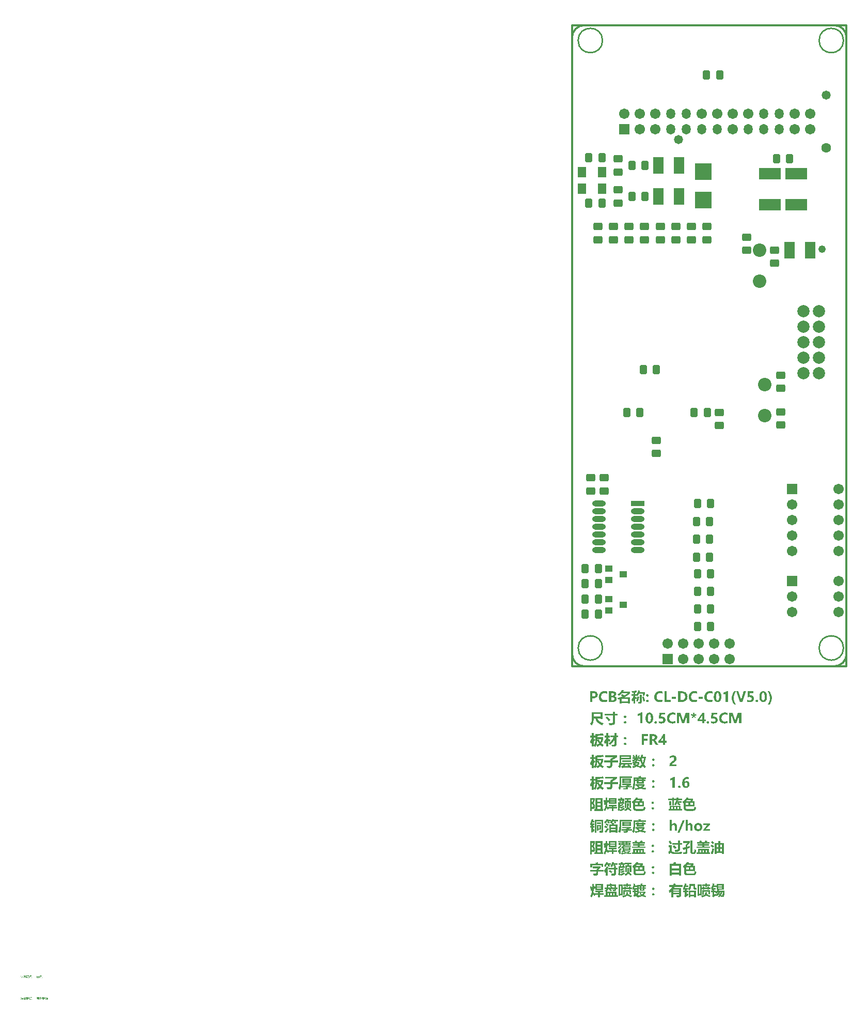
<source format=gbs>
%FSLAX24Y24*%
%MOIN*%
G70*
G01*
G75*
G04 Layer_Color=16711935*
%ADD10C,0.0300*%
%ADD11R,0.0500X0.0500*%
G04:AMPARAMS|DCode=12|XSize=40mil|YSize=50mil|CornerRadius=6mil|HoleSize=0mil|Usage=FLASHONLY|Rotation=270.000|XOffset=0mil|YOffset=0mil|HoleType=Round|Shape=RoundedRectangle|*
%AMROUNDEDRECTD12*
21,1,0.0400,0.0380,0,0,270.0*
21,1,0.0280,0.0500,0,0,270.0*
1,1,0.0120,-0.0190,-0.0140*
1,1,0.0120,-0.0190,0.0140*
1,1,0.0120,0.0190,0.0140*
1,1,0.0120,0.0190,-0.0140*
%
%ADD12ROUNDEDRECTD12*%
%ADD13R,0.0500X0.0500*%
%ADD14O,0.1000X0.0160*%
%ADD15O,0.0160X0.1000*%
G04:AMPARAMS|DCode=16|XSize=40mil|YSize=50mil|CornerRadius=6mil|HoleSize=0mil|Usage=FLASHONLY|Rotation=0.000|XOffset=0mil|YOffset=0mil|HoleType=Round|Shape=RoundedRectangle|*
%AMROUNDEDRECTD16*
21,1,0.0400,0.0380,0,0,0.0*
21,1,0.0280,0.0500,0,0,0.0*
1,1,0.0120,0.0140,-0.0190*
1,1,0.0120,-0.0140,-0.0190*
1,1,0.0120,-0.0140,0.0190*
1,1,0.0120,0.0140,0.0190*
%
%ADD16ROUNDEDRECTD16*%
%ADD17R,0.1000X0.0600*%
%ADD18O,0.0300X0.0800*%
%ADD19R,0.0300X0.0800*%
%ADD20O,0.0240X0.0800*%
%ADD21C,0.0200*%
%ADD22C,0.0100*%
%ADD23C,0.0150*%
%ADD24C,0.0250*%
%ADD25C,0.0118*%
%ADD26C,0.0591*%
%ADD27R,0.0591X0.0591*%
%ADD28C,0.0500*%
%ADD29C,0.0787*%
%ADD30C,0.0709*%
%ADD31O,0.0500X0.0591*%
%ADD32C,0.0400*%
%ADD33C,0.0550*%
%ADD34C,0.0240*%
%ADD35R,0.0600X0.1000*%
%ADD36R,0.1339X0.0700*%
%ADD37R,0.0800X0.0300*%
%ADD38O,0.0800X0.0300*%
%ADD39R,0.0374X0.0354*%
%ADD40R,0.0374X0.0354*%
%ADD41R,0.1000X0.1000*%
%ADD42R,0.0500X0.0600*%
%ADD43C,0.0080*%
%ADD44C,0.0060*%
%ADD45C,0.0236*%
%ADD46C,0.0098*%
%ADD47C,0.0079*%
%ADD48C,0.0120*%
%ADD49R,0.0366X0.1929*%
%ADD50R,0.0580X0.0580*%
G04:AMPARAMS|DCode=51|XSize=48mil|YSize=58mil|CornerRadius=10mil|HoleSize=0mil|Usage=FLASHONLY|Rotation=270.000|XOffset=0mil|YOffset=0mil|HoleType=Round|Shape=RoundedRectangle|*
%AMROUNDEDRECTD51*
21,1,0.0480,0.0380,0,0,270.0*
21,1,0.0280,0.0580,0,0,270.0*
1,1,0.0200,-0.0190,-0.0140*
1,1,0.0200,-0.0190,0.0140*
1,1,0.0200,0.0190,0.0140*
1,1,0.0200,0.0190,-0.0140*
%
%ADD51ROUNDEDRECTD51*%
%ADD52R,0.0580X0.0580*%
%ADD53O,0.1080X0.0240*%
%ADD54O,0.0240X0.1080*%
G04:AMPARAMS|DCode=55|XSize=48mil|YSize=58mil|CornerRadius=10mil|HoleSize=0mil|Usage=FLASHONLY|Rotation=0.000|XOffset=0mil|YOffset=0mil|HoleType=Round|Shape=RoundedRectangle|*
%AMROUNDEDRECTD55*
21,1,0.0480,0.0380,0,0,0.0*
21,1,0.0280,0.0580,0,0,0.0*
1,1,0.0200,0.0140,-0.0190*
1,1,0.0200,-0.0140,-0.0190*
1,1,0.0200,-0.0140,0.0190*
1,1,0.0200,0.0140,0.0190*
%
%ADD55ROUNDEDRECTD55*%
%ADD56R,0.1080X0.0680*%
%ADD57O,0.0380X0.0880*%
%ADD58R,0.0380X0.0880*%
%ADD59O,0.0320X0.0880*%
%ADD60C,0.0671*%
%ADD61R,0.0671X0.0671*%
%ADD62C,0.0580*%
%ADD63C,0.0867*%
%ADD64C,0.0789*%
%ADD65O,0.0580X0.0671*%
%ADD66C,0.0480*%
%ADD67C,0.0630*%
%ADD68R,0.0680X0.1080*%
%ADD69R,0.1419X0.0780*%
%ADD70R,0.0880X0.0380*%
%ADD71O,0.0880X0.0380*%
%ADD72R,0.0454X0.0434*%
%ADD73R,0.0454X0.0434*%
%ADD74R,0.1080X0.1080*%
%ADD75R,0.0580X0.0680*%
G36*
X5255Y-14276D02*
X5262Y-14277D01*
X5271Y-14280D01*
X5280Y-14283D01*
X5290Y-14289D01*
X5299Y-14297D01*
X5300Y-14298D01*
X5302Y-14300D01*
X5307Y-14305D01*
X5311Y-14311D01*
X5316Y-14319D01*
X5320Y-14328D01*
X5322Y-14338D01*
X5323Y-14349D01*
Y-14350D01*
Y-14355D01*
X5322Y-14360D01*
X5320Y-14367D01*
X5318Y-14376D01*
X5313Y-14385D01*
X5308Y-14393D01*
X5300Y-14402D01*
X5299Y-14403D01*
X5296Y-14406D01*
X5291Y-14409D01*
X5285Y-14412D01*
X5276Y-14417D01*
X5266Y-14420D01*
X5255Y-14422D01*
X5242Y-14423D01*
X5237D01*
X5230Y-14422D01*
X5222Y-14421D01*
X5213Y-14418D01*
X5203Y-14415D01*
X5193Y-14409D01*
X5185Y-14402D01*
X5183Y-14401D01*
X5181Y-14398D01*
X5177Y-14393D01*
X5173Y-14387D01*
X5169Y-14379D01*
X5165Y-14370D01*
X5162Y-14360D01*
X5161Y-14349D01*
Y-14348D01*
Y-14343D01*
X5162Y-14338D01*
X5165Y-14331D01*
X5167Y-14322D01*
X5171Y-14313D01*
X5177Y-14305D01*
X5185Y-14297D01*
X5186Y-14296D01*
X5189Y-14293D01*
X5195Y-14290D01*
X5201Y-14286D01*
X5209Y-14281D01*
X5219Y-14278D01*
X5230Y-14276D01*
X5242Y-14275D01*
X5248D01*
X5255Y-14276D01*
D02*
G37*
G36*
X3268Y-14269D02*
X3358D01*
Y-14205D01*
X3460D01*
Y-14269D01*
X3664D01*
Y-14205D01*
X3766D01*
Y-14269D01*
X3864D01*
Y-14367D01*
X3766D01*
Y-14413D01*
X3664D01*
Y-14367D01*
X3460D01*
Y-14413D01*
X3358D01*
Y-14367D01*
X3268D01*
Y-14753D01*
X3117D01*
Y-14802D01*
X3019D01*
Y-14083D01*
X3268D01*
Y-14269D01*
D02*
G37*
G36*
X8354D02*
X8444D01*
Y-14205D01*
X8546D01*
Y-14269D01*
X8750D01*
Y-14205D01*
X8852D01*
Y-14269D01*
X8950D01*
Y-14367D01*
X8852D01*
Y-14413D01*
X8750D01*
Y-14367D01*
X8546D01*
Y-14413D01*
X8444D01*
Y-14367D01*
X8354D01*
Y-14753D01*
X8203D01*
Y-14802D01*
X8105D01*
Y-14083D01*
X8354D01*
Y-14269D01*
D02*
G37*
G36*
X-34769Y-20065D02*
X-34768Y-20065D01*
X-34766Y-20066D01*
X-34765Y-20067D01*
X-34764Y-20067D01*
X-34764Y-20068D01*
X-34763Y-20068D01*
X-34762Y-20069D01*
X-34761Y-20071D01*
X-34761Y-20073D01*
X-34761Y-20074D01*
Y-20074D01*
Y-20075D01*
X-34761Y-20075D01*
X-34761Y-20076D01*
X-34762Y-20079D01*
X-34763Y-20080D01*
X-34764Y-20081D01*
X-34764D01*
X-34764Y-20081D01*
X-34765Y-20082D01*
X-34766Y-20082D01*
X-34768Y-20083D01*
X-34769Y-20083D01*
X-34771Y-20083D01*
X-34771D01*
X-34772Y-20083D01*
X-34773Y-20083D01*
X-34775Y-20082D01*
X-34776Y-20082D01*
X-34777Y-20081D01*
Y-20081D01*
X-34778Y-20080D01*
X-34778Y-20080D01*
X-34779Y-20079D01*
X-34780Y-20077D01*
X-34780Y-20076D01*
X-34780Y-20074D01*
Y-20074D01*
Y-20073D01*
X-34780Y-20073D01*
X-34780Y-20072D01*
X-34779Y-20070D01*
X-34778Y-20069D01*
X-34777Y-20067D01*
X-34777Y-20067D01*
X-34777Y-20067D01*
X-34776Y-20066D01*
X-34773Y-20065D01*
X-34772Y-20065D01*
X-34771Y-20065D01*
X-34770D01*
X-34769Y-20065D01*
D02*
G37*
G36*
X-35336Y-20030D02*
X-35336Y-20030D01*
X-35335Y-20031D01*
X-35334Y-20032D01*
X-35333Y-20033D01*
X-35332Y-20035D01*
X-35330Y-20037D01*
X-35328Y-20039D01*
X-35325Y-20043D01*
X-35321Y-20049D01*
X-35316Y-20054D01*
X-35312Y-20060D01*
X-35323Y-20068D01*
X-35323Y-20067D01*
X-35323Y-20067D01*
X-35324Y-20066D01*
X-35324Y-20065D01*
X-35326Y-20063D01*
X-35327Y-20062D01*
X-35328Y-20060D01*
X-35330Y-20057D01*
X-35333Y-20053D01*
X-35337Y-20047D01*
X-35342Y-20042D01*
X-35346Y-20036D01*
X-35336Y-20030D01*
X-35336Y-20030D01*
D02*
G37*
G36*
X-35143Y-20042D02*
X-35143Y-20042D01*
X-35144Y-20043D01*
X-35145Y-20043D01*
X-35147Y-20045D01*
X-35149Y-20046D01*
X-35152Y-20048D01*
X-35155Y-20049D01*
X-35158Y-20051D01*
X-35162Y-20054D01*
X-35166Y-20056D01*
X-35170Y-20058D01*
X-35175Y-20060D01*
X-35180Y-20062D01*
X-35185Y-20065D01*
X-35195Y-20069D01*
X-35195Y-20069D01*
X-35195Y-20068D01*
X-35196Y-20067D01*
X-35197Y-20066D01*
X-35198Y-20065D01*
X-35199Y-20063D01*
X-35201Y-20059D01*
X-35201Y-20058D01*
X-35200Y-20058D01*
X-35198Y-20057D01*
X-35196Y-20057D01*
X-35194Y-20056D01*
X-35191Y-20054D01*
X-35188Y-20053D01*
X-35184Y-20051D01*
X-35180Y-20050D01*
X-35176Y-20048D01*
X-35168Y-20043D01*
X-35159Y-20038D01*
X-35150Y-20033D01*
X-35143Y-20042D01*
D02*
G37*
G36*
X1392Y-14250D02*
X1393Y-14248D01*
X1397Y-14243D01*
X1403Y-14235D01*
X1409Y-14225D01*
X1418Y-14212D01*
X1427Y-14199D01*
X1444Y-14172D01*
X1497Y-14225D01*
Y-14050D01*
X1994D01*
Y-14428D01*
X1497D01*
Y-14269D01*
X1496Y-14270D01*
X1495Y-14271D01*
X1492Y-14275D01*
X1487Y-14279D01*
X1477Y-14290D01*
X1463Y-14305D01*
X1446Y-14321D01*
X1428Y-14340D01*
X1410Y-14360D01*
X1392Y-14380D01*
Y-14381D01*
Y-14385D01*
Y-14389D01*
Y-14397D01*
Y-14405D01*
Y-14415D01*
Y-14426D01*
X1390Y-14438D01*
X1389Y-14466D01*
X1387Y-14497D01*
X1385Y-14528D01*
X1380Y-14560D01*
X1383Y-14562D01*
X1387Y-14569D01*
X1396Y-14579D01*
X1407Y-14591D01*
X1419Y-14607D01*
X1435Y-14625D01*
X1450Y-14645D01*
X1467Y-14665D01*
Y-14632D01*
X1683D01*
Y-14570D01*
X1505D01*
Y-14470D01*
X1992D01*
Y-14570D01*
X1805D01*
Y-14632D01*
X2040D01*
Y-14731D01*
X1805D01*
Y-14889D01*
X1683D01*
Y-14731D01*
X1512D01*
X1430Y-14803D01*
Y-14802D01*
X1428Y-14801D01*
X1427Y-14798D01*
X1424Y-14793D01*
X1416Y-14781D01*
X1406Y-14766D01*
X1395Y-14748D01*
X1382Y-14728D01*
X1368Y-14707D01*
X1354Y-14686D01*
Y-14687D01*
X1352Y-14691D01*
X1350Y-14697D01*
X1347Y-14706D01*
X1344Y-14716D01*
X1338Y-14728D01*
X1334Y-14741D01*
X1327Y-14756D01*
X1313Y-14788D01*
X1294Y-14823D01*
X1274Y-14860D01*
X1249Y-14896D01*
Y-14894D01*
X1247Y-14893D01*
X1242Y-14887D01*
X1234Y-14878D01*
X1223Y-14866D01*
X1210Y-14852D01*
X1196Y-14838D01*
X1183Y-14823D01*
X1168Y-14809D01*
X1169Y-14808D01*
X1173Y-14803D01*
X1177Y-14797D01*
X1184Y-14788D01*
X1192Y-14776D01*
X1200Y-14761D01*
X1210Y-14743D01*
X1220Y-14723D01*
X1230Y-14700D01*
X1242Y-14675D01*
X1252Y-14647D01*
X1260Y-14615D01*
X1269Y-14581D01*
X1277Y-14543D01*
X1283Y-14503D01*
X1287Y-14461D01*
X1212Y-14475D01*
Y-14472D01*
X1210Y-14467D01*
X1209Y-14458D01*
X1207Y-14446D01*
X1205Y-14431D01*
X1203Y-14415D01*
X1199Y-14396D01*
X1196Y-14375D01*
X1193Y-14353D01*
X1189Y-14331D01*
X1182Y-14285D01*
X1174Y-14239D01*
X1169Y-14218D01*
X1166Y-14198D01*
X1247Y-14183D01*
Y-14185D01*
X1248Y-14188D01*
Y-14193D01*
X1250Y-14201D01*
X1252Y-14211D01*
X1254Y-14222D01*
X1256Y-14237D01*
X1258Y-14253D01*
X1260Y-14271D01*
X1264Y-14291D01*
X1267Y-14313D01*
X1272Y-14338D01*
X1275Y-14363D01*
X1279Y-14391D01*
X1284Y-14421D01*
X1288Y-14453D01*
Y-14452D01*
Y-14450D01*
X1289Y-14446D01*
Y-14440D01*
Y-14432D01*
X1290Y-14423D01*
Y-14413D01*
X1292Y-14402D01*
Y-14378D01*
X1293Y-14348D01*
Y-14317D01*
X1292Y-14282D01*
Y-14027D01*
X1395D01*
X1392Y-14250D01*
D02*
G37*
G36*
X-34309Y-19932D02*
X-34309Y-19933D01*
X-34310Y-19934D01*
X-34311Y-19936D01*
X-34312Y-19938D01*
X-34314Y-19941D01*
X-34316Y-19943D01*
X-34318Y-19946D01*
X-34321Y-19948D01*
X-34249D01*
Y-19960D01*
X-34272Y-19983D01*
X-34225D01*
Y-20040D01*
X-34346D01*
Y-20070D01*
Y-20070D01*
Y-20071D01*
Y-20071D01*
X-34345Y-20072D01*
X-34345Y-20075D01*
X-34344Y-20078D01*
X-34343Y-20079D01*
X-34342Y-20080D01*
X-34340Y-20082D01*
X-34339Y-20083D01*
X-34337Y-20084D01*
X-34335Y-20084D01*
X-34332Y-20085D01*
X-34241D01*
X-34240Y-20084D01*
X-34238Y-20084D01*
X-34234Y-20083D01*
X-34230Y-20082D01*
X-34228Y-20081D01*
X-34226Y-20080D01*
X-34225Y-20078D01*
X-34224Y-20076D01*
X-34223Y-20074D01*
X-34222Y-20072D01*
Y-20071D01*
Y-20071D01*
X-34222Y-20070D01*
X-34221Y-20068D01*
X-34221Y-20066D01*
X-34220Y-20062D01*
X-34220Y-20059D01*
X-34219Y-20055D01*
X-34218Y-20051D01*
X-34218D01*
X-34217Y-20051D01*
X-34216Y-20052D01*
X-34214Y-20052D01*
X-34212Y-20053D01*
X-34210Y-20054D01*
X-34206Y-20055D01*
Y-20055D01*
Y-20055D01*
X-34206Y-20056D01*
Y-20057D01*
X-34206Y-20060D01*
X-34207Y-20063D01*
X-34207Y-20066D01*
X-34208Y-20070D01*
X-34209Y-20073D01*
X-34209Y-20076D01*
Y-20077D01*
X-34209Y-20077D01*
X-34210Y-20078D01*
X-34210Y-20080D01*
X-34211Y-20081D01*
X-34212Y-20083D01*
X-34213Y-20085D01*
X-34215Y-20087D01*
X-34217Y-20089D01*
X-34219Y-20091D01*
X-34222Y-20093D01*
X-34225Y-20095D01*
X-34229Y-20096D01*
X-34233Y-20097D01*
X-34237Y-20097D01*
X-34242Y-20098D01*
X-34334D01*
X-34335Y-20097D01*
X-34337Y-20097D01*
X-34339Y-20097D01*
X-34341Y-20096D01*
X-34344Y-20095D01*
X-34346Y-20095D01*
X-34349Y-20093D01*
X-34351Y-20091D01*
X-34353Y-20089D01*
X-34355Y-20087D01*
X-34357Y-20084D01*
X-34358Y-20081D01*
X-34359Y-20077D01*
X-34359Y-20072D01*
Y-19987D01*
X-34359Y-19988D01*
X-34359Y-19989D01*
X-34360Y-19989D01*
X-34361Y-19990D01*
X-34362Y-19992D01*
X-34364Y-19993D01*
X-34366Y-19995D01*
X-34366Y-19995D01*
X-34367Y-19996D01*
X-34369Y-19997D01*
X-34370Y-19998D01*
X-34371Y-19998D01*
X-34371Y-19997D01*
X-34372Y-19996D01*
X-34373Y-19995D01*
X-34374Y-19994D01*
X-34375Y-19992D01*
X-34378Y-19988D01*
X-34378D01*
X-34378Y-19988D01*
X-34377Y-19987D01*
X-34375Y-19986D01*
X-34372Y-19984D01*
X-34369Y-19981D01*
X-34366Y-19978D01*
X-34362Y-19974D01*
X-34357Y-19970D01*
X-34353Y-19966D01*
X-34348Y-19962D01*
X-34343Y-19957D01*
X-34338Y-19951D01*
X-34334Y-19946D01*
X-34329Y-19940D01*
X-34325Y-19935D01*
X-34321Y-19929D01*
X-34309Y-19932D01*
D02*
G37*
G36*
X-34972D02*
X-34972Y-19933D01*
X-34972Y-19934D01*
X-34974Y-19936D01*
X-34975Y-19938D01*
X-34977Y-19941D01*
X-34979Y-19943D01*
X-34981Y-19946D01*
X-34983Y-19948D01*
X-34912D01*
Y-19960D01*
X-34935Y-19983D01*
X-34888D01*
Y-20040D01*
X-35008D01*
Y-20070D01*
Y-20070D01*
Y-20071D01*
Y-20071D01*
X-35008Y-20072D01*
X-35008Y-20075D01*
X-35007Y-20078D01*
X-35006Y-20079D01*
X-35005Y-20080D01*
X-35003Y-20082D01*
X-35002Y-20083D01*
X-35000Y-20084D01*
X-34997Y-20084D01*
X-34994Y-20085D01*
X-34904D01*
X-34902Y-20084D01*
X-34901Y-20084D01*
X-34897Y-20083D01*
X-34893Y-20082D01*
X-34891Y-20081D01*
X-34889Y-20080D01*
X-34888Y-20078D01*
X-34886Y-20076D01*
X-34885Y-20074D01*
X-34885Y-20072D01*
Y-20071D01*
Y-20071D01*
X-34884Y-20070D01*
X-34884Y-20068D01*
X-34883Y-20066D01*
X-34883Y-20062D01*
X-34882Y-20059D01*
X-34882Y-20055D01*
X-34881Y-20051D01*
X-34881D01*
X-34880Y-20051D01*
X-34878Y-20052D01*
X-34877Y-20052D01*
X-34875Y-20053D01*
X-34873Y-20054D01*
X-34868Y-20055D01*
Y-20055D01*
Y-20055D01*
X-34869Y-20056D01*
Y-20057D01*
X-34869Y-20060D01*
X-34870Y-20063D01*
X-34870Y-20066D01*
X-34871Y-20070D01*
X-34871Y-20073D01*
X-34872Y-20076D01*
Y-20077D01*
X-34872Y-20077D01*
X-34873Y-20078D01*
X-34873Y-20080D01*
X-34874Y-20081D01*
X-34875Y-20083D01*
X-34876Y-20085D01*
X-34878Y-20087D01*
X-34880Y-20089D01*
X-34882Y-20091D01*
X-34885Y-20093D01*
X-34888Y-20095D01*
X-34891Y-20096D01*
X-34895Y-20097D01*
X-34900Y-20097D01*
X-34905Y-20098D01*
X-34996D01*
X-34998Y-20097D01*
X-34999Y-20097D01*
X-35001Y-20097D01*
X-35004Y-20096D01*
X-35006Y-20095D01*
X-35009Y-20095D01*
X-35011Y-20093D01*
X-35014Y-20091D01*
X-35016Y-20089D01*
X-35018Y-20087D01*
X-35020Y-20084D01*
X-35021Y-20081D01*
X-35021Y-20077D01*
X-35022Y-20072D01*
Y-19987D01*
X-35022Y-19988D01*
X-35022Y-19989D01*
X-35023Y-19989D01*
X-35023Y-19990D01*
X-35025Y-19992D01*
X-35027Y-19993D01*
X-35029Y-19995D01*
X-35029Y-19995D01*
X-35030Y-19996D01*
X-35031Y-19997D01*
X-35033Y-19998D01*
X-35033Y-19998D01*
X-35034Y-19997D01*
X-35034Y-19996D01*
X-35035Y-19995D01*
X-35037Y-19994D01*
X-35038Y-19992D01*
X-35041Y-19988D01*
X-35041D01*
X-35041Y-19988D01*
X-35039Y-19987D01*
X-35038Y-19986D01*
X-35035Y-19984D01*
X-35032Y-19981D01*
X-35028Y-19978D01*
X-35024Y-19974D01*
X-35020Y-19970D01*
X-35015Y-19966D01*
X-35011Y-19962D01*
X-35006Y-19957D01*
X-35001Y-19951D01*
X-34996Y-19946D01*
X-34992Y-19940D01*
X-34988Y-19935D01*
X-34984Y-19929D01*
X-34972Y-19932D01*
D02*
G37*
G36*
X-35091Y-20026D02*
Y-20026D01*
Y-20026D01*
Y-20027D01*
Y-20028D01*
Y-20030D01*
X-35091Y-20031D01*
X-35091Y-20035D01*
X-35092Y-20040D01*
X-35092Y-20044D01*
X-35093Y-20049D01*
X-35094Y-20053D01*
X-35094Y-20053D01*
X-35093Y-20054D01*
X-35092Y-20055D01*
X-35091Y-20056D01*
X-35089Y-20058D01*
X-35087Y-20060D01*
X-35084Y-20062D01*
X-35082Y-20064D01*
X-35079Y-20067D01*
X-35076Y-20070D01*
X-35072Y-20074D01*
X-35068Y-20077D01*
X-35061Y-20084D01*
X-35052Y-20093D01*
X-35062Y-20101D01*
X-35062Y-20101D01*
X-35062Y-20101D01*
X-35064Y-20100D01*
X-35065Y-20098D01*
X-35067Y-20096D01*
X-35069Y-20094D01*
X-35071Y-20091D01*
X-35074Y-20089D01*
X-35080Y-20083D01*
X-35086Y-20077D01*
X-35092Y-20070D01*
X-35098Y-20064D01*
Y-20064D01*
X-35099Y-20064D01*
X-35099Y-20066D01*
X-35100Y-20067D01*
X-35101Y-20069D01*
X-35103Y-20071D01*
X-35104Y-20073D01*
X-35106Y-20076D01*
X-35109Y-20079D01*
X-35112Y-20082D01*
X-35115Y-20085D01*
X-35119Y-20089D01*
X-35123Y-20093D01*
X-35128Y-20096D01*
X-35133Y-20100D01*
X-35139Y-20104D01*
X-35139Y-20104D01*
X-35139Y-20103D01*
X-35140Y-20102D01*
X-35141Y-20101D01*
X-35142Y-20100D01*
X-35144Y-20098D01*
X-35145Y-20096D01*
X-35147Y-20094D01*
X-35147D01*
X-35147Y-20093D01*
X-35146Y-20093D01*
X-35145Y-20093D01*
X-35143Y-20091D01*
X-35140Y-20089D01*
X-35137Y-20087D01*
X-35133Y-20084D01*
X-35129Y-20081D01*
X-35125Y-20077D01*
X-35121Y-20073D01*
X-35117Y-20068D01*
X-35113Y-20063D01*
X-35110Y-20057D01*
X-35107Y-20051D01*
X-35105Y-20045D01*
X-35105Y-20041D01*
X-35104Y-20038D01*
X-35104Y-20034D01*
X-35103Y-20030D01*
Y-20030D01*
Y-20029D01*
Y-20028D01*
X-35104Y-20026D01*
Y-19995D01*
X-35091D01*
Y-20026D01*
D02*
G37*
G36*
X-35267Y-20010D02*
X-35237D01*
Y-20022D01*
X-35267D01*
Y-20079D01*
Y-20079D01*
Y-20079D01*
Y-20081D01*
X-35268Y-20082D01*
X-35268Y-20084D01*
X-35268Y-20086D01*
X-35269Y-20088D01*
X-35270Y-20090D01*
X-35272Y-20092D01*
X-35273Y-20094D01*
X-35275Y-20096D01*
X-35278Y-20098D01*
X-35280Y-20099D01*
X-35284Y-20100D01*
X-35288Y-20101D01*
X-35292Y-20101D01*
X-35295D01*
X-35297Y-20101D01*
X-35307D01*
X-35308Y-20102D01*
X-35313D01*
Y-20101D01*
X-35313Y-20101D01*
X-35313Y-20100D01*
X-35313Y-20098D01*
X-35314Y-20096D01*
X-35314Y-20093D01*
X-35315Y-20091D01*
X-35315Y-20088D01*
X-35314D01*
X-35311Y-20088D01*
X-35309D01*
X-35306Y-20088D01*
X-35302D01*
X-35295Y-20089D01*
X-35294D01*
X-35293Y-20088D01*
X-35291Y-20088D01*
X-35288Y-20087D01*
X-35285Y-20086D01*
X-35283Y-20084D01*
X-35282Y-20083D01*
X-35281Y-20081D01*
X-35281Y-20079D01*
Y-20077D01*
Y-20022D01*
X-35358D01*
Y-20010D01*
X-35281D01*
Y-19989D01*
X-35267D01*
Y-20010D01*
D02*
G37*
G36*
X2577Y-14018D02*
X2556Y-14069D01*
X2846D01*
Y-14268D01*
X2948D01*
Y-14367D01*
X2846D01*
Y-14402D01*
Y-14403D01*
Y-14407D01*
X2845Y-14412D01*
Y-14419D01*
X2843Y-14427D01*
X2840Y-14436D01*
X2837Y-14446D01*
X2833Y-14455D01*
X2827Y-14465D01*
X2820Y-14475D01*
X2813Y-14483D01*
X2803Y-14491D01*
X2790Y-14498D01*
X2777Y-14503D01*
X2760Y-14507D01*
X2743Y-14508D01*
X2705D01*
X2687Y-14507D01*
X2649D01*
X2630Y-14506D01*
Y-14505D01*
Y-14503D01*
X2629Y-14500D01*
Y-14496D01*
X2628Y-14485D01*
X2626Y-14471D01*
X2624Y-14456D01*
X2621Y-14439D01*
X2619Y-14421D01*
X2617Y-14406D01*
X2619D01*
X2627Y-14407D01*
X2637Y-14408D01*
X2648D01*
X2660Y-14409D01*
X2671Y-14410D01*
X2680Y-14411D01*
X2688D01*
X2693Y-14410D01*
X2700Y-14409D01*
X2708Y-14407D01*
X2716Y-14402D01*
X2724Y-14396D01*
X2728Y-14386D01*
X2730Y-14373D01*
Y-14367D01*
X2471D01*
X2473Y-14368D01*
X2476Y-14370D01*
X2480Y-14372D01*
X2491Y-14380D01*
X2507Y-14388D01*
X2524Y-14399D01*
X2541Y-14410D01*
X2579Y-14433D01*
X2529Y-14508D01*
X2528Y-14507D01*
X2526Y-14506D01*
X2523Y-14503D01*
X2518Y-14500D01*
X2511Y-14496D01*
X2505Y-14491D01*
X2487Y-14479D01*
X2465Y-14465D01*
X2440Y-14449D01*
X2414Y-14431D01*
X2385Y-14413D01*
X2416Y-14367D01*
X2328D01*
Y-14368D01*
X2327Y-14371D01*
X2326Y-14376D01*
X2324Y-14382D01*
X2320Y-14391D01*
X2317Y-14401D01*
X2313Y-14411D01*
X2307Y-14423D01*
X2295Y-14449D01*
X2278Y-14476D01*
X2259Y-14503D01*
X2236Y-14529D01*
X2863D01*
Y-14763D01*
X2956D01*
Y-14862D01*
X2078D01*
Y-14763D01*
X2177D01*
Y-14529D01*
X2180D01*
X2179Y-14528D01*
X2175Y-14523D01*
X2169Y-14517D01*
X2162Y-14509D01*
X2151Y-14499D01*
X2140Y-14489D01*
X2115Y-14468D01*
X2116D01*
X2117Y-14466D01*
X2120Y-14463D01*
X2125Y-14460D01*
X2136Y-14452D01*
X2149Y-14440D01*
X2164Y-14426D01*
X2178Y-14408D01*
X2191Y-14389D01*
X2204Y-14367D01*
X2093D01*
Y-14268D01*
X2227D01*
Y-14267D01*
Y-14266D01*
Y-14262D01*
Y-14259D01*
Y-14253D01*
Y-14247D01*
Y-14238D01*
Y-14227D01*
Y-14213D01*
Y-14197D01*
Y-14178D01*
Y-14157D01*
Y-14131D01*
Y-14101D01*
Y-14069D01*
X2423D01*
Y-14068D01*
X2425Y-14062D01*
X2426Y-14056D01*
X2428Y-14048D01*
X2433Y-14029D01*
X2435Y-14019D01*
X2437Y-14010D01*
X2577Y-14018D01*
D02*
G37*
G36*
X-35456Y-20002D02*
X-35499Y-20028D01*
Y-20035D01*
X-35421D01*
Y-20047D01*
X-35499D01*
Y-20078D01*
Y-20078D01*
Y-20079D01*
Y-20080D01*
X-35500Y-20081D01*
X-35500Y-20083D01*
X-35500Y-20085D01*
X-35501Y-20087D01*
X-35502Y-20089D01*
X-35503Y-20091D01*
X-35505Y-20093D01*
X-35507Y-20095D01*
X-35509Y-20097D01*
X-35512Y-20098D01*
X-35515Y-20100D01*
X-35518Y-20100D01*
X-35523Y-20101D01*
X-35527D01*
X-35528Y-20101D01*
X-35536D01*
X-35540Y-20101D01*
X-35547D01*
Y-20101D01*
Y-20100D01*
X-35548Y-20099D01*
X-35548Y-20097D01*
X-35548Y-20095D01*
X-35548Y-20093D01*
X-35549Y-20090D01*
X-35549Y-20088D01*
X-35547D01*
X-35546Y-20088D01*
X-35542D01*
X-35539Y-20088D01*
X-35526D01*
X-35524Y-20088D01*
X-35522Y-20088D01*
X-35520Y-20087D01*
X-35518Y-20087D01*
X-35517Y-20086D01*
X-35515Y-20085D01*
X-35515Y-20085D01*
X-35515Y-20085D01*
X-35515Y-20084D01*
X-35514Y-20083D01*
X-35514Y-20082D01*
X-35513Y-20080D01*
X-35513Y-20078D01*
Y-20076D01*
Y-20047D01*
X-35595D01*
Y-20035D01*
X-35513D01*
Y-20022D01*
X-35473Y-20001D01*
X-35563D01*
Y-19989D01*
X-35456D01*
Y-20002D01*
D02*
G37*
G36*
X7946Y-14248D02*
Y-14249D01*
Y-14251D01*
Y-14255D01*
X7948Y-14259D01*
X7950Y-14269D01*
X7955Y-14278D01*
X7958Y-14279D01*
X7963Y-14283D01*
X7972Y-14287D01*
X7984Y-14289D01*
X8021D01*
X8035Y-14288D01*
X8052D01*
Y-14290D01*
X8050Y-14297D01*
X8048Y-14307D01*
X8044Y-14320D01*
X8041Y-14336D01*
X8038Y-14355D01*
X8033Y-14375D01*
X8030Y-14396D01*
X7919D01*
X7914Y-14395D01*
X7908D01*
X7901Y-14392D01*
X7893Y-14390D01*
X7884Y-14387D01*
X7875Y-14383D01*
X7865Y-14378D01*
X7858Y-14371D01*
X7849Y-14362D01*
X7842Y-14353D01*
X7835Y-14341D01*
X7831Y-14328D01*
X7828Y-14312D01*
X7826Y-14295D01*
Y-14153D01*
X7688D01*
Y-14155D01*
Y-14158D01*
Y-14162D01*
Y-14169D01*
X7686Y-14177D01*
Y-14186D01*
X7685Y-14197D01*
X7684Y-14208D01*
X7681Y-14232D01*
X7675Y-14259D01*
X7669Y-14287D01*
X7660Y-14312D01*
Y-14313D01*
X7659Y-14316D01*
X7656Y-14319D01*
X7654Y-14323D01*
X7652Y-14329D01*
X7648Y-14336D01*
X7639Y-14352D01*
X7625Y-14371D01*
X7610Y-14392D01*
X7591Y-14415D01*
X7568Y-14437D01*
X7565Y-14435D01*
X7561Y-14429D01*
X7552Y-14420D01*
X7541Y-14408D01*
X7527Y-14395D01*
X7511Y-14379D01*
X7493Y-14362D01*
X7474Y-14346D01*
X7477Y-14343D01*
X7482Y-14339D01*
X7490Y-14331D01*
X7501Y-14321D01*
X7512Y-14309D01*
X7523Y-14295D01*
X7534Y-14279D01*
X7544Y-14262D01*
X7545Y-14260D01*
X7548Y-14253D01*
X7552Y-14243D01*
X7557Y-14228D01*
X7561Y-14209D01*
X7565Y-14187D01*
X7568Y-14159D01*
X7569Y-14128D01*
Y-14046D01*
X7946D01*
Y-14248D01*
D02*
G37*
G36*
X-35052Y-19952D02*
X-35092D01*
X-35098Y-19976D01*
X-35059D01*
Y-20060D01*
X-35072D01*
Y-19987D01*
X-35122D01*
Y-20061D01*
X-35135D01*
Y-19976D01*
X-35111D01*
X-35105Y-19952D01*
X-35138D01*
Y-19940D01*
X-35052D01*
Y-19952D01*
D02*
G37*
G36*
X7392Y-14038D02*
X7391Y-14040D01*
X7390Y-14046D01*
X7388Y-14055D01*
X7383Y-14066D01*
X7380Y-14079D01*
X7374Y-14093D01*
X7364Y-14125D01*
X7494D01*
Y-14223D01*
X7324D01*
X7323Y-14225D01*
X7322Y-14229D01*
X7319Y-14236D01*
X7315Y-14245D01*
X7311Y-14255D01*
X7305Y-14266D01*
X7294Y-14289D01*
X7468D01*
Y-14389D01*
X7388D01*
Y-14479D01*
X7488D01*
Y-14579D01*
X7388D01*
Y-14711D01*
X7389D01*
X7390Y-14710D01*
X7397Y-14707D01*
X7405Y-14701D01*
X7419Y-14695D01*
X7434Y-14687D01*
X7451Y-14677D01*
X7470Y-14667D01*
X7489Y-14656D01*
Y-14657D01*
Y-14658D01*
Y-14661D01*
X7490Y-14666D01*
Y-14678D01*
X7491Y-14693D01*
X7493Y-14711D01*
X7495Y-14731D01*
X7500Y-14772D01*
X7498Y-14773D01*
X7493Y-14777D01*
X7484Y-14781D01*
X7473Y-14787D01*
X7461Y-14794D01*
X7445Y-14803D01*
X7430Y-14812D01*
X7413Y-14822D01*
X7380Y-14842D01*
X7364Y-14853D01*
X7349Y-14862D01*
X7335Y-14872D01*
X7324Y-14880D01*
X7315Y-14888D01*
X7309Y-14893D01*
X7240Y-14806D01*
X7241Y-14805D01*
X7244Y-14800D01*
X7249Y-14794D01*
X7254Y-14786D01*
X7259Y-14773D01*
X7263Y-14760D01*
X7267Y-14745D01*
X7268Y-14726D01*
Y-14579D01*
X7163D01*
Y-14479D01*
X7268D01*
Y-14389D01*
X7235D01*
X7234Y-14390D01*
X7232Y-14393D01*
X7229Y-14399D01*
X7223Y-14407D01*
X7218Y-14416D01*
X7211Y-14425D01*
X7195Y-14445D01*
Y-14443D01*
X7194Y-14441D01*
X7193Y-14438D01*
X7192Y-14432D01*
X7191Y-14426D01*
X7189Y-14418D01*
X7184Y-14400D01*
X7178Y-14379D01*
X7172Y-14355D01*
X7164Y-14329D01*
X7157Y-14302D01*
X7158Y-14301D01*
X7160Y-14297D01*
X7164Y-14290D01*
X7170Y-14280D01*
X7177Y-14269D01*
X7183Y-14255D01*
X7192Y-14238D01*
X7201Y-14220D01*
X7210Y-14200D01*
X7220Y-14178D01*
X7230Y-14155D01*
X7240Y-14129D01*
X7249Y-14102D01*
X7258Y-14075D01*
X7267Y-14045D01*
X7274Y-14015D01*
X7392Y-14038D01*
D02*
G37*
G36*
X8706Y-14558D02*
Y-14560D01*
Y-14565D01*
Y-14569D01*
X8705Y-14576D01*
Y-14583D01*
X8704Y-14601D01*
X8702Y-14622D01*
X8700Y-14643D01*
X8695Y-14666D01*
X8691Y-14687D01*
X8692Y-14688D01*
X8696Y-14689D01*
X8704Y-14692D01*
X8713Y-14697D01*
X8725Y-14702D01*
X8740Y-14708D01*
X8755Y-14716D01*
X8773Y-14723D01*
X8792Y-14732D01*
X8813Y-14741D01*
X8834Y-14751D01*
X8856Y-14761D01*
X8904Y-14783D01*
X8952Y-14806D01*
X8885Y-14893D01*
X8884Y-14892D01*
X8880Y-14890D01*
X8873Y-14887D01*
X8864Y-14882D01*
X8853Y-14876D01*
X8840Y-14869D01*
X8825Y-14861D01*
X8809Y-14852D01*
X8791Y-14843D01*
X8773Y-14835D01*
X8733Y-14813D01*
X8692Y-14792D01*
X8650Y-14772D01*
X8649Y-14773D01*
X8646Y-14776D01*
X8642Y-14781D01*
X8635Y-14787D01*
X8628Y-14793D01*
X8618Y-14802D01*
X8604Y-14811D01*
X8590Y-14821D01*
X8572Y-14831D01*
X8553Y-14841D01*
X8531Y-14852D01*
X8506Y-14862D01*
X8479Y-14872D01*
X8448Y-14881D01*
X8415Y-14889D01*
X8379Y-14897D01*
Y-14896D01*
X8378Y-14894D01*
X8376Y-14891D01*
X8375Y-14887D01*
X8371Y-14876D01*
X8365Y-14862D01*
X8358Y-14846D01*
X8350Y-14828D01*
X8331Y-14792D01*
X8333D01*
X8338Y-14791D01*
X8346Y-14790D01*
X8358Y-14789D01*
X8371Y-14787D01*
X8385Y-14783D01*
X8402Y-14780D01*
X8419Y-14777D01*
X8455Y-14768D01*
X8491Y-14756D01*
X8508Y-14749D01*
X8522Y-14741D01*
X8535Y-14733D01*
X8546Y-14725D01*
X8548Y-14723D01*
X8549Y-14722D01*
X8551Y-14719D01*
X8554Y-14715D01*
X8559Y-14709D01*
X8563Y-14702D01*
X8568Y-14695D01*
X8573Y-14686D01*
X8578Y-14675D01*
X8582Y-14662D01*
X8586Y-14648D01*
X8591Y-14633D01*
X8594Y-14617D01*
X8596Y-14598D01*
X8599Y-14578D01*
Y-14557D01*
X8706D01*
Y-14558D01*
D02*
G37*
G36*
X7995Y-14886D02*
X7876D01*
Y-14837D01*
X7649D01*
Y-14889D01*
X7530D01*
Y-14453D01*
X7995D01*
Y-14886D01*
D02*
G37*
G36*
X3620Y-14558D02*
Y-14560D01*
Y-14565D01*
Y-14569D01*
X3619Y-14576D01*
Y-14583D01*
X3618Y-14601D01*
X3616Y-14622D01*
X3614Y-14643D01*
X3609Y-14666D01*
X3605Y-14687D01*
X3606Y-14688D01*
X3610Y-14689D01*
X3618Y-14692D01*
X3627Y-14697D01*
X3639Y-14702D01*
X3654Y-14708D01*
X3669Y-14716D01*
X3687Y-14723D01*
X3706Y-14732D01*
X3727Y-14741D01*
X3748Y-14751D01*
X3770Y-14761D01*
X3818Y-14783D01*
X3866Y-14806D01*
X3799Y-14893D01*
X3798Y-14892D01*
X3794Y-14890D01*
X3787Y-14887D01*
X3778Y-14882D01*
X3767Y-14876D01*
X3754Y-14869D01*
X3739Y-14861D01*
X3722Y-14852D01*
X3705Y-14843D01*
X3687Y-14835D01*
X3647Y-14813D01*
X3606Y-14792D01*
X3564Y-14772D01*
X3562Y-14773D01*
X3560Y-14776D01*
X3556Y-14781D01*
X3549Y-14787D01*
X3541Y-14793D01*
X3531Y-14802D01*
X3518Y-14811D01*
X3504Y-14821D01*
X3486Y-14831D01*
X3467Y-14841D01*
X3445Y-14852D01*
X3420Y-14862D01*
X3392Y-14872D01*
X3361Y-14881D01*
X3329Y-14889D01*
X3292Y-14897D01*
Y-14896D01*
X3291Y-14894D01*
X3290Y-14891D01*
X3289Y-14887D01*
X3285Y-14876D01*
X3279Y-14862D01*
X3271Y-14846D01*
X3264Y-14828D01*
X3245Y-14792D01*
X3247D01*
X3251Y-14791D01*
X3260Y-14790D01*
X3271Y-14789D01*
X3285Y-14787D01*
X3299Y-14783D01*
X3316Y-14780D01*
X3332Y-14777D01*
X3369Y-14768D01*
X3405Y-14756D01*
X3421Y-14749D01*
X3436Y-14741D01*
X3449Y-14733D01*
X3460Y-14725D01*
X3461Y-14723D01*
X3462Y-14722D01*
X3465Y-14719D01*
X3468Y-14715D01*
X3472Y-14709D01*
X3477Y-14702D01*
X3481Y-14695D01*
X3487Y-14686D01*
X3491Y-14675D01*
X3496Y-14662D01*
X3500Y-14648D01*
X3505Y-14633D01*
X3508Y-14617D01*
X3510Y-14598D01*
X3512Y-14578D01*
Y-14557D01*
X3620D01*
Y-14558D01*
D02*
G37*
G36*
X2326Y-12623D02*
X2324Y-12627D01*
X2323Y-12634D01*
X2319Y-12642D01*
X2316Y-12652D01*
X2311Y-12663D01*
X2303Y-12686D01*
X2516D01*
Y-12796D01*
X2383D01*
X2384Y-12799D01*
X2388Y-12803D01*
X2396Y-12811D01*
X2405Y-12821D01*
X2415Y-12833D01*
X2426Y-12847D01*
X2438Y-12862D01*
X2450Y-12877D01*
X2370Y-12936D01*
Y-12935D01*
X2368Y-12934D01*
X2366Y-12931D01*
X2364Y-12927D01*
X2355Y-12916D01*
X2345Y-12902D01*
X2331Y-12885D01*
X2317Y-12866D01*
X2301Y-12846D01*
X2285Y-12825D01*
X2325Y-12796D01*
X2246D01*
Y-12797D01*
X2244Y-12800D01*
X2241Y-12804D01*
X2237Y-12810D01*
X2233Y-12816D01*
X2227Y-12825D01*
X2213Y-12844D01*
X2196Y-12867D01*
X2175Y-12892D01*
X2153Y-12919D01*
X2127Y-12945D01*
X2126Y-12943D01*
X2123Y-12937D01*
X2118Y-12927D01*
X2110Y-12915D01*
X2103Y-12900D01*
X2092Y-12882D01*
X2080Y-12863D01*
X2067Y-12841D01*
X2068Y-12840D01*
X2071Y-12836D01*
X2076Y-12831D01*
X2083Y-12823D01*
X2090Y-12813D01*
X2099Y-12802D01*
X2109Y-12789D01*
X2119Y-12774D01*
X2130Y-12759D01*
X2141Y-12742D01*
X2165Y-12704D01*
X2186Y-12664D01*
X2195Y-12643D01*
X2204Y-12622D01*
X2326D01*
Y-12623D01*
D02*
G37*
G36*
X-35285Y-19931D02*
Y-19931D01*
X-35286Y-19932D01*
X-35286Y-19933D01*
X-35287Y-19935D01*
X-35288Y-19938D01*
X-35289Y-19940D01*
X-35290Y-19943D01*
X-35292Y-19945D01*
X-35293Y-19947D01*
X-35237D01*
Y-19960D01*
X-35297D01*
Y-19960D01*
X-35298Y-19960D01*
X-35298Y-19961D01*
X-35299Y-19962D01*
X-35300Y-19964D01*
X-35301Y-19966D01*
X-35302Y-19968D01*
X-35303Y-19970D01*
X-35307Y-19975D01*
X-35311Y-19981D01*
X-35315Y-19987D01*
X-35321Y-19994D01*
X-35321Y-19994D01*
X-35321Y-19993D01*
X-35322Y-19993D01*
X-35323Y-19992D01*
X-35325Y-19991D01*
X-35327Y-19989D01*
X-35331Y-19986D01*
X-35330Y-19986D01*
X-35330Y-19985D01*
X-35329Y-19984D01*
X-35327Y-19982D01*
X-35325Y-19979D01*
X-35323Y-19976D01*
X-35321Y-19973D01*
X-35319Y-19969D01*
X-35316Y-19965D01*
X-35313Y-19961D01*
X-35311Y-19956D01*
X-35308Y-19951D01*
X-35306Y-19946D01*
X-35303Y-19941D01*
X-35301Y-19935D01*
X-35299Y-19929D01*
X-35285Y-19931D01*
D02*
G37*
G36*
X-34769Y-19979D02*
X-34768Y-19979D01*
X-34766Y-19980D01*
X-34765Y-19981D01*
X-34764Y-19982D01*
X-34764Y-19982D01*
X-34763Y-19982D01*
X-34762Y-19984D01*
X-34761Y-19986D01*
X-34761Y-19987D01*
X-34761Y-19988D01*
Y-19989D01*
Y-19989D01*
X-34761Y-19990D01*
X-34761Y-19991D01*
X-34762Y-19993D01*
X-34763Y-19994D01*
X-34764Y-19995D01*
X-34764D01*
X-34764Y-19996D01*
X-34765Y-19996D01*
X-34766Y-19996D01*
X-34768Y-19997D01*
X-34769Y-19998D01*
X-34771Y-19998D01*
X-34771D01*
X-34772Y-19998D01*
X-34773Y-19997D01*
X-34775Y-19997D01*
X-34776Y-19996D01*
X-34777Y-19995D01*
Y-19995D01*
X-34778Y-19995D01*
X-34778Y-19994D01*
X-34779Y-19993D01*
X-34780Y-19991D01*
X-34780Y-19990D01*
X-34780Y-19988D01*
Y-19988D01*
Y-19988D01*
X-34780Y-19987D01*
X-34780Y-19986D01*
X-34779Y-19984D01*
X-34778Y-19983D01*
X-34777Y-19982D01*
X-34777Y-19981D01*
X-34777Y-19981D01*
X-34776Y-19980D01*
X-34773Y-19979D01*
X-34772Y-19979D01*
X-34770D01*
X-34769Y-19979D01*
D02*
G37*
G36*
X-35148Y-20016D02*
X-35148Y-20016D01*
X-35149Y-20016D01*
X-35150Y-20017D01*
X-35151Y-20018D01*
X-35153Y-20019D01*
X-35156Y-20020D01*
X-35158Y-20022D01*
X-35161Y-20023D01*
X-35164Y-20025D01*
X-35168Y-20027D01*
X-35172Y-20029D01*
X-35176Y-20031D01*
X-35180Y-20033D01*
X-35185Y-20035D01*
X-35195Y-20039D01*
X-35195Y-20038D01*
X-35195Y-20038D01*
X-35196Y-20037D01*
X-35197Y-20035D01*
X-35197Y-20034D01*
X-35199Y-20032D01*
X-35201Y-20028D01*
X-35200D01*
X-35200Y-20028D01*
X-35198Y-20028D01*
X-35197Y-20027D01*
X-35194Y-20026D01*
X-35192Y-20025D01*
X-35189Y-20024D01*
X-35186Y-20022D01*
X-35182Y-20021D01*
X-35178Y-20019D01*
X-35170Y-20016D01*
X-35162Y-20011D01*
X-35154Y-20007D01*
X-35148Y-20016D01*
D02*
G37*
G36*
X3817Y-14709D02*
X3710D01*
Y-14528D01*
X3419D01*
Y-14718D01*
X3312D01*
Y-14431D01*
X3817D01*
Y-14709D01*
D02*
G37*
G36*
X8903D02*
X8796D01*
Y-14528D01*
X8505D01*
Y-14718D01*
X8399D01*
Y-14431D01*
X8903D01*
Y-14709D01*
D02*
G37*
G36*
X4527Y-14012D02*
X4528Y-14017D01*
X4531Y-14025D01*
X4536Y-14035D01*
X4541Y-14046D01*
X4547Y-14060D01*
X4552Y-14076D01*
X4559Y-14092D01*
X4768D01*
Y-14187D01*
X4678D01*
Y-14252D01*
X4763D01*
Y-14336D01*
X4678D01*
Y-14481D01*
X4374D01*
Y-14336D01*
X4308D01*
Y-14472D01*
Y-14475D01*
Y-14480D01*
Y-14490D01*
X4307Y-14503D01*
Y-14520D01*
X4306Y-14539D01*
X4304Y-14560D01*
X4301Y-14583D01*
X4299Y-14609D01*
X4296Y-14635D01*
X4287Y-14690D01*
X4275Y-14746D01*
X4267Y-14773D01*
X4258Y-14800D01*
X4259D01*
X4262Y-14799D01*
X4268Y-14798D01*
X4275Y-14796D01*
X4282Y-14793D01*
X4292Y-14791D01*
X4304Y-14788D01*
X4316Y-14784D01*
X4342Y-14778D01*
X4371Y-14769D01*
X4400Y-14759D01*
X4428Y-14749D01*
X4426Y-14747D01*
X4420Y-14741D01*
X4411Y-14732D01*
X4401Y-14720D01*
X4389Y-14706D01*
X4376Y-14689D01*
X4362Y-14671D01*
X4349Y-14651D01*
X4400Y-14611D01*
X4321D01*
Y-14518D01*
X4725D01*
Y-14613D01*
Y-14615D01*
X4722Y-14617D01*
X4720Y-14621D01*
X4717Y-14627D01*
X4712Y-14635D01*
X4708Y-14642D01*
X4696Y-14661D01*
X4680Y-14683D01*
X4662Y-14707D01*
X4641Y-14730D01*
X4619Y-14752D01*
X4620D01*
X4622Y-14753D01*
X4626Y-14755D01*
X4630Y-14756D01*
X4637Y-14758D01*
X4645Y-14760D01*
X4653Y-14762D01*
X4662Y-14766D01*
X4686Y-14772D01*
X4712Y-14779D01*
X4742Y-14786D01*
X4776Y-14792D01*
X4775Y-14794D01*
X4772Y-14801D01*
X4768Y-14811D01*
X4762Y-14825D01*
X4757Y-14840D01*
X4750Y-14857D01*
X4742Y-14876D01*
X4736Y-14894D01*
X4735D01*
X4730Y-14893D01*
X4723Y-14891D01*
X4715Y-14889D01*
X4703Y-14886D01*
X4690Y-14882D01*
X4676Y-14878D01*
X4660Y-14872D01*
X4627Y-14861D01*
X4591Y-14848D01*
X4555Y-14832D01*
X4521Y-14816D01*
X4520D01*
X4518Y-14818D01*
X4512Y-14820D01*
X4506Y-14823D01*
X4497Y-14827D01*
X4487Y-14831D01*
X4475Y-14837D01*
X4461Y-14841D01*
X4446Y-14848D01*
X4429Y-14853D01*
X4410Y-14860D01*
X4389Y-14867D01*
X4368Y-14874D01*
X4345Y-14881D01*
X4320Y-14888D01*
X4294Y-14894D01*
X4292Y-14892D01*
X4290Y-14887D01*
X4286Y-14879D01*
X4281Y-14869D01*
X4275Y-14856D01*
X4268Y-14842D01*
X4252Y-14813D01*
X4251Y-14816D01*
X4249Y-14821D01*
X4246Y-14830D01*
X4241Y-14840D01*
X4236Y-14853D01*
X4229Y-14868D01*
X4214Y-14898D01*
Y-14897D01*
X4211Y-14896D01*
X4207Y-14889D01*
X4198Y-14879D01*
X4187Y-14867D01*
X4175Y-14853D01*
X4160Y-14839D01*
X4146Y-14826D01*
X4130Y-14812D01*
X4131Y-14811D01*
X4134Y-14806D01*
X4137Y-14798D01*
X4142Y-14788D01*
X4148Y-14773D01*
X4154Y-14757D01*
X4157Y-14748D01*
X4159Y-14746D01*
X4160Y-14745D01*
X4160Y-14739D01*
X4157Y-14748D01*
X4156Y-14749D01*
X4150Y-14753D01*
X4142Y-14760D01*
X4134Y-14767D01*
X4125Y-14776D01*
X4102Y-14796D01*
X4078Y-14818D01*
X4056Y-14839D01*
X4046Y-14849D01*
X4036Y-14859D01*
X4028Y-14868D01*
X4021Y-14876D01*
X3966Y-14788D01*
X3967Y-14787D01*
X3969Y-14783D01*
X3972Y-14778D01*
X3977Y-14769D01*
X3981Y-14758D01*
X3985Y-14745D01*
X3987Y-14727D01*
X3988Y-14707D01*
Y-14575D01*
X3895D01*
Y-14475D01*
X3988D01*
Y-14387D01*
X3955D01*
X3954Y-14388D01*
X3952Y-14390D01*
X3950Y-14395D01*
X3947Y-14400D01*
X3938Y-14413D01*
X3928Y-14429D01*
Y-14428D01*
X3927Y-14426D01*
Y-14422D01*
X3926Y-14417D01*
X3924Y-14411D01*
X3922Y-14403D01*
X3918Y-14387D01*
X3912Y-14366D01*
X3907Y-14342D01*
X3900Y-14317D01*
X3892Y-14291D01*
X3894Y-14290D01*
X3895Y-14286D01*
X3898Y-14280D01*
X3902Y-14271D01*
X3908Y-14260D01*
X3914Y-14247D01*
X3920Y-14232D01*
X3927Y-14215D01*
X3935Y-14196D01*
X3942Y-14175D01*
X3950Y-14151D01*
X3958Y-14127D01*
X3966Y-14100D01*
X3972Y-14072D01*
X3979Y-14043D01*
X3986Y-14012D01*
X4087Y-14029D01*
Y-14031D01*
X4085Y-14037D01*
X4082Y-14047D01*
X4080Y-14059D01*
X4077Y-14073D01*
X4072Y-14089D01*
X4064Y-14122D01*
X4181D01*
Y-14222D01*
X4031D01*
Y-14223D01*
X4029Y-14228D01*
X4027Y-14235D01*
X4024Y-14242D01*
X4020Y-14252D01*
X4016Y-14262D01*
X4006Y-14286D01*
X4157D01*
Y-14387D01*
X4088D01*
Y-14475D01*
X4180D01*
Y-14575D01*
X4088D01*
Y-14683D01*
X4089Y-14682D01*
X4094Y-14679D01*
X4099Y-14673D01*
X4108Y-14666D01*
X4117Y-14658D01*
X4128Y-14648D01*
X4151Y-14628D01*
Y-14629D01*
Y-14631D01*
Y-14635D01*
Y-14639D01*
X4152Y-14651D01*
X4154Y-14667D01*
X4155Y-14686D01*
X4156Y-14705D01*
X4158Y-14725D01*
X4160Y-14739D01*
X4160Y-14738D01*
X4168Y-14716D01*
X4175Y-14690D01*
X4181Y-14662D01*
X4187Y-14631D01*
X4192Y-14599D01*
X4197Y-14562D01*
X4200Y-14525D01*
X4202Y-14483D01*
Y-14440D01*
Y-14092D01*
X4429D01*
Y-14091D01*
X4427Y-14087D01*
X4425Y-14081D01*
X4422Y-14075D01*
X4418Y-14066D01*
X4415Y-14056D01*
X4405Y-14033D01*
X4526Y-14011D01*
X4527Y-14012D01*
D02*
G37*
G36*
X9195Y-14038D02*
X9194Y-14040D01*
X9193Y-14046D01*
X9191Y-14055D01*
X9187Y-14066D01*
X9183Y-14079D01*
X9179Y-14093D01*
X9169Y-14125D01*
X9293D01*
Y-14223D01*
X9131D01*
X9130Y-14225D01*
X9129Y-14229D01*
X9125Y-14236D01*
X9122Y-14245D01*
X9117Y-14255D01*
X9112Y-14266D01*
X9101Y-14289D01*
X9275D01*
Y-14389D01*
X9187D01*
Y-14470D01*
X9282D01*
Y-14548D01*
X9283Y-14547D01*
X9284Y-14546D01*
X9287Y-14542D01*
X9291Y-14538D01*
X9296Y-14532D01*
X9302Y-14526D01*
X9315Y-14510D01*
X9331Y-14490D01*
X9349Y-14468D01*
X9366Y-14442D01*
X9384Y-14413D01*
X9330D01*
Y-14047D01*
X9795D01*
Y-14413D01*
X9493D01*
X9492Y-14415D01*
X9491Y-14418D01*
X9487Y-14423D01*
X9484Y-14430D01*
X9480Y-14439D01*
X9474Y-14448D01*
X9463Y-14467D01*
X9831D01*
Y-14468D01*
Y-14469D01*
Y-14472D01*
Y-14477D01*
Y-14489D01*
X9830Y-14505D01*
Y-14523D01*
Y-14546D01*
X9829Y-14569D01*
Y-14593D01*
X9827Y-14645D01*
X9826Y-14669D01*
X9825Y-14692D01*
Y-14715D01*
X9824Y-14735D01*
X9823Y-14750D01*
X9822Y-14763D01*
Y-14765D01*
Y-14766D01*
X9821Y-14772D01*
X9820Y-14782D01*
X9817Y-14794D01*
X9811Y-14821D01*
X9805Y-14833D01*
X9800Y-14843D01*
X9799Y-14844D01*
X9796Y-14848D01*
X9793Y-14851D01*
X9787Y-14857D01*
X9782Y-14862D01*
X9774Y-14867D01*
X9765Y-14872D01*
X9755Y-14876D01*
X9754D01*
X9749Y-14877D01*
X9745Y-14878D01*
X9740D01*
X9733Y-14879D01*
X9725Y-14880D01*
X9715Y-14881D01*
X9704D01*
X9691Y-14882D01*
X9676Y-14883D01*
X9660D01*
X9640Y-14884D01*
X9595D01*
Y-14882D01*
X9594Y-14877D01*
X9593Y-14868D01*
X9591Y-14857D01*
X9589Y-14844D01*
X9586Y-14830D01*
X9581Y-14800D01*
X9579Y-14802D01*
X9574Y-14809D01*
X9566Y-14818D01*
X9556Y-14830D01*
X9544Y-14844D01*
X9530Y-14860D01*
X9514Y-14876D01*
X9497Y-14892D01*
X9495Y-14891D01*
X9491Y-14887D01*
X9483Y-14880D01*
X9472Y-14872D01*
X9460Y-14862D01*
X9444Y-14851D01*
X9427Y-14839D01*
X9409Y-14827D01*
X9410Y-14826D01*
X9414Y-14821D01*
X9422Y-14816D01*
X9431Y-14807D01*
X9442Y-14797D01*
X9455Y-14783D01*
X9470Y-14769D01*
X9484Y-14751D01*
X9500Y-14733D01*
X9516Y-14712D01*
X9533Y-14691D01*
X9549Y-14668D01*
X9563Y-14642D01*
X9577Y-14616D01*
X9591Y-14589D01*
X9602Y-14560D01*
X9554D01*
X9553Y-14562D01*
X9551Y-14567D01*
X9546Y-14575D01*
X9541Y-14586D01*
X9534Y-14599D01*
X9525Y-14615D01*
X9515Y-14631D01*
X9503Y-14650D01*
X9490Y-14670D01*
X9474Y-14690D01*
X9459Y-14711D01*
X9441Y-14733D01*
X9421Y-14755D01*
X9400Y-14776D01*
X9377Y-14796D01*
X9354Y-14814D01*
X9353Y-14812D01*
X9347Y-14808D01*
X9341Y-14801D01*
X9331Y-14791D01*
X9320Y-14781D01*
X9306Y-14769D01*
X9293Y-14757D01*
X9277Y-14745D01*
X9279Y-14743D01*
X9282Y-14741D01*
X9287Y-14738D01*
X9295Y-14732D01*
X9304Y-14725D01*
X9315Y-14717D01*
X9326Y-14707D01*
X9340Y-14696D01*
X9353Y-14683D01*
X9367Y-14669D01*
X9381Y-14655D01*
X9395Y-14638D01*
X9410Y-14620D01*
X9424Y-14601D01*
X9437Y-14581D01*
X9450Y-14560D01*
X9402D01*
X9401Y-14562D01*
X9395Y-14569D01*
X9389Y-14578D01*
X9379Y-14590D01*
X9367Y-14605D01*
X9354Y-14620D01*
X9326Y-14651D01*
X9325Y-14650D01*
X9322Y-14647D01*
X9315Y-14641D01*
X9306Y-14633D01*
X9295Y-14625D01*
X9281Y-14612D01*
X9263Y-14599D01*
X9243Y-14585D01*
X9244Y-14583D01*
X9247Y-14580D01*
X9253Y-14576D01*
X9259Y-14571D01*
X9187D01*
Y-14709D01*
X9190Y-14708D01*
X9194Y-14705D01*
X9202Y-14700D01*
X9212Y-14695D01*
X9224Y-14688D01*
X9237Y-14679D01*
X9266Y-14661D01*
Y-14662D01*
Y-14663D01*
Y-14667D01*
Y-14670D01*
X9267Y-14681D01*
X9269Y-14696D01*
X9270Y-14713D01*
X9272Y-14733D01*
X9274Y-14755D01*
X9276Y-14778D01*
X9275Y-14779D01*
X9270Y-14782D01*
X9263Y-14787D01*
X9253Y-14792D01*
X9241Y-14800D01*
X9229Y-14808D01*
X9200Y-14827D01*
X9171Y-14847D01*
X9156Y-14857D01*
X9143Y-14866D01*
X9132Y-14874D01*
X9122Y-14881D01*
X9114Y-14888D01*
X9110Y-14893D01*
X9045Y-14806D01*
X9046Y-14805D01*
X9050Y-14800D01*
X9054Y-14792D01*
X9059Y-14783D01*
X9063Y-14771D01*
X9067Y-14758D01*
X9071Y-14742D01*
X9072Y-14726D01*
Y-14571D01*
X8980D01*
Y-14470D01*
X9072D01*
Y-14389D01*
X9044D01*
X9043Y-14390D01*
X9041Y-14393D01*
X9037Y-14398D01*
X9034Y-14405D01*
X9023Y-14420D01*
X9010Y-14438D01*
Y-14437D01*
X9009Y-14435D01*
Y-14430D01*
X9007Y-14425D01*
X9005Y-14418D01*
X9004Y-14409D01*
X9000Y-14390D01*
X8995Y-14369D01*
X8990Y-14345D01*
X8984Y-14320D01*
X8977Y-14296D01*
X8979Y-14295D01*
X8981Y-14290D01*
X8984Y-14283D01*
X8989Y-14275D01*
X8995Y-14263D01*
X9002Y-14250D01*
X9009Y-14235D01*
X9017Y-14217D01*
X9025Y-14197D01*
X9034Y-14176D01*
X9043Y-14152D01*
X9052Y-14128D01*
X9061Y-14101D01*
X9069Y-14073D01*
X9077Y-14045D01*
X9084Y-14015D01*
X9195Y-14038D01*
D02*
G37*
G36*
X5255Y-14638D02*
X5262Y-14639D01*
X5271Y-14642D01*
X5280Y-14646D01*
X5290Y-14651D01*
X5299Y-14659D01*
X5300Y-14660D01*
X5302Y-14662D01*
X5307Y-14667D01*
X5311Y-14673D01*
X5316Y-14681D01*
X5320Y-14690D01*
X5322Y-14700D01*
X5323Y-14711D01*
Y-14712D01*
Y-14716D01*
X5322Y-14722D01*
X5320Y-14729D01*
X5318Y-14737D01*
X5313Y-14746D01*
X5307Y-14755D01*
X5299Y-14762D01*
X5298Y-14763D01*
X5295Y-14766D01*
X5290Y-14769D01*
X5283Y-14772D01*
X5275Y-14777D01*
X5266Y-14780D01*
X5255Y-14782D01*
X5242Y-14783D01*
X5237D01*
X5230Y-14782D01*
X5222Y-14781D01*
X5213Y-14778D01*
X5203Y-14775D01*
X5193Y-14769D01*
X5185Y-14762D01*
X5183Y-14761D01*
X5181Y-14759D01*
X5177Y-14755D01*
X5173Y-14748D01*
X5169Y-14740D01*
X5165Y-14732D01*
X5162Y-14722D01*
X5161Y-14711D01*
Y-14710D01*
Y-14706D01*
X5162Y-14700D01*
X5165Y-14693D01*
X5167Y-14685D01*
X5171Y-14676D01*
X5177Y-14667D01*
X5185Y-14659D01*
X5186Y-14658D01*
X5189Y-14656D01*
X5193Y-14652D01*
X5200Y-14648D01*
X5209Y-14643D01*
X5219Y-14640D01*
X5230Y-14638D01*
X5242Y-14637D01*
X5248D01*
X5255Y-14638D01*
D02*
G37*
G36*
X6699Y-14033D02*
X6698Y-14036D01*
X6697Y-14040D01*
X6693Y-14048D01*
X6690Y-14058D01*
X6684Y-14069D01*
X6680Y-14081D01*
X6668Y-14109D01*
X7128D01*
Y-14220D01*
X6613D01*
X6612Y-14221D01*
X6610Y-14226D01*
X6607Y-14232D01*
X6602Y-14241D01*
X6597Y-14251D01*
X6590Y-14262D01*
X6575Y-14286D01*
X7043D01*
Y-14767D01*
Y-14768D01*
Y-14769D01*
Y-14776D01*
X7042Y-14786D01*
X7040Y-14797D01*
X7037Y-14810D01*
X7032Y-14825D01*
X7025Y-14838D01*
X7017Y-14850D01*
X7015Y-14851D01*
X7012Y-14855D01*
X7005Y-14860D01*
X6998Y-14866D01*
X6987Y-14871D01*
X6974Y-14877D01*
X6959Y-14881D01*
X6942Y-14884D01*
X6937D01*
X6933Y-14886D01*
X6920D01*
X6912Y-14887D01*
X6890D01*
X6877Y-14888D01*
X6844D01*
X6825Y-14889D01*
X6758D01*
Y-14888D01*
Y-14887D01*
X6757Y-14883D01*
X6755Y-14879D01*
X6752Y-14867D01*
X6749Y-14851D01*
X6744Y-14833D01*
X6738Y-14813D01*
X6731Y-14791D01*
X6723Y-14769D01*
X6737D01*
X6743Y-14770D01*
X6770D01*
X6792Y-14771D01*
X6815D01*
X6865Y-14772D01*
X6868D01*
X6873Y-14771D01*
X6881Y-14770D01*
X6891Y-14766D01*
X6900Y-14760D01*
X6908Y-14751D01*
X6913Y-14739D01*
X6915Y-14732D01*
Y-14723D01*
Y-14709D01*
X6537D01*
Y-14888D01*
X6409D01*
Y-14498D01*
X6408Y-14499D01*
X6407Y-14500D01*
X6403Y-14503D01*
X6399Y-14508D01*
X6387Y-14520D01*
X6371Y-14535D01*
X6352Y-14552D01*
X6331Y-14572D01*
X6308Y-14592D01*
X6283Y-14612D01*
Y-14611D01*
X6282Y-14609D01*
Y-14606D01*
X6281Y-14600D01*
X6280Y-14593D01*
X6278Y-14586D01*
X6274Y-14568D01*
X6269Y-14547D01*
X6264Y-14523D01*
X6259Y-14499D01*
X6252Y-14473D01*
X6253Y-14472D01*
X6258Y-14468D01*
X6266Y-14462D01*
X6274Y-14453D01*
X6286Y-14442D01*
X6299Y-14430D01*
X6313Y-14416D01*
X6329Y-14399D01*
X6346Y-14381D01*
X6362Y-14361D01*
X6380Y-14341D01*
X6399Y-14319D01*
X6417Y-14296D01*
X6433Y-14271D01*
X6451Y-14246D01*
X6467Y-14220D01*
X6261D01*
Y-14109D01*
X6523D01*
X6524Y-14107D01*
X6527Y-14101D01*
X6530Y-14091D01*
X6536Y-14079D01*
X6541Y-14065D01*
X6547Y-14048D01*
X6553Y-14030D01*
X6559Y-14011D01*
X6699Y-14033D01*
D02*
G37*
G36*
X1865Y-10542D02*
X1710D01*
Y-10589D01*
X1619D01*
Y-10220D01*
X1865D01*
Y-10542D01*
D02*
G37*
G36*
X-34074Y-21338D02*
X-34031D01*
Y-21350D01*
X-34074D01*
Y-21367D01*
X-34087D01*
Y-21350D01*
X-34129D01*
Y-21338D01*
X-34087D01*
Y-21320D01*
X-34074D01*
Y-21338D01*
D02*
G37*
G36*
X-35105D02*
X-35062D01*
Y-21350D01*
X-35105D01*
Y-21367D01*
X-35118D01*
Y-21350D01*
X-35161D01*
Y-21338D01*
X-35118D01*
Y-21320D01*
X-35105D01*
Y-21338D01*
D02*
G37*
G36*
X2016Y-10602D02*
Y-10603D01*
Y-10604D01*
Y-10608D01*
Y-10612D01*
X2015Y-10622D01*
X2013Y-10636D01*
X2009Y-10650D01*
X2005Y-10664D01*
X1998Y-10679D01*
X1989Y-10692D01*
X1988Y-10693D01*
X1985Y-10697D01*
X1978Y-10702D01*
X1970Y-10708D01*
X1959Y-10713D01*
X1946Y-10719D01*
X1930Y-10722D01*
X1911Y-10724D01*
X1903D01*
X1891Y-10726D01*
X1857D01*
X1835Y-10727D01*
X1780D01*
Y-10726D01*
Y-10723D01*
X1779Y-10720D01*
Y-10716D01*
X1777Y-10703D01*
X1774Y-10688D01*
X1770Y-10669D01*
X1767Y-10649D01*
X1757Y-10608D01*
X1768D01*
X1780Y-10609D01*
X1814D01*
X1833Y-10610D01*
X1870D01*
X1875Y-10609D01*
X1880Y-10608D01*
X1888Y-10604D01*
X1896Y-10599D01*
X1901Y-10590D01*
X1906Y-10579D01*
X1908Y-10563D01*
Y-10001D01*
X1578D01*
Y-10722D01*
X1469D01*
Y-9896D01*
X2016D01*
Y-10602D01*
D02*
G37*
G36*
X6449Y-10196D02*
X6451D01*
X6452Y-10195D01*
X6453Y-10192D01*
X6457Y-10188D01*
X6461Y-10182D01*
X6467Y-10176D01*
X6474Y-10169D01*
X6482Y-10161D01*
X6491Y-10152D01*
X6513Y-10137D01*
X6539Y-10123D01*
X6553Y-10118D01*
X6569Y-10113D01*
X6584Y-10111D01*
X6602Y-10110D01*
X6610D01*
X6618Y-10111D01*
X6629Y-10113D01*
X6641Y-10116D01*
X6655Y-10121D01*
X6670Y-10127D01*
X6687Y-10136D01*
X6702Y-10146D01*
X6717Y-10159D01*
X6731Y-10176D01*
X6743Y-10195D01*
X6754Y-10218D01*
X6763Y-10245D01*
X6768Y-10276D01*
X6770Y-10293D01*
Y-10311D01*
Y-10612D01*
X6627D01*
Y-10333D01*
Y-10332D01*
Y-10329D01*
Y-10323D01*
X6625Y-10316D01*
X6624Y-10307D01*
X6622Y-10298D01*
X6617Y-10277D01*
X6612Y-10266D01*
X6607Y-10256D01*
X6600Y-10247D01*
X6592Y-10238D01*
X6582Y-10230D01*
X6571Y-10225D01*
X6559Y-10221D01*
X6544Y-10220D01*
X6538D01*
X6530Y-10221D01*
X6520Y-10225D01*
X6510Y-10228D01*
X6498Y-10233D01*
X6487Y-10241D01*
X6475Y-10252D01*
X6474Y-10253D01*
X6471Y-10258D01*
X6467Y-10265D01*
X6462Y-10275D01*
X6458Y-10286D01*
X6453Y-10300D01*
X6450Y-10316D01*
X6449Y-10333D01*
Y-10612D01*
X6306D01*
Y-9887D01*
X6449D01*
Y-10196D01*
D02*
G37*
G36*
X7465D02*
X7468D01*
X7469Y-10195D01*
X7470Y-10192D01*
X7473Y-10188D01*
X7478Y-10182D01*
X7483Y-10176D01*
X7491Y-10169D01*
X7499Y-10161D01*
X7508Y-10152D01*
X7530Y-10137D01*
X7555Y-10123D01*
X7570Y-10118D01*
X7585Y-10113D01*
X7601Y-10111D01*
X7619Y-10110D01*
X7626D01*
X7634Y-10111D01*
X7645Y-10113D01*
X7658Y-10116D01*
X7672Y-10121D01*
X7686Y-10127D01*
X7703Y-10136D01*
X7719Y-10146D01*
X7733Y-10159D01*
X7748Y-10176D01*
X7760Y-10195D01*
X7771Y-10218D01*
X7780Y-10245D01*
X7784Y-10276D01*
X7786Y-10293D01*
Y-10311D01*
Y-10612D01*
X7643D01*
Y-10333D01*
Y-10332D01*
Y-10329D01*
Y-10323D01*
X7642Y-10316D01*
X7641Y-10307D01*
X7639Y-10298D01*
X7633Y-10277D01*
X7629Y-10266D01*
X7623Y-10256D01*
X7616Y-10247D01*
X7609Y-10238D01*
X7599Y-10230D01*
X7588Y-10225D01*
X7575Y-10221D01*
X7561Y-10220D01*
X7554D01*
X7546Y-10221D01*
X7536Y-10225D01*
X7526Y-10228D01*
X7514Y-10233D01*
X7503Y-10241D01*
X7492Y-10252D01*
X7491Y-10253D01*
X7488Y-10258D01*
X7483Y-10265D01*
X7479Y-10275D01*
X7474Y-10286D01*
X7470Y-10300D01*
X7466Y-10316D01*
X7465Y-10333D01*
Y-10612D01*
X7322D01*
Y-9887D01*
X7465D01*
Y-10196D01*
D02*
G37*
G36*
X8889Y-10191D02*
X8649Y-10506D01*
X8890D01*
Y-10612D01*
X8454D01*
Y-10554D01*
X8705Y-10229D01*
X8479D01*
Y-10122D01*
X8889D01*
Y-10191D01*
D02*
G37*
G36*
X2229Y-10112D02*
X2234Y-10115D01*
X2238Y-10118D01*
X2245Y-10122D01*
X2253Y-10128D01*
X2271Y-10141D01*
X2294Y-10157D01*
X2317Y-10173D01*
X2343Y-10193D01*
X2368Y-10213D01*
X2293Y-10300D01*
X2291Y-10299D01*
X2289Y-10298D01*
X2286Y-10295D01*
X2281Y-10291D01*
X2276Y-10286D01*
X2269Y-10280D01*
X2253Y-10266D01*
X2233Y-10250D01*
X2209Y-10231D01*
X2184Y-10211D01*
X2157Y-10191D01*
X2226Y-10110D01*
X2227D01*
X2229Y-10112D01*
D02*
G37*
G36*
X5256Y-10116D02*
X5263Y-10117D01*
X5272Y-10120D01*
X5281Y-10123D01*
X5291Y-10129D01*
X5300Y-10137D01*
X5301Y-10138D01*
X5303Y-10140D01*
X5308Y-10145D01*
X5312Y-10151D01*
X5317Y-10159D01*
X5321Y-10168D01*
X5323Y-10178D01*
X5324Y-10189D01*
Y-10190D01*
Y-10195D01*
X5323Y-10200D01*
X5321Y-10207D01*
X5319Y-10216D01*
X5314Y-10225D01*
X5309Y-10233D01*
X5301Y-10242D01*
X5300Y-10243D01*
X5297Y-10246D01*
X5292Y-10249D01*
X5286Y-10252D01*
X5277Y-10257D01*
X5267Y-10260D01*
X5256Y-10262D01*
X5243Y-10263D01*
X5238D01*
X5231Y-10262D01*
X5223Y-10261D01*
X5214Y-10258D01*
X5204Y-10255D01*
X5195Y-10249D01*
X5186Y-10242D01*
X5185Y-10241D01*
X5182Y-10238D01*
X5178Y-10233D01*
X5174Y-10227D01*
X5170Y-10219D01*
X5166Y-10210D01*
X5163Y-10200D01*
X5162Y-10189D01*
Y-10188D01*
Y-10183D01*
X5163Y-10178D01*
X5166Y-10171D01*
X5168Y-10162D01*
X5172Y-10153D01*
X5178Y-10145D01*
X5186Y-10137D01*
X5187Y-10136D01*
X5190Y-10133D01*
X5196Y-10130D01*
X5202Y-10126D01*
X5210Y-10121D01*
X5220Y-10118D01*
X5231Y-10116D01*
X5243Y-10115D01*
X5249D01*
X5256Y-10116D01*
D02*
G37*
G36*
X-35078Y-21373D02*
X-35052D01*
Y-21385D01*
X-35078D01*
Y-21402D01*
X-35090D01*
Y-21385D01*
X-35134D01*
Y-21402D01*
X-35146D01*
Y-21385D01*
X-35169D01*
Y-21373D01*
X-35146D01*
Y-21358D01*
X-35134D01*
Y-21373D01*
X-35090D01*
Y-21358D01*
X-35078D01*
Y-21373D01*
D02*
G37*
G36*
X3807Y-10316D02*
X3241D01*
Y-10022D01*
X3807D01*
Y-10316D01*
D02*
G37*
G36*
X-34889Y-21371D02*
X-34868D01*
Y-21383D01*
X-34889D01*
Y-21410D01*
X-34943D01*
Y-21383D01*
X-34961D01*
Y-21371D01*
X-34943D01*
Y-21356D01*
X-34931D01*
Y-21371D01*
X-34902D01*
Y-21355D01*
X-34889D01*
Y-21371D01*
D02*
G37*
G36*
X2141Y-10260D02*
X2146Y-10262D01*
X2150Y-10265D01*
X2157Y-10269D01*
X2166Y-10273D01*
X2185Y-10283D01*
X2207Y-10297D01*
X2233Y-10311D01*
X2259Y-10328D01*
X2288Y-10346D01*
X2221Y-10447D01*
X2220Y-10446D01*
X2218Y-10445D01*
X2215Y-10442D01*
X2210Y-10439D01*
X2204Y-10435D01*
X2197Y-10429D01*
X2179Y-10417D01*
X2158Y-10401D01*
X2134Y-10385D01*
X2107Y-10366D01*
X2078Y-10347D01*
X2138Y-10258D01*
X2139D01*
X2141Y-10260D01*
D02*
G37*
G36*
X-34046Y-21373D02*
X-34020D01*
Y-21385D01*
X-34046D01*
Y-21402D01*
X-34059D01*
Y-21385D01*
X-34102D01*
Y-21402D01*
X-34115D01*
Y-21385D01*
X-34138D01*
Y-21373D01*
X-34115D01*
Y-21358D01*
X-34102D01*
Y-21373D01*
X-34059D01*
Y-21358D01*
X-34046D01*
Y-21373D01*
D02*
G37*
G36*
X8168Y-10111D02*
X8178Y-10112D01*
X8189Y-10113D01*
X8201Y-10116D01*
X8215Y-10119D01*
X8245Y-10127D01*
X8261Y-10132D01*
X8276Y-10139D01*
X8292Y-10147D01*
X8308Y-10157D01*
X8322Y-10167D01*
X8335Y-10179D01*
X8336Y-10180D01*
X8339Y-10182D01*
X8342Y-10186D01*
X8346Y-10191D01*
X8352Y-10198D01*
X8358Y-10207D01*
X8364Y-10216D01*
X8371Y-10227D01*
X8376Y-10239D01*
X8383Y-10253D01*
X8389Y-10268D01*
X8394Y-10285D01*
X8399Y-10302D01*
X8402Y-10320D01*
X8404Y-10340D01*
X8405Y-10361D01*
Y-10362D01*
Y-10367D01*
Y-10372D01*
X8404Y-10381D01*
X8403Y-10391D01*
X8402Y-10403D01*
X8400Y-10417D01*
X8396Y-10430D01*
X8388Y-10461D01*
X8382Y-10477D01*
X8375Y-10493D01*
X8366Y-10509D01*
X8356Y-10524D01*
X8345Y-10539D01*
X8333Y-10553D01*
X8332Y-10554D01*
X8330Y-10557D01*
X8325Y-10560D01*
X8320Y-10565D01*
X8313Y-10570D01*
X8304Y-10576D01*
X8294Y-10582D01*
X8282Y-10588D01*
X8269Y-10595D01*
X8254Y-10601D01*
X8239Y-10607D01*
X8222Y-10612D01*
X8203Y-10617D01*
X8183Y-10620D01*
X8162Y-10622D01*
X8140Y-10623D01*
X8129D01*
X8120Y-10622D01*
X8110Y-10621D01*
X8099Y-10620D01*
X8085Y-10618D01*
X8071Y-10614D01*
X8041Y-10607D01*
X8025Y-10601D01*
X8009Y-10595D01*
X7993Y-10587D01*
X7978Y-10578D01*
X7963Y-10568D01*
X7950Y-10556D01*
X7949Y-10554D01*
X7946Y-10552D01*
X7943Y-10549D01*
X7939Y-10543D01*
X7933Y-10537D01*
X7928Y-10528D01*
X7921Y-10518D01*
X7915Y-10507D01*
X7909Y-10495D01*
X7902Y-10480D01*
X7896Y-10466D01*
X7891Y-10449D01*
X7886Y-10431D01*
X7883Y-10412D01*
X7881Y-10391D01*
X7880Y-10370D01*
Y-10369D01*
Y-10365D01*
Y-10359D01*
X7881Y-10350D01*
X7882Y-10340D01*
X7883Y-10328D01*
X7885Y-10315D01*
X7889Y-10301D01*
X7898Y-10270D01*
X7903Y-10255D01*
X7910Y-10239D01*
X7919Y-10223D01*
X7929Y-10208D01*
X7940Y-10193D01*
X7952Y-10180D01*
X7953Y-10179D01*
X7955Y-10177D01*
X7960Y-10173D01*
X7965Y-10169D01*
X7972Y-10163D01*
X7981Y-10158D01*
X7992Y-10151D01*
X8003Y-10145D01*
X8016Y-10139D01*
X8032Y-10132D01*
X8048Y-10127D01*
X8065Y-10121D01*
X8084Y-10117D01*
X8104Y-10113D01*
X8125Y-10111D01*
X8148Y-10110D01*
X8159D01*
X8168Y-10111D01*
D02*
G37*
G36*
X-35355Y-19989D02*
Y-19989D01*
X-35355Y-19989D01*
X-35356Y-19990D01*
X-35356Y-19991D01*
X-35357Y-19993D01*
X-35358Y-19995D01*
X-35360Y-19999D01*
X-35362Y-20003D01*
X-35365Y-20007D01*
X-35368Y-20012D01*
X-35370Y-20015D01*
Y-20103D01*
X-35383D01*
Y-20030D01*
X-35383Y-20030D01*
X-35384Y-20030D01*
X-35384Y-20031D01*
X-35386Y-20034D01*
X-35388Y-20037D01*
X-35391Y-20040D01*
X-35394Y-20044D01*
X-35399Y-20049D01*
X-35404Y-20053D01*
X-35404Y-20053D01*
X-35404Y-20052D01*
X-35405Y-20051D01*
X-35406Y-20050D01*
X-35407Y-20049D01*
X-35409Y-20047D01*
X-35411Y-20043D01*
X-35411Y-20043D01*
X-35410Y-20042D01*
X-35409Y-20040D01*
X-35407Y-20039D01*
X-35404Y-20036D01*
X-35402Y-20033D01*
X-35399Y-20030D01*
X-35395Y-20026D01*
X-35392Y-20022D01*
X-35388Y-20018D01*
X-35384Y-20013D01*
X-35381Y-20007D01*
X-35377Y-20002D01*
X-35373Y-19996D01*
X-35369Y-19990D01*
X-35366Y-19983D01*
X-35355Y-19989D01*
D02*
G37*
G36*
X4431Y-9853D02*
X4432Y-9858D01*
X4436Y-9867D01*
X4440Y-9877D01*
X4445Y-9890D01*
X4450Y-9905D01*
X4456Y-9920D01*
X4462Y-9936D01*
X4769D01*
Y-10035D01*
X4069D01*
Y-10261D01*
Y-10262D01*
Y-10265D01*
Y-10269D01*
Y-10276D01*
Y-10283D01*
Y-10292D01*
X4068Y-10303D01*
Y-10316D01*
X4067Y-10329D01*
Y-10342D01*
X4065Y-10373D01*
X4062Y-10408D01*
X4058Y-10446D01*
X4053Y-10483D01*
X4048Y-10523D01*
X4040Y-10563D01*
X4032Y-10602D01*
X4021Y-10640D01*
X4010Y-10676D01*
X3996Y-10709D01*
X3980Y-10738D01*
Y-10737D01*
X3978Y-10736D01*
X3971Y-10730D01*
X3962Y-10721D01*
X3950Y-10709D01*
X3935Y-10697D01*
X3919Y-10682D01*
X3884Y-10653D01*
X3885Y-10651D01*
X3887Y-10647D01*
X3890Y-10639D01*
X3896Y-10627D01*
X3901Y-10612D01*
X3907Y-10595D01*
X3914Y-10573D01*
X3921Y-10550D01*
X3928Y-10522D01*
X3935Y-10492D01*
X3940Y-10459D01*
X3946Y-10422D01*
X3950Y-10382D01*
X3954Y-10339D01*
X3956Y-10293D01*
Y-10245D01*
Y-9936D01*
X4309D01*
Y-9935D01*
X4307Y-9931D01*
X4305Y-9926D01*
X4302Y-9918D01*
X4298Y-9909D01*
X4293Y-9898D01*
X4288Y-9887D01*
X4282Y-9873D01*
X4430Y-9851D01*
X4431Y-9853D01*
D02*
G37*
G36*
X3859Y-9985D02*
X3184D01*
Y-10283D01*
Y-10285D01*
Y-10287D01*
Y-10291D01*
Y-10297D01*
Y-10303D01*
X3182Y-10312D01*
Y-10321D01*
Y-10332D01*
X3180Y-10358D01*
X3179Y-10386D01*
X3176Y-10418D01*
X3172Y-10452D01*
X3167Y-10488D01*
X3161Y-10526D01*
X3154Y-10562D01*
X3145Y-10600D01*
X3134Y-10637D01*
X3121Y-10672D01*
X3107Y-10706D01*
X3090Y-10736D01*
X3089Y-10734D01*
X3088Y-10733D01*
X3085Y-10730D01*
X3079Y-10726D01*
X3068Y-10714D01*
X3052Y-10701D01*
X3036Y-10686D01*
X3018Y-10669D01*
X2999Y-10652D01*
X2981Y-10637D01*
X2982Y-10636D01*
X2985Y-10630D01*
X2989Y-10623D01*
X2994Y-10612D01*
X2999Y-10599D01*
X3006Y-10582D01*
X3014Y-10562D01*
X3021Y-10540D01*
X3028Y-10515D01*
X3036Y-10487D01*
X3042Y-10456D01*
X3048Y-10422D01*
X3052Y-10386D01*
X3057Y-10347D01*
X3059Y-10306D01*
X3060Y-10261D01*
Y-9887D01*
X3859D01*
Y-9985D01*
D02*
G37*
G36*
X8700Y-14082D02*
X8899D01*
Y-14179D01*
X8700D01*
Y-14246D01*
X8596D01*
Y-14179D01*
X8396D01*
Y-14082D01*
X8596D01*
Y-14013D01*
X8700D01*
Y-14082D01*
D02*
G37*
G36*
X-34479Y-19932D02*
Y-19932D01*
X-34480Y-19933D01*
Y-19933D01*
X-34480Y-19934D01*
X-34480Y-19936D01*
X-34481Y-19939D01*
Y-19939D01*
X-34481Y-19939D01*
X-34482Y-19940D01*
X-34482Y-19941D01*
X-34483Y-19943D01*
X-34484Y-19945D01*
X-34485Y-19948D01*
X-34486Y-19951D01*
X-34487Y-19954D01*
X-34488Y-19956D01*
X-34405D01*
Y-20102D01*
X-34419D01*
Y-20089D01*
X-34535D01*
Y-20101D01*
X-34549D01*
Y-19956D01*
X-34502D01*
Y-19956D01*
X-34502Y-19955D01*
X-34502Y-19955D01*
X-34501Y-19954D01*
X-34501Y-19953D01*
X-34500Y-19951D01*
X-34499Y-19948D01*
X-34498Y-19944D01*
X-34496Y-19939D01*
X-34495Y-19934D01*
X-34493Y-19929D01*
X-34479Y-19932D01*
D02*
G37*
G36*
X-35139Y-20069D02*
X-35139Y-20069D01*
X-35140Y-20070D01*
X-35141Y-20071D01*
X-35143Y-20072D01*
X-35146Y-20074D01*
X-35149Y-20076D01*
X-35152Y-20079D01*
X-35156Y-20081D01*
X-35161Y-20084D01*
X-35165Y-20086D01*
X-35170Y-20089D01*
X-35176Y-20092D01*
X-35181Y-20095D01*
X-35187Y-20098D01*
X-35199Y-20103D01*
X-35199Y-20103D01*
X-35200Y-20102D01*
X-35200Y-20101D01*
X-35201Y-20100D01*
X-35202Y-20098D01*
X-35203Y-20096D01*
X-35205Y-20093D01*
X-35205Y-20093D01*
X-35204Y-20092D01*
X-35202Y-20091D01*
X-35199Y-20090D01*
X-35196Y-20089D01*
X-35193Y-20088D01*
X-35189Y-20086D01*
X-35185Y-20084D01*
X-35180Y-20082D01*
X-35176Y-20079D01*
X-35166Y-20074D01*
X-35156Y-20067D01*
X-35146Y-20061D01*
X-35139Y-20069D01*
D02*
G37*
G36*
X3614Y-14082D02*
X3812D01*
Y-14179D01*
X3614D01*
Y-14246D01*
X3510D01*
Y-14179D01*
X3310D01*
Y-14082D01*
X3510D01*
Y-14013D01*
X3614D01*
Y-14082D01*
D02*
G37*
G36*
X6933Y-10726D02*
X6807D01*
X7138Y-9926D01*
X7268D01*
X6933Y-10726D01*
D02*
G37*
G36*
X3811Y-10430D02*
X3622Y-10501D01*
X3864D01*
Y-10587D01*
X3606D01*
Y-10634D01*
Y-10636D01*
Y-10640D01*
X3605Y-10647D01*
X3604Y-10656D01*
X3600Y-10664D01*
X3597Y-10674D01*
X3591Y-10683D01*
X3585Y-10692D01*
X3584Y-10693D01*
X3581Y-10696D01*
X3576Y-10699D01*
X3569Y-10703D01*
X3560Y-10708D01*
X3550Y-10712D01*
X3538Y-10717D01*
X3524Y-10719D01*
X3521D01*
X3519Y-10720D01*
X3510D01*
X3504Y-10721D01*
X3495D01*
X3485Y-10722D01*
X3474D01*
X3459Y-10723D01*
X3444D01*
X3426Y-10724D01*
X3331D01*
Y-10723D01*
Y-10722D01*
X3330Y-10716D01*
X3328Y-10706D01*
X3325Y-10692D01*
X3321Y-10678D01*
X3317Y-10660D01*
X3312Y-10642D01*
X3307Y-10623D01*
X3310D01*
X3315Y-10624D01*
X3319D01*
X3326Y-10626D01*
X3334D01*
X3351Y-10627D01*
X3372Y-10629D01*
X3395Y-10630D01*
X3417Y-10631D01*
X3441D01*
X3446Y-10630D01*
X3451Y-10629D01*
X3459Y-10627D01*
X3467Y-10622D01*
X3472Y-10616D01*
X3477Y-10607D01*
X3479Y-10595D01*
Y-10587D01*
X3188D01*
Y-10501D01*
X3479D01*
Y-10482D01*
X3589Y-10439D01*
X3237D01*
Y-10356D01*
X3811D01*
Y-10430D01*
D02*
G37*
G36*
X5256Y-10478D02*
X5263Y-10479D01*
X5272Y-10482D01*
X5281Y-10486D01*
X5291Y-10491D01*
X5300Y-10499D01*
X5301Y-10500D01*
X5303Y-10502D01*
X5308Y-10507D01*
X5312Y-10513D01*
X5317Y-10521D01*
X5321Y-10530D01*
X5323Y-10540D01*
X5324Y-10551D01*
Y-10552D01*
Y-10556D01*
X5323Y-10562D01*
X5321Y-10569D01*
X5319Y-10577D01*
X5314Y-10586D01*
X5308Y-10595D01*
X5300Y-10602D01*
X5299Y-10603D01*
X5296Y-10606D01*
X5291Y-10609D01*
X5284Y-10612D01*
X5276Y-10617D01*
X5267Y-10620D01*
X5256Y-10622D01*
X5243Y-10623D01*
X5238D01*
X5231Y-10622D01*
X5223Y-10621D01*
X5214Y-10618D01*
X5204Y-10614D01*
X5195Y-10609D01*
X5186Y-10602D01*
X5185Y-10601D01*
X5182Y-10599D01*
X5178Y-10595D01*
X5174Y-10588D01*
X5170Y-10580D01*
X5166Y-10572D01*
X5163Y-10562D01*
X5162Y-10551D01*
Y-10550D01*
Y-10546D01*
X5163Y-10540D01*
X5166Y-10533D01*
X5168Y-10524D01*
X5172Y-10516D01*
X5178Y-10507D01*
X5186Y-10499D01*
X5187Y-10498D01*
X5190Y-10496D01*
X5195Y-10492D01*
X5201Y-10488D01*
X5210Y-10483D01*
X5220Y-10480D01*
X5231Y-10478D01*
X5243Y-10477D01*
X5249D01*
X5256Y-10478D01*
D02*
G37*
G36*
X4683Y-10468D02*
X4682Y-10469D01*
X4680Y-10471D01*
X4677Y-10476D01*
X4671Y-10481D01*
X4665Y-10488D01*
X4658Y-10496D01*
X4640Y-10515D01*
X4618Y-10536D01*
X4595Y-10558D01*
X4569Y-10579D01*
X4542Y-10599D01*
X4543D01*
X4547Y-10600D01*
X4552D01*
X4560Y-10602D01*
X4569Y-10603D01*
X4580Y-10604D01*
X4593Y-10607D01*
X4608Y-10608D01*
X4625Y-10610D01*
X4642Y-10612D01*
X4662Y-10614D01*
X4682Y-10616D01*
X4705Y-10618D01*
X4728Y-10619D01*
X4777Y-10621D01*
X4776Y-10623D01*
X4772Y-10630D01*
X4767Y-10640D01*
X4760Y-10653D01*
X4752Y-10670D01*
X4743Y-10688D01*
X4733Y-10708D01*
X4723Y-10729D01*
X4721D01*
X4715Y-10728D01*
X4705Y-10727D01*
X4691Y-10724D01*
X4675Y-10722D01*
X4656Y-10719D01*
X4633Y-10716D01*
X4611Y-10711D01*
X4587Y-10707D01*
X4561Y-10702D01*
X4508Y-10690D01*
X4457Y-10677D01*
X4432Y-10670D01*
X4409Y-10662D01*
X4408D01*
X4403Y-10664D01*
X4396Y-10667D01*
X4387Y-10669D01*
X4373Y-10673D01*
X4359Y-10677D01*
X4341Y-10682D01*
X4322Y-10687D01*
X4300Y-10692D01*
X4276Y-10699D01*
X4250Y-10704D01*
X4222Y-10711D01*
X4192Y-10717D01*
X4160Y-10723D01*
X4127Y-10730D01*
X4092Y-10736D01*
Y-10734D01*
X4091Y-10733D01*
X4088Y-10727D01*
X4083Y-10717D01*
X4077Y-10704D01*
X4069Y-10689D01*
X4059Y-10672D01*
X4048Y-10654D01*
X4036Y-10637D01*
X4042D01*
X4050Y-10636D01*
X4060D01*
X4072Y-10634D01*
X4087Y-10633D01*
X4103Y-10631D01*
X4121Y-10630D01*
X4141Y-10628D01*
X4161Y-10626D01*
X4203Y-10619D01*
X4248Y-10611D01*
X4291Y-10602D01*
X4290Y-10601D01*
X4288Y-10600D01*
X4283Y-10597D01*
X4279Y-10592D01*
X4272Y-10588D01*
X4265Y-10581D01*
X4247Y-10566D01*
X4226Y-10546D01*
X4202Y-10523D01*
X4179Y-10497D01*
X4156Y-10468D01*
X4099D01*
Y-10372D01*
X4683D01*
Y-10468D01*
D02*
G37*
G36*
X2714Y-10111D02*
X2713Y-10113D01*
X2711Y-10118D01*
X2708Y-10126D01*
X2705Y-10136D01*
X2700Y-10148D01*
X2696Y-10161D01*
X2684Y-10190D01*
X2926D01*
Y-10731D01*
X2805D01*
Y-10688D01*
X2509D01*
Y-10731D01*
X2388D01*
Y-10190D01*
X2556D01*
X2557Y-10188D01*
X2558Y-10182D01*
X2561Y-10175D01*
X2565Y-10163D01*
X2569Y-10149D01*
X2574Y-10133D01*
X2579Y-10116D01*
X2584Y-10097D01*
X2714Y-10111D01*
D02*
G37*
G36*
X1372Y-9876D02*
Y-9878D01*
X1369Y-9883D01*
X1367Y-9892D01*
X1364Y-9905D01*
X1360Y-9918D01*
X1356Y-9932D01*
X1346Y-9965D01*
X1447D01*
Y-10063D01*
X1312D01*
X1310Y-10065D01*
X1309Y-10069D01*
X1307Y-10076D01*
X1304Y-10083D01*
X1299Y-10092D01*
X1295Y-10103D01*
X1285Y-10126D01*
X1439D01*
Y-10227D01*
X1362D01*
Y-10305D01*
X1447D01*
Y-10405D01*
X1362D01*
Y-10532D01*
X1436Y-10483D01*
Y-10485D01*
Y-10487D01*
Y-10490D01*
Y-10496D01*
X1437Y-10502D01*
Y-10509D01*
X1438Y-10527D01*
X1439Y-10547D01*
X1442Y-10568D01*
X1444Y-10590D01*
X1446Y-10612D01*
X1445D01*
X1442Y-10614D01*
X1437Y-10617D01*
X1430Y-10621D01*
X1423Y-10626D01*
X1414Y-10631D01*
X1404Y-10638D01*
X1392Y-10646D01*
X1367Y-10662D01*
X1340Y-10682D01*
X1314Y-10706D01*
X1287Y-10730D01*
X1228Y-10642D01*
X1229Y-10641D01*
X1232Y-10638D01*
X1236Y-10631D01*
X1240Y-10622D01*
X1245Y-10611D01*
X1249Y-10597D01*
X1252Y-10579D01*
X1253Y-10559D01*
Y-10405D01*
X1173D01*
Y-10305D01*
X1253D01*
Y-10227D01*
X1234D01*
X1233Y-10228D01*
X1232Y-10231D01*
X1228Y-10236D01*
X1224Y-10242D01*
X1219Y-10249D01*
X1214Y-10258D01*
X1203Y-10276D01*
Y-10275D01*
X1202Y-10272D01*
X1200Y-10268D01*
X1199Y-10261D01*
X1198Y-10255D01*
X1196Y-10246D01*
X1192Y-10227D01*
X1186Y-10205D01*
X1179Y-10180D01*
X1173Y-10157D01*
X1166Y-10135D01*
X1167Y-10133D01*
X1169Y-10128D01*
X1173Y-10121D01*
X1177Y-10111D01*
X1183Y-10099D01*
X1189Y-10083D01*
X1196Y-10067D01*
X1204Y-10048D01*
X1212Y-10028D01*
X1220Y-10006D01*
X1228Y-9982D01*
X1237Y-9958D01*
X1253Y-9907D01*
X1266Y-9852D01*
X1372Y-9876D01*
D02*
G37*
G36*
X2289Y-10415D02*
X2290Y-10416D01*
X2297Y-10422D01*
X2307Y-10431D01*
X2319Y-10442D01*
X2334Y-10456D01*
X2348Y-10468D01*
X2363Y-10480D01*
X2377Y-10491D01*
X2196Y-10730D01*
X2100Y-10639D01*
X2101Y-10638D01*
X2105Y-10634D01*
X2110Y-10629D01*
X2117Y-10621D01*
X2126Y-10611D01*
X2136Y-10600D01*
X2147Y-10587D01*
X2159Y-10572D01*
X2174Y-10556D01*
X2188Y-10539D01*
X2204Y-10520D01*
X2220Y-10500D01*
X2254Y-10458D01*
X2288Y-10413D01*
X2289Y-10415D01*
D02*
G37*
G36*
X1475Y-11367D02*
Y-11368D01*
X1474Y-11372D01*
X1472Y-11377D01*
X1469Y-11385D01*
X1467Y-11395D01*
X1463Y-11407D01*
X1459Y-11421D01*
X1455Y-11435D01*
X1449Y-11452D01*
X1444Y-11471D01*
X1437Y-11491D01*
X1430Y-11511D01*
X1424Y-11533D01*
X1416Y-11556D01*
X1400Y-11606D01*
X1402Y-11607D01*
X1404Y-11610D01*
X1408Y-11615D01*
X1414Y-11623D01*
X1420Y-11632D01*
X1427Y-11643D01*
X1435Y-11655D01*
X1444Y-11668D01*
X1452Y-11684D01*
X1459Y-11702D01*
X1466Y-11719D01*
X1473Y-11739D01*
X1478Y-11760D01*
X1483Y-11783D01*
X1485Y-11806D01*
X1486Y-11830D01*
Y-11832D01*
Y-11834D01*
Y-11838D01*
X1485Y-11844D01*
Y-11849D01*
X1484Y-11857D01*
X1480Y-11874D01*
X1475Y-11893D01*
X1467Y-11912D01*
X1456Y-11928D01*
X1440Y-11943D01*
X1438Y-11944D01*
X1432Y-11947D01*
X1422Y-11953D01*
X1407Y-11958D01*
X1388Y-11965D01*
X1366Y-11969D01*
X1339Y-11974D01*
X1309Y-11975D01*
Y-11974D01*
Y-11972D01*
X1308Y-11967D01*
Y-11962D01*
X1307Y-11955D01*
X1306Y-11947D01*
X1304Y-11929D01*
X1300Y-11908D01*
X1297Y-11885D01*
X1292Y-11860D01*
X1286Y-11837D01*
X1289D01*
X1293Y-11838D01*
X1297D01*
X1308Y-11839D01*
X1318Y-11840D01*
X1320D01*
X1326Y-11839D01*
X1334Y-11838D01*
X1343Y-11835D01*
X1352Y-11829D01*
X1359Y-11822D01*
X1365Y-11810D01*
X1367Y-11804D01*
Y-11796D01*
Y-11795D01*
Y-11793D01*
Y-11787D01*
X1366Y-11782D01*
X1365Y-11774D01*
X1363Y-11765D01*
X1360Y-11754D01*
X1357Y-11743D01*
X1353Y-11729D01*
X1348Y-11716D01*
X1342Y-11702D01*
X1334Y-11686D01*
X1325Y-11669D01*
X1314Y-11654D01*
X1303Y-11636D01*
X1288Y-11619D01*
Y-11618D01*
X1290Y-11614D01*
X1292Y-11607D01*
X1295Y-11599D01*
X1298Y-11588D01*
X1302Y-11576D01*
X1306Y-11562D01*
X1310Y-11546D01*
X1316Y-11528D01*
X1322Y-11511D01*
X1333Y-11471D01*
X1344Y-11428D01*
X1355Y-11385D01*
X1283D01*
Y-12120D01*
X1166D01*
Y-11282D01*
X1475D01*
Y-11367D01*
D02*
G37*
G36*
X6960Y-11394D02*
X7089D01*
Y-11501D01*
X6960D01*
Y-11796D01*
Y-11797D01*
Y-11799D01*
Y-11804D01*
Y-11808D01*
X6959Y-11815D01*
X6958Y-11823D01*
X6955Y-11839D01*
X6951Y-11858D01*
X6945Y-11877D01*
X6937Y-11895D01*
X6925Y-11912D01*
X6924Y-11913D01*
X6919Y-11917D01*
X6911Y-11924D01*
X6900Y-11932D01*
X6887Y-11938D01*
X6870Y-11945D01*
X6850Y-11950D01*
X6828Y-11953D01*
X6810D01*
X6802Y-11954D01*
X6758D01*
X6743Y-11955D01*
X6654D01*
Y-11954D01*
Y-11953D01*
X6653Y-11949D01*
X6652Y-11945D01*
X6650Y-11933D01*
X6645Y-11917D01*
X6641Y-11898D01*
X6635Y-11877D01*
X6629Y-11853D01*
X6621Y-11827D01*
X6625D01*
X6631Y-11828D01*
X6638D01*
X6647Y-11829D01*
X6657D01*
X6679Y-11830D01*
X6703Y-11833D01*
X6727Y-11834D01*
X6748Y-11835D01*
X6771D01*
X6775Y-11834D01*
X6787Y-11830D01*
X6799Y-11826D01*
X6810Y-11817D01*
X6815Y-11812D01*
X6821Y-11804D01*
X6825Y-11796D01*
X6828Y-11786D01*
X6830Y-11775D01*
X6831Y-11762D01*
Y-11501D01*
X6479D01*
Y-11394D01*
X6831D01*
Y-11247D01*
X6960D01*
Y-11394D01*
D02*
G37*
G36*
X9375Y-3107D02*
X9127D01*
X9117Y-3251D01*
X9120D01*
X9124Y-3250D01*
X9131D01*
X9140Y-3249D01*
X9150D01*
X9162Y-3248D01*
X9195D01*
X9202Y-3249D01*
X9211D01*
X9221Y-3251D01*
X9243Y-3255D01*
X9269Y-3261D01*
X9295Y-3271D01*
X9309Y-3278D01*
X9321Y-3285D01*
X9333Y-3294D01*
X9344Y-3304D01*
X9345Y-3305D01*
X9346Y-3306D01*
X9350Y-3309D01*
X9353Y-3314D01*
X9357Y-3319D01*
X9363Y-3326D01*
X9369Y-3334D01*
X9374Y-3343D01*
X9384Y-3365D01*
X9394Y-3390D01*
X9401Y-3419D01*
X9402Y-3436D01*
X9403Y-3453D01*
Y-3454D01*
Y-3457D01*
Y-3463D01*
X9402Y-3470D01*
X9401Y-3479D01*
X9400Y-3489D01*
X9397Y-3500D01*
X9394Y-3513D01*
X9385Y-3540D01*
X9380Y-3554D01*
X9373Y-3568D01*
X9365Y-3583D01*
X9355Y-3596D01*
X9344Y-3610D01*
X9332Y-3623D01*
X9331Y-3624D01*
X9329Y-3625D01*
X9324Y-3628D01*
X9319Y-3633D01*
X9312Y-3637D01*
X9303Y-3643D01*
X9293Y-3649D01*
X9282Y-3655D01*
X9269Y-3660D01*
X9254Y-3667D01*
X9239Y-3673D01*
X9222Y-3677D01*
X9203Y-3681D01*
X9184Y-3684D01*
X9163Y-3686D01*
X9141Y-3687D01*
X9124D01*
X9116Y-3686D01*
X9106D01*
X9095Y-3685D01*
X9083Y-3684D01*
X9057Y-3680D01*
X9030Y-3675D01*
X9002Y-3668D01*
X8975Y-3659D01*
Y-3535D01*
X8976D01*
X8979Y-3537D01*
X8982Y-3539D01*
X8987Y-3541D01*
X8994Y-3545D01*
X9002Y-3548D01*
X9011Y-3553D01*
X9021Y-3556D01*
X9044Y-3565D01*
X9070Y-3571D01*
X9097Y-3576D01*
X9127Y-3578D01*
X9137D01*
X9149Y-3577D01*
X9162Y-3575D01*
X9177Y-3570D01*
X9193Y-3566D01*
X9207Y-3558D01*
X9222Y-3548D01*
X9223Y-3547D01*
X9227Y-3543D01*
X9233Y-3536D01*
X9240Y-3527D01*
X9245Y-3515D01*
X9251Y-3501D01*
X9255Y-3485D01*
X9256Y-3467D01*
Y-3466D01*
Y-3463D01*
X9255Y-3457D01*
X9254Y-3450D01*
X9252Y-3443D01*
X9249Y-3434D01*
X9244Y-3424D01*
X9239Y-3414D01*
X9231Y-3404D01*
X9221Y-3394D01*
X9209Y-3385D01*
X9194Y-3377D01*
X9177Y-3370D01*
X9159Y-3365D01*
X9135Y-3361D01*
X9110Y-3360D01*
X9089D01*
X9074Y-3361D01*
X9056Y-3363D01*
X9035Y-3364D01*
X9011Y-3366D01*
X8985Y-3368D01*
X9011Y-2989D01*
X9375D01*
Y-3107D01*
D02*
G37*
G36*
X2264Y-3229D02*
X2267Y-3233D01*
X2273Y-3238D01*
X2280Y-3246D01*
X2290Y-3256D01*
X2301Y-3267D01*
X2314Y-3280D01*
X2328Y-3295D01*
X2344Y-3310D01*
X2360Y-3327D01*
X2378Y-3346D01*
X2396Y-3366D01*
X2435Y-3407D01*
X2475Y-3451D01*
X2369Y-3530D01*
X2368Y-3529D01*
X2365Y-3525D01*
X2359Y-3518D01*
X2353Y-3509D01*
X2344Y-3499D01*
X2334Y-3486D01*
X2321Y-3471D01*
X2308Y-3456D01*
X2294Y-3439D01*
X2278Y-3420D01*
X2245Y-3381D01*
X2208Y-3340D01*
X2170Y-3299D01*
X2263Y-3228D01*
X2264Y-3229D01*
D02*
G37*
G36*
X1956Y-3406D02*
X1828D01*
Y-3356D01*
X1643D01*
Y-3357D01*
X1644Y-3359D01*
X1645Y-3363D01*
X1646Y-3367D01*
X1648Y-3373D01*
X1650Y-3379D01*
X1658Y-3396D01*
X1668Y-3416D01*
X1682Y-3438D01*
X1698Y-3463D01*
X1718Y-3488D01*
X1742Y-3515D01*
X1756Y-3528D01*
X1770Y-3541D01*
X1786Y-3555D01*
X1803Y-3567D01*
X1822Y-3580D01*
X1840Y-3593D01*
X1862Y-3604D01*
X1884Y-3615D01*
X1907Y-3625D01*
X1933Y-3635D01*
X1959Y-3644D01*
X1987Y-3651D01*
X2016Y-3659D01*
X2047Y-3665D01*
X2046Y-3666D01*
X2045Y-3668D01*
X2042Y-3671D01*
X2037Y-3676D01*
X2033Y-3683D01*
X2026Y-3689D01*
X2013Y-3706D01*
X1997Y-3726D01*
X1979Y-3746D01*
X1963Y-3768D01*
X1946Y-3789D01*
X1944Y-3788D01*
X1938Y-3787D01*
X1929Y-3785D01*
X1917Y-3780D01*
X1903Y-3776D01*
X1885Y-3769D01*
X1866Y-3763D01*
X1845Y-3755D01*
X1824Y-3745D01*
X1800Y-3735D01*
X1754Y-3711D01*
X1709Y-3683D01*
X1687Y-3667D01*
X1667Y-3650D01*
X1666Y-3649D01*
X1663Y-3646D01*
X1657Y-3640D01*
X1650Y-3633D01*
X1642Y-3623D01*
X1632Y-3610D01*
X1620Y-3596D01*
X1609Y-3578D01*
X1597Y-3559D01*
X1584Y-3537D01*
X1572Y-3514D01*
X1558Y-3487D01*
X1546Y-3458D01*
X1534Y-3426D01*
X1523Y-3393D01*
X1513Y-3356D01*
X1404D01*
Y-3357D01*
Y-3359D01*
Y-3363D01*
Y-3368D01*
Y-3375D01*
X1403Y-3383D01*
Y-3393D01*
X1402Y-3403D01*
X1399Y-3426D01*
X1396Y-3454D01*
X1393Y-3485D01*
X1387Y-3517D01*
X1379Y-3553D01*
X1370Y-3588D01*
X1359Y-3626D01*
X1346Y-3663D01*
X1330Y-3699D01*
X1312Y-3736D01*
X1290Y-3769D01*
X1266Y-3801D01*
Y-3800D01*
X1264Y-3799D01*
X1258Y-3793D01*
X1248Y-3783D01*
X1236Y-3769D01*
X1222Y-3755D01*
X1205Y-3738D01*
X1186Y-3721D01*
X1167Y-3705D01*
X1168Y-3704D01*
X1170Y-3700D01*
X1174Y-3696D01*
X1178Y-3689D01*
X1183Y-3681D01*
X1189Y-3673D01*
X1196Y-3661D01*
X1203Y-3649D01*
X1217Y-3623D01*
X1232Y-3591D01*
X1244Y-3559D01*
X1254Y-3525D01*
Y-3524D01*
X1255Y-3520D01*
X1256Y-3515D01*
X1257Y-3507D01*
X1259Y-3497D01*
X1260Y-3484D01*
X1263Y-3469D01*
X1265Y-3451D01*
X1267Y-3431D01*
X1269Y-3409D01*
X1272Y-3384D01*
X1273Y-3357D01*
X1275Y-3326D01*
X1276Y-3294D01*
X1277Y-3258D01*
Y-3219D01*
Y-2966D01*
X1956D01*
Y-3406D01*
D02*
G37*
G36*
X10924Y-3676D02*
X10778D01*
Y-3259D01*
Y-3258D01*
Y-3257D01*
Y-3254D01*
Y-3249D01*
Y-3243D01*
Y-3236D01*
X10780Y-3219D01*
Y-3198D01*
X10782Y-3174D01*
X10783Y-3145D01*
X10785Y-3114D01*
X10781D01*
Y-3115D01*
Y-3117D01*
X10780Y-3120D01*
X10778Y-3125D01*
X10776Y-3136D01*
X10773Y-3149D01*
X10770Y-3165D01*
X10766Y-3179D01*
X10763Y-3193D01*
X10760Y-3203D01*
X10591Y-3676D01*
X10474D01*
X10302Y-3207D01*
Y-3206D01*
X10301Y-3204D01*
X10298Y-3198D01*
X10296Y-3189D01*
X10294Y-3177D01*
X10292Y-3169D01*
X10290Y-3160D01*
X10287Y-3150D01*
X10285Y-3139D01*
X10283Y-3127D01*
X10280Y-3114D01*
X10276D01*
Y-3115D01*
Y-3117D01*
Y-3123D01*
X10277Y-3128D01*
Y-3136D01*
X10278Y-3146D01*
Y-3156D01*
X10280Y-3168D01*
Y-3195D01*
X10281Y-3224D01*
X10282Y-3256D01*
Y-3288D01*
Y-3676D01*
X10150D01*
Y-2989D01*
X10363D01*
X10511Y-3405D01*
X10512Y-3407D01*
X10514Y-3414D01*
X10517Y-3424D01*
X10521Y-3436D01*
X10525Y-3450D01*
X10530Y-3467D01*
X10533Y-3484D01*
X10536Y-3501D01*
X10540D01*
Y-3500D01*
X10541Y-3499D01*
Y-3496D01*
X10542Y-3491D01*
X10545Y-3481D01*
X10548Y-3468D01*
X10552Y-3453D01*
X10557Y-3436D01*
X10562Y-3419D01*
X10567Y-3404D01*
X10716Y-2989D01*
X10924D01*
Y-3676D01*
D02*
G37*
G36*
X7554D02*
X7409D01*
Y-3259D01*
Y-3258D01*
Y-3257D01*
Y-3254D01*
Y-3249D01*
Y-3243D01*
Y-3236D01*
X7410Y-3219D01*
Y-3198D01*
X7412Y-3174D01*
X7413Y-3145D01*
X7415Y-3114D01*
X7411D01*
Y-3115D01*
Y-3117D01*
X7410Y-3120D01*
X7409Y-3125D01*
X7407Y-3136D01*
X7403Y-3149D01*
X7400Y-3165D01*
X7397Y-3179D01*
X7393Y-3193D01*
X7390Y-3203D01*
X7221Y-3676D01*
X7104D01*
X6932Y-3207D01*
Y-3206D01*
X6931Y-3204D01*
X6929Y-3198D01*
X6927Y-3189D01*
X6924Y-3177D01*
X6922Y-3169D01*
X6920Y-3160D01*
X6918Y-3150D01*
X6915Y-3139D01*
X6913Y-3127D01*
X6910Y-3114D01*
X6907D01*
Y-3115D01*
Y-3117D01*
Y-3123D01*
X6908Y-3128D01*
Y-3136D01*
X6909Y-3146D01*
Y-3156D01*
X6910Y-3168D01*
Y-3195D01*
X6911Y-3224D01*
X6912Y-3256D01*
Y-3288D01*
Y-3676D01*
X6780D01*
Y-2989D01*
X6993D01*
X7141Y-3405D01*
X7142Y-3407D01*
X7144Y-3414D01*
X7148Y-3424D01*
X7151Y-3436D01*
X7155Y-3450D01*
X7160Y-3467D01*
X7163Y-3484D01*
X7167Y-3501D01*
X7170D01*
Y-3500D01*
X7171Y-3499D01*
Y-3496D01*
X7172Y-3491D01*
X7175Y-3481D01*
X7179Y-3468D01*
X7182Y-3453D01*
X7188Y-3436D01*
X7192Y-3419D01*
X7198Y-3404D01*
X7347Y-2989D01*
X7554D01*
Y-3676D01*
D02*
G37*
G36*
X2760Y-3060D02*
X2945D01*
Y-3180D01*
X2760D01*
Y-3631D01*
Y-3633D01*
Y-3635D01*
Y-3638D01*
Y-3643D01*
X2759Y-3654D01*
X2757Y-3669D01*
X2754Y-3686D01*
X2749Y-3704D01*
X2743Y-3720D01*
X2734Y-3737D01*
X2733Y-3739D01*
X2728Y-3744D01*
X2721Y-3750D01*
X2711Y-3758D01*
X2697Y-3767D01*
X2679Y-3774D01*
X2658Y-3779D01*
X2645Y-3781D01*
X2631Y-3783D01*
X2624D01*
X2617Y-3784D01*
X2599D01*
X2587Y-3785D01*
X2558D01*
X2541Y-3786D01*
X2500D01*
X2478Y-3787D01*
X2397D01*
Y-3786D01*
Y-3784D01*
X2396Y-3780D01*
X2395Y-3776D01*
X2394Y-3770D01*
X2393Y-3763D01*
X2389Y-3746D01*
X2385Y-3726D01*
X2380Y-3705D01*
X2375Y-3681D01*
X2368Y-3657D01*
X2396D01*
X2409Y-3658D01*
X2458D01*
X2493Y-3659D01*
X2524D01*
X2536Y-3660D01*
X2566D01*
X2570Y-3659D01*
X2581Y-3657D01*
X2595Y-3653D01*
X2607Y-3646D01*
X2618Y-3635D01*
X2623Y-3627D01*
X2626Y-3619D01*
X2628Y-3610D01*
X2629Y-3599D01*
Y-3180D01*
X2088D01*
Y-3060D01*
X2629D01*
Y-2921D01*
X2760D01*
Y-3060D01*
D02*
G37*
G36*
X8531Y-3426D02*
X8628D01*
Y-3530D01*
X8531D01*
Y-3676D01*
X8400D01*
Y-3530D01*
X8093D01*
Y-3425D01*
X8094Y-3424D01*
X8098Y-3420D01*
X8102Y-3414D01*
X8110Y-3406D01*
X8118Y-3396D01*
X8128Y-3385D01*
X8139Y-3371D01*
X8151Y-3357D01*
X8164Y-3340D01*
X8179Y-3323D01*
X8193Y-3304D01*
X8209Y-3285D01*
X8241Y-3243D01*
X8272Y-3199D01*
X8273Y-3198D01*
X8275Y-3194D01*
X8280Y-3188D01*
X8285Y-3179D01*
X8293Y-3169D01*
X8301Y-3157D01*
X8310Y-3144D01*
X8319Y-3128D01*
X8340Y-3096D01*
X8360Y-3060D01*
X8380Y-3025D01*
X8398Y-2989D01*
X8531D01*
Y-3426D01*
D02*
G37*
G36*
X5220Y-11504D02*
X5228Y-11505D01*
X5237Y-11508D01*
X5246Y-11512D01*
X5256Y-11517D01*
X5264Y-11525D01*
X5266Y-11526D01*
X5268Y-11528D01*
X5272Y-11533D01*
X5277Y-11539D01*
X5281Y-11547D01*
X5286Y-11556D01*
X5288Y-11566D01*
X5289Y-11577D01*
Y-11578D01*
Y-11583D01*
X5288Y-11588D01*
X5286Y-11595D01*
X5283Y-11604D01*
X5279Y-11613D01*
X5273Y-11622D01*
X5266Y-11631D01*
X5264Y-11632D01*
X5261Y-11634D01*
X5257Y-11637D01*
X5250Y-11640D01*
X5241Y-11645D01*
X5231Y-11648D01*
X5220Y-11651D01*
X5208Y-11652D01*
X5202D01*
X5196Y-11651D01*
X5188Y-11649D01*
X5179Y-11646D01*
X5169Y-11643D01*
X5159Y-11637D01*
X5150Y-11631D01*
X5149Y-11629D01*
X5147Y-11626D01*
X5142Y-11622D01*
X5139Y-11615D01*
X5135Y-11607D01*
X5130Y-11598D01*
X5128Y-11588D01*
X5127Y-11577D01*
Y-11576D01*
Y-11572D01*
X5128Y-11566D01*
X5130Y-11559D01*
X5132Y-11551D01*
X5137Y-11542D01*
X5142Y-11533D01*
X5150Y-11525D01*
X5151Y-11524D01*
X5155Y-11522D01*
X5160Y-11518D01*
X5167Y-11514D01*
X5174Y-11509D01*
X5185Y-11506D01*
X5196Y-11504D01*
X5208Y-11503D01*
X5213D01*
X5220Y-11504D01*
D02*
G37*
G36*
X2266Y-11478D02*
X2267Y-11476D01*
X2271Y-11472D01*
X2277Y-11463D01*
X2284Y-11453D01*
X2293Y-11441D01*
X2301Y-11427D01*
X2318Y-11401D01*
X2371Y-11453D01*
Y-11278D01*
X2868D01*
Y-11656D01*
X2371D01*
Y-11497D01*
X2370Y-11498D01*
X2369Y-11499D01*
X2366Y-11503D01*
X2361Y-11507D01*
X2351Y-11518D01*
X2337Y-11533D01*
X2320Y-11549D01*
X2303Y-11568D01*
X2285Y-11588D01*
X2266Y-11608D01*
Y-11609D01*
Y-11613D01*
Y-11617D01*
Y-11625D01*
Y-11633D01*
Y-11643D01*
Y-11654D01*
X2265Y-11666D01*
X2264Y-11694D01*
X2261Y-11725D01*
X2259Y-11756D01*
X2255Y-11788D01*
X2257Y-11790D01*
X2261Y-11797D01*
X2270Y-11807D01*
X2281Y-11819D01*
X2294Y-11835D01*
X2309Y-11853D01*
X2325Y-11873D01*
X2341Y-11893D01*
Y-11860D01*
X2557D01*
Y-11798D01*
X2379D01*
Y-11698D01*
X2866D01*
Y-11798D01*
X2679D01*
Y-11860D01*
X2915D01*
Y-11959D01*
X2679D01*
Y-12117D01*
X2557D01*
Y-11959D01*
X2386D01*
X2305Y-12032D01*
Y-12030D01*
X2303Y-12029D01*
X2301Y-12026D01*
X2298Y-12022D01*
X2290Y-12009D01*
X2280Y-11994D01*
X2269Y-11976D01*
X2256Y-11956D01*
X2243Y-11935D01*
X2228Y-11914D01*
Y-11915D01*
X2226Y-11919D01*
X2225Y-11925D01*
X2221Y-11934D01*
X2218Y-11944D01*
X2213Y-11956D01*
X2208Y-11969D01*
X2201Y-11984D01*
X2187Y-12016D01*
X2168Y-12052D01*
X2148Y-12088D01*
X2124Y-12124D01*
Y-12123D01*
X2121Y-12122D01*
X2116Y-12115D01*
X2108Y-12106D01*
X2097Y-12094D01*
X2085Y-12080D01*
X2070Y-12066D01*
X2057Y-12052D01*
X2043Y-12037D01*
X2044Y-12036D01*
X2047Y-12032D01*
X2051Y-12025D01*
X2058Y-12016D01*
X2066Y-12004D01*
X2075Y-11989D01*
X2085Y-11972D01*
X2095Y-11952D01*
X2105Y-11928D01*
X2116Y-11903D01*
X2126Y-11875D01*
X2135Y-11843D01*
X2144Y-11809D01*
X2151Y-11772D01*
X2157Y-11732D01*
X2161Y-11689D01*
X2086Y-11703D01*
Y-11700D01*
X2085Y-11695D01*
X2084Y-11686D01*
X2081Y-11674D01*
X2079Y-11659D01*
X2077Y-11643D01*
X2074Y-11624D01*
X2070Y-11603D01*
X2067Y-11582D01*
X2064Y-11559D01*
X2056Y-11513D01*
X2048Y-11467D01*
X2044Y-11446D01*
X2040Y-11426D01*
X2121Y-11412D01*
Y-11413D01*
X2123Y-11416D01*
Y-11422D01*
X2125Y-11429D01*
X2126Y-11439D01*
X2128Y-11451D01*
X2130Y-11465D01*
X2133Y-11482D01*
X2135Y-11499D01*
X2138Y-11519D01*
X2141Y-11542D01*
X2146Y-11566D01*
X2149Y-11592D01*
X2154Y-11619D01*
X2158Y-11649D01*
X2163Y-11682D01*
Y-11681D01*
Y-11678D01*
X2164Y-11674D01*
Y-11668D01*
Y-11660D01*
X2165Y-11652D01*
Y-11642D01*
X2166Y-11631D01*
Y-11606D01*
X2167Y-11576D01*
Y-11545D01*
X2166Y-11511D01*
Y-11255D01*
X2269D01*
X2266Y-11478D01*
D02*
G37*
G36*
X6594Y-11515D02*
X6595Y-11517D01*
X6599Y-11521D01*
X6604Y-11526D01*
X6610Y-11533D01*
X6617Y-11542D01*
X6625Y-11552D01*
X6634Y-11563D01*
X6645Y-11575D01*
X6657Y-11589D01*
X6669Y-11604D01*
X6683Y-11622D01*
X6698Y-11639D01*
X6713Y-11658D01*
X6729Y-11679D01*
X6747Y-11702D01*
X6744Y-11703D01*
X6738Y-11708D01*
X6728Y-11715D01*
X6715Y-11725D01*
X6700Y-11737D01*
X6682Y-11750D01*
X6662Y-11765D01*
X6642Y-11782D01*
X6641Y-11780D01*
X6639Y-11777D01*
X6635Y-11773D01*
X6630Y-11766D01*
X6624Y-11757D01*
X6617Y-11747D01*
X6608Y-11735D01*
X6599Y-11723D01*
X6588Y-11708D01*
X6577Y-11694D01*
X6551Y-11660D01*
X6523Y-11624D01*
X6494Y-11586D01*
X6593Y-11514D01*
X6594Y-11515D01*
D02*
G37*
G36*
X6006Y-3107D02*
X5758D01*
X5748Y-3251D01*
X5750D01*
X5754Y-3250D01*
X5761D01*
X5770Y-3249D01*
X5780D01*
X5792Y-3248D01*
X5826D01*
X5832Y-3249D01*
X5841D01*
X5851Y-3251D01*
X5873Y-3255D01*
X5899Y-3261D01*
X5926Y-3271D01*
X5939Y-3278D01*
X5951Y-3285D01*
X5963Y-3294D01*
X5974Y-3304D01*
X5976Y-3305D01*
X5977Y-3306D01*
X5980Y-3309D01*
X5983Y-3314D01*
X5988Y-3319D01*
X5993Y-3326D01*
X5999Y-3334D01*
X6004Y-3343D01*
X6014Y-3365D01*
X6024Y-3390D01*
X6031Y-3419D01*
X6032Y-3436D01*
X6033Y-3453D01*
Y-3454D01*
Y-3457D01*
Y-3463D01*
X6032Y-3470D01*
X6031Y-3479D01*
X6030Y-3489D01*
X6028Y-3500D01*
X6024Y-3513D01*
X6016Y-3540D01*
X6010Y-3554D01*
X6003Y-3568D01*
X5996Y-3583D01*
X5986Y-3596D01*
X5974Y-3610D01*
X5962Y-3623D01*
X5961Y-3624D01*
X5959Y-3625D01*
X5954Y-3628D01*
X5949Y-3633D01*
X5942Y-3637D01*
X5933Y-3643D01*
X5923Y-3649D01*
X5912Y-3655D01*
X5899Y-3660D01*
X5884Y-3667D01*
X5869Y-3673D01*
X5852Y-3677D01*
X5833Y-3681D01*
X5814Y-3684D01*
X5793Y-3686D01*
X5771Y-3687D01*
X5754D01*
X5747Y-3686D01*
X5737D01*
X5726Y-3685D01*
X5713Y-3684D01*
X5688Y-3680D01*
X5660Y-3675D01*
X5632Y-3668D01*
X5606Y-3659D01*
Y-3535D01*
X5607D01*
X5609Y-3537D01*
X5612Y-3539D01*
X5618Y-3541D01*
X5624Y-3545D01*
X5632Y-3548D01*
X5641Y-3553D01*
X5651Y-3556D01*
X5674Y-3565D01*
X5700Y-3571D01*
X5728Y-3576D01*
X5758Y-3578D01*
X5768D01*
X5779Y-3577D01*
X5792Y-3575D01*
X5808Y-3570D01*
X5823Y-3566D01*
X5838Y-3558D01*
X5852Y-3548D01*
X5853Y-3547D01*
X5858Y-3543D01*
X5863Y-3536D01*
X5870Y-3527D01*
X5876Y-3515D01*
X5881Y-3501D01*
X5886Y-3485D01*
X5887Y-3467D01*
Y-3466D01*
Y-3463D01*
X5886Y-3457D01*
X5884Y-3450D01*
X5882Y-3443D01*
X5879Y-3434D01*
X5874Y-3424D01*
X5869Y-3414D01*
X5861Y-3404D01*
X5851Y-3394D01*
X5839Y-3385D01*
X5824Y-3377D01*
X5808Y-3370D01*
X5789Y-3365D01*
X5766Y-3361D01*
X5740Y-3360D01*
X5719D01*
X5704Y-3361D01*
X5687Y-3363D01*
X5666Y-3364D01*
X5641Y-3366D01*
X5616Y-3368D01*
X5641Y-2989D01*
X6006D01*
Y-3107D01*
D02*
G37*
G36*
X9024Y-11493D02*
X9026Y-11494D01*
X9031Y-11497D01*
X9036Y-11502D01*
X9043Y-11506D01*
X9052Y-11512D01*
X9071Y-11526D01*
X9093Y-11543D01*
X9117Y-11562D01*
X9143Y-11582D01*
X9167Y-11603D01*
X9082Y-11695D01*
X9081Y-11694D01*
X9080Y-11693D01*
X9076Y-11689D01*
X9072Y-11686D01*
X9066Y-11681D01*
X9061Y-11675D01*
X9044Y-11659D01*
X9024Y-11643D01*
X9001Y-11622D01*
X8974Y-11599D01*
X8944Y-11575D01*
X9023Y-11492D01*
X9024Y-11493D01*
D02*
G37*
G36*
X3435Y-3179D02*
X3442Y-3180D01*
X3451Y-3184D01*
X3460Y-3187D01*
X3470Y-3193D01*
X3479Y-3200D01*
X3480Y-3201D01*
X3482Y-3204D01*
X3487Y-3208D01*
X3491Y-3215D01*
X3496Y-3223D01*
X3500Y-3231D01*
X3502Y-3241D01*
X3504Y-3253D01*
Y-3254D01*
Y-3258D01*
X3502Y-3264D01*
X3500Y-3270D01*
X3498Y-3279D01*
X3494Y-3288D01*
X3488Y-3297D01*
X3480Y-3306D01*
X3479Y-3307D01*
X3476Y-3309D01*
X3471Y-3313D01*
X3465Y-3316D01*
X3456Y-3320D01*
X3446Y-3324D01*
X3435Y-3326D01*
X3422Y-3327D01*
X3417D01*
X3410Y-3326D01*
X3402Y-3325D01*
X3394Y-3321D01*
X3384Y-3318D01*
X3374Y-3313D01*
X3365Y-3306D01*
X3364Y-3305D01*
X3361Y-3301D01*
X3357Y-3297D01*
X3354Y-3290D01*
X3349Y-3283D01*
X3345Y-3274D01*
X3342Y-3264D01*
X3341Y-3253D01*
Y-3251D01*
Y-3247D01*
X3342Y-3241D01*
X3345Y-3235D01*
X3347Y-3226D01*
X3351Y-3217D01*
X3357Y-3208D01*
X3365Y-3200D01*
X3366Y-3199D01*
X3369Y-3197D01*
X3375Y-3194D01*
X3381Y-3189D01*
X3389Y-3185D01*
X3399Y-3181D01*
X3410Y-3179D01*
X3422Y-3178D01*
X3428D01*
X3435Y-3179D01*
D02*
G37*
G36*
X7763Y-11949D02*
Y-11952D01*
X7764Y-11956D01*
X7765Y-11964D01*
X7769Y-11972D01*
X7773Y-11980D01*
X7781Y-11988D01*
X7791Y-11993D01*
X7805Y-11995D01*
X7841D01*
X7845Y-11994D01*
X7851Y-11993D01*
X7858Y-11990D01*
X7864Y-11986D01*
X7872Y-11980D01*
X7878Y-11972D01*
X7883Y-11960D01*
Y-11958D01*
X7884Y-11956D01*
X7885Y-11953D01*
Y-11948D01*
X7886Y-11942D01*
X7888Y-11935D01*
X7889Y-11925D01*
X7890Y-11915D01*
X7891Y-11903D01*
X7892Y-11888D01*
Y-11873D01*
X7893Y-11854D01*
X7894Y-11834D01*
Y-11812D01*
Y-11787D01*
X8010Y-11823D01*
Y-11824D01*
Y-11827D01*
X8009Y-11832D01*
Y-11838D01*
X8008Y-11847D01*
Y-11856D01*
X8005Y-11878D01*
X8003Y-11904D01*
X8000Y-11930D01*
X7996Y-11956D01*
X7993Y-11980D01*
Y-11982D01*
Y-11983D01*
X7992Y-11986D01*
Y-11990D01*
X7990Y-12000D01*
X7986Y-12013D01*
X7982Y-12027D01*
X7978Y-12040D01*
X7972Y-12052D01*
X7965Y-12062D01*
X7964Y-12063D01*
X7962Y-12065D01*
X7958Y-12069D01*
X7953Y-12074D01*
X7945Y-12079D01*
X7938Y-12085D01*
X7928Y-12090D01*
X7916Y-12095D01*
X7915D01*
X7911Y-12097D01*
X7904Y-12098D01*
X7895Y-12100D01*
X7884Y-12103D01*
X7872Y-12104D01*
X7858Y-12106D01*
X7774D01*
X7766Y-12105D01*
X7758Y-12104D01*
X7748Y-12102D01*
X7735Y-12098D01*
X7723Y-12094D01*
X7710Y-12088D01*
X7696Y-12080D01*
X7684Y-12072D01*
X7672Y-12059D01*
X7661Y-12046D01*
X7652Y-12029D01*
X7645Y-12010D01*
X7641Y-11988D01*
X7639Y-11964D01*
Y-11248D01*
X7763D01*
Y-11949D01*
D02*
G37*
G36*
X6427Y-11907D02*
X6428Y-11908D01*
X6430Y-11910D01*
X6433Y-11914D01*
X6439Y-11919D01*
X6445Y-11925D01*
X6453Y-11932D01*
X6462Y-11938D01*
X6473Y-11946D01*
X6484Y-11953D01*
X6498Y-11960D01*
X6512Y-11967D01*
X6528Y-11973D01*
X6544Y-11978D01*
X6563Y-11982D01*
X6582Y-11984D01*
X6602Y-11985D01*
X6739Y-11986D01*
X6813D01*
X6835Y-11985D01*
X6917D01*
X6949Y-11984D01*
X6984D01*
X7021Y-11983D01*
X7060D01*
X7101Y-11982D01*
Y-11983D01*
X7100Y-11985D01*
X7099Y-11988D01*
X7097Y-11994D01*
X7094Y-11999D01*
X7092Y-12007D01*
X7087Y-12024D01*
X7080Y-12043D01*
X7073Y-12063D01*
X7067Y-12082D01*
X7061Y-12099D01*
X6555Y-12093D01*
X6550D01*
X6545Y-12092D01*
X6533Y-12090D01*
X6519Y-12089D01*
X6502Y-12086D01*
X6484Y-12083D01*
X6465Y-12077D01*
X6448Y-12070D01*
X6445Y-12069D01*
X6440Y-12067D01*
X6432Y-12062D01*
X6421Y-12056D01*
X6410Y-12047D01*
X6397Y-12037D01*
X6384Y-12025D01*
X6373Y-12012D01*
X6372Y-12013D01*
X6370Y-12015D01*
X6367Y-12018D01*
X6361Y-12024D01*
X6348Y-12037D01*
X6332Y-12053D01*
X6314Y-12070D01*
X6297Y-12089D01*
X6280Y-12106D01*
X6267Y-12122D01*
X6217Y-11983D01*
X6304Y-11908D01*
Y-11664D01*
X6223D01*
Y-11546D01*
X6427D01*
Y-11907D01*
D02*
G37*
G36*
X1960Y-11985D02*
X2015D01*
Y-12098D01*
X1432D01*
Y-11985D01*
X1513D01*
Y-11283D01*
X1960D01*
Y-11985D01*
D02*
G37*
G36*
X9559Y-11386D02*
X9792D01*
Y-12113D01*
X9674D01*
Y-12050D01*
X9334D01*
Y-12113D01*
X9217D01*
Y-11386D01*
X9450D01*
Y-11257D01*
X9559D01*
Y-11386D01*
D02*
G37*
G36*
X3208Y-11756D02*
X3207Y-11758D01*
X3202Y-11763D01*
X3197Y-11770D01*
X3188Y-11780D01*
X3179Y-11793D01*
X3168Y-11806D01*
X3145Y-11834D01*
Y-12117D01*
X3046D01*
Y-11942D01*
X3045Y-11943D01*
X3041Y-11946D01*
X3036Y-11952D01*
X3029Y-11958D01*
X3020Y-11966D01*
X3011Y-11975D01*
X2991Y-11994D01*
Y-11993D01*
Y-11992D01*
X2989Y-11985D01*
X2987Y-11974D01*
X2984Y-11960D01*
X2979Y-11944D01*
X2975Y-11926D01*
X2969Y-11907D01*
X2962Y-11887D01*
X2964Y-11886D01*
X2967Y-11883D01*
X2973Y-11878D01*
X2979Y-11872D01*
X2988Y-11864D01*
X2998Y-11854D01*
X3009Y-11844D01*
X3021Y-11830D01*
X3035Y-11817D01*
X3048Y-11803D01*
X3078Y-11770D01*
X3108Y-11736D01*
X3138Y-11698D01*
X3208Y-11756D01*
D02*
G37*
G36*
X3818Y-11346D02*
X3557D01*
Y-11382D01*
X3778D01*
Y-11535D01*
X3402D01*
Y-11536D01*
X3401Y-11537D01*
X3397Y-11544D01*
X3390Y-11553D01*
X3382Y-11564D01*
X3804D01*
Y-11623D01*
X3339D01*
Y-11624D01*
X3337Y-11625D01*
X3331Y-11632D01*
X3324Y-11640D01*
X3315Y-11652D01*
X3757D01*
Y-11857D01*
X3404D01*
Y-11858D01*
X3401Y-11859D01*
X3397Y-11867D01*
X3389Y-11877D01*
X3379Y-11888D01*
X3757D01*
Y-11946D01*
X3756D01*
X3755Y-11948D01*
X3751Y-11950D01*
X3748Y-11953D01*
X3737Y-11960D01*
X3721Y-11970D01*
X3704Y-11983D01*
X3682Y-11995D01*
X3660Y-12007D01*
X3635Y-12019D01*
X3639D01*
X3644Y-12020D01*
X3650Y-12022D01*
X3659Y-12023D01*
X3669Y-12024D01*
X3680Y-12025D01*
X3694Y-12027D01*
X3707Y-12028D01*
X3722Y-12029D01*
X3739Y-12032D01*
X3757Y-12033D01*
X3795Y-12036D01*
X3836Y-12038D01*
X3812Y-12117D01*
X3805D01*
X3796Y-12116D01*
X3784Y-12115D01*
X3769Y-12114D01*
X3751Y-12112D01*
X3732Y-12109D01*
X3710Y-12107D01*
X3688Y-12104D01*
X3664Y-12100D01*
X3614Y-12090D01*
X3561Y-12079D01*
X3511Y-12065D01*
X3510D01*
X3506Y-12067D01*
X3498Y-12068D01*
X3488Y-12072D01*
X3476Y-12075D01*
X3460Y-12078D01*
X3444Y-12083D01*
X3425Y-12087D01*
X3402Y-12092D01*
X3379Y-12096D01*
X3355Y-12100D01*
X3328Y-12106D01*
X3299Y-12110D01*
X3270Y-12114D01*
X3239Y-12118D01*
X3207Y-12122D01*
X3175Y-12047D01*
X3180D01*
X3187Y-12046D01*
X3196Y-12045D01*
X3207D01*
X3219Y-12044D01*
X3234Y-12042D01*
X3250Y-12040D01*
X3267Y-12038D01*
X3285Y-12036D01*
X3322Y-12032D01*
X3361Y-12026D01*
X3399Y-12019D01*
X3397Y-12018D01*
X3390Y-12015D01*
X3380Y-12010D01*
X3368Y-12004D01*
X3354Y-11996D01*
X3338Y-11986D01*
X3322Y-11975D01*
X3306Y-11964D01*
X3305Y-11965D01*
X3300Y-11968D01*
X3294Y-11974D01*
X3285Y-11982D01*
X3275Y-11990D01*
X3264Y-11999D01*
X3237Y-12019D01*
X3236Y-12018D01*
X3232Y-12015D01*
X3227Y-12009D01*
X3220Y-12002D01*
X3211Y-11993D01*
X3201Y-11982D01*
X3189Y-11969D01*
X3176Y-11956D01*
X3177Y-11955D01*
X3179Y-11954D01*
X3184Y-11952D01*
X3188Y-11948D01*
X3195Y-11944D01*
X3202Y-11938D01*
X3220Y-11926D01*
X3240Y-11910D01*
X3261Y-11894D01*
X3284Y-11876D01*
X3304Y-11857D01*
X3256D01*
Y-11716D01*
X3255Y-11717D01*
X3254Y-11718D01*
X3247Y-11725D01*
X3238Y-11734D01*
X3227Y-11745D01*
X3226Y-11743D01*
X3221Y-11738D01*
X3216Y-11732D01*
X3208Y-11722D01*
X3199Y-11710D01*
X3189Y-11698D01*
X3168Y-11673D01*
X3169Y-11672D01*
X3171Y-11669D01*
X3176Y-11666D01*
X3181Y-11660D01*
X3189Y-11654D01*
X3197Y-11647D01*
X3215Y-11629D01*
X3236Y-11608D01*
X3258Y-11585D01*
X3279Y-11561D01*
X3298Y-11535D01*
X3136D01*
X3195Y-11585D01*
X3194Y-11586D01*
X3191Y-11588D01*
X3187Y-11594D01*
X3181Y-11599D01*
X3175Y-11608D01*
X3166Y-11617D01*
X3156Y-11628D01*
X3144Y-11640D01*
X3131Y-11654D01*
X3116Y-11669D01*
X3100Y-11685D01*
X3082Y-11702D01*
X3064Y-11720D01*
X3044Y-11738D01*
X3022Y-11758D01*
X2999Y-11778D01*
X2998Y-11776D01*
X2997Y-11770D01*
X2994Y-11760D01*
X2989Y-11748D01*
X2984Y-11734D01*
X2978Y-11717D01*
X2970Y-11699D01*
X2962Y-11679D01*
X2964Y-11678D01*
X2967Y-11676D01*
X2971Y-11673D01*
X2978Y-11667D01*
X2986Y-11662D01*
X2995Y-11654D01*
X3017Y-11636D01*
X3041Y-11614D01*
X3067Y-11589D01*
X3094Y-11563D01*
X3118Y-11535D01*
X3009D01*
Y-11382D01*
X3230D01*
Y-11346D01*
X2969D01*
Y-11278D01*
X3818D01*
Y-11346D01*
D02*
G37*
G36*
X9061Y-11732D02*
X9064Y-11734D01*
X9069Y-11735D01*
X9075Y-11738D01*
X9082Y-11740D01*
X9099Y-11747D01*
X9117Y-11755D01*
X9137Y-11763D01*
X9159Y-11772D01*
X9180Y-11778D01*
X9179Y-11780D01*
X9177Y-11786D01*
X9174Y-11796D01*
X9171Y-11809D01*
X9165Y-11825D01*
X9160Y-11844D01*
X9153Y-11866D01*
X9146Y-11889D01*
X9139Y-11914D01*
X9131Y-11940D01*
X9122Y-11969D01*
X9113Y-11997D01*
X9094Y-12056D01*
X9075Y-12115D01*
X9074D01*
X9072Y-12114D01*
X9069Y-12113D01*
X9064Y-12110D01*
X9052Y-12106D01*
X9035Y-12100D01*
X9016Y-12094D01*
X8996Y-12087D01*
X8974Y-12079D01*
X8952Y-12073D01*
X8953Y-12070D01*
X8954Y-12065D01*
X8957Y-12057D01*
X8962Y-12045D01*
X8967Y-12030D01*
X8973Y-12013D01*
X8980Y-11993D01*
X8987Y-11969D01*
X8995Y-11945D01*
X9004Y-11918D01*
X9012Y-11890D01*
X9021Y-11860D01*
X9031Y-11829D01*
X9040Y-11797D01*
X9057Y-11730D01*
X9059D01*
X9061Y-11732D01*
D02*
G37*
G36*
X7891Y-3127D02*
X8011Y-3076D01*
X8044Y-3169D01*
X7913Y-3188D01*
X8006Y-3290D01*
X7923Y-3348D01*
X7856Y-3226D01*
X7790Y-3348D01*
X7707Y-3290D01*
X7800Y-3188D01*
X7669Y-3169D01*
X7701Y-3076D01*
X7822Y-3127D01*
X7803Y-2989D01*
X7910D01*
X7891Y-3127D01*
D02*
G37*
G36*
X9885Y-2978D02*
X9895D01*
X9906Y-2979D01*
X9919Y-2980D01*
X9944Y-2984D01*
X9973Y-2988D01*
X10001Y-2995D01*
X10027Y-3004D01*
Y-3145D01*
X10026D01*
X10024Y-3143D01*
X10021Y-3141D01*
X10015Y-3138D01*
X10008Y-3136D01*
X10001Y-3133D01*
X9992Y-3128D01*
X9982Y-3125D01*
X9958Y-3117D01*
X9932Y-3111D01*
X9902Y-3107D01*
X9870Y-3105D01*
X9860D01*
X9853Y-3106D01*
X9844Y-3107D01*
X9834Y-3108D01*
X9823Y-3110D01*
X9812Y-3113D01*
X9786Y-3120D01*
X9773Y-3126D01*
X9759Y-3131D01*
X9745Y-3139D01*
X9733Y-3148D01*
X9721Y-3158D01*
X9709Y-3169D01*
X9707Y-3170D01*
X9706Y-3173D01*
X9703Y-3176D01*
X9700Y-3180D01*
X9695Y-3187D01*
X9690Y-3195D01*
X9684Y-3204D01*
X9679Y-3214D01*
X9673Y-3226D01*
X9667Y-3238D01*
X9663Y-3251D01*
X9657Y-3267D01*
X9651Y-3299D01*
X9650Y-3318D01*
X9649Y-3337D01*
Y-3338D01*
Y-3341D01*
Y-3347D01*
X9650Y-3354D01*
X9651Y-3363D01*
X9652Y-3373D01*
X9653Y-3384D01*
X9655Y-3395D01*
X9662Y-3421D01*
X9673Y-3448D01*
X9679Y-3463D01*
X9686Y-3476D01*
X9695Y-3488D01*
X9705Y-3500D01*
X9706Y-3501D01*
X9707Y-3503D01*
X9711Y-3506D01*
X9716Y-3510D01*
X9722Y-3515D01*
X9729Y-3519D01*
X9737Y-3525D01*
X9746Y-3530D01*
X9757Y-3537D01*
X9769Y-3543D01*
X9795Y-3551D01*
X9826Y-3559D01*
X9843Y-3560D01*
X9861Y-3561D01*
X9870D01*
X9876Y-3560D01*
X9884D01*
X9894Y-3559D01*
X9904Y-3558D01*
X9916Y-3556D01*
X9942Y-3550D01*
X9970Y-3543D01*
X9998Y-3531D01*
X10027Y-3517D01*
Y-3651D01*
X10026D01*
X10024Y-3653D01*
X10020Y-3655D01*
X10014Y-3657D01*
X10006Y-3659D01*
X9997Y-3663D01*
X9987Y-3666D01*
X9975Y-3669D01*
X9962Y-3673D01*
X9947Y-3676D01*
X9931Y-3679D01*
X9914Y-3681D01*
X9895Y-3684D01*
X9875Y-3686D01*
X9854Y-3687D01*
X9825D01*
X9817Y-3686D01*
X9806D01*
X9793Y-3684D01*
X9777Y-3683D01*
X9761Y-3679D01*
X9743Y-3676D01*
X9723Y-3670D01*
X9703Y-3665D01*
X9683Y-3657D01*
X9662Y-3648D01*
X9642Y-3637D01*
X9622Y-3625D01*
X9603Y-3611D01*
X9585Y-3595D01*
X9584Y-3594D01*
X9582Y-3590D01*
X9576Y-3585D01*
X9571Y-3578D01*
X9564Y-3568D01*
X9556Y-3557D01*
X9549Y-3545D01*
X9540Y-3529D01*
X9531Y-3513D01*
X9523Y-3494D01*
X9515Y-3474D01*
X9509Y-3451D01*
X9503Y-3428D01*
X9499Y-3403D01*
X9495Y-3376D01*
X9494Y-3348D01*
Y-3346D01*
Y-3340D01*
X9495Y-3333D01*
Y-3321D01*
X9497Y-3307D01*
X9500Y-3291D01*
X9503Y-3273D01*
X9507Y-3254D01*
X9512Y-3233D01*
X9519Y-3211D01*
X9527Y-3189D01*
X9537Y-3167D01*
X9549Y-3145D01*
X9563Y-3123D01*
X9579Y-3101D01*
X9596Y-3081D01*
X9597Y-3080D01*
X9601Y-3077D01*
X9606Y-3071D01*
X9615Y-3065D01*
X9625Y-3057D01*
X9637Y-3048D01*
X9652Y-3039D01*
X9667Y-3029D01*
X9685Y-3019D01*
X9705Y-3010D01*
X9727Y-3002D01*
X9751Y-2994D01*
X9775Y-2987D01*
X9802Y-2982D01*
X9830Y-2978D01*
X9860Y-2977D01*
X9876D01*
X9885Y-2978D01*
D02*
G37*
G36*
X6516D02*
X6525D01*
X6537Y-2979D01*
X6549Y-2980D01*
X6574Y-2984D01*
X6603Y-2988D01*
X6631Y-2995D01*
X6658Y-3004D01*
Y-3145D01*
X6657D01*
X6654Y-3143D01*
X6651Y-3141D01*
X6645Y-3138D01*
X6639Y-3136D01*
X6631Y-3133D01*
X6622Y-3128D01*
X6612Y-3125D01*
X6589Y-3117D01*
X6562Y-3111D01*
X6532Y-3107D01*
X6500Y-3105D01*
X6490D01*
X6483Y-3106D01*
X6474Y-3107D01*
X6464Y-3108D01*
X6453Y-3110D01*
X6442Y-3113D01*
X6417Y-3120D01*
X6403Y-3126D01*
X6389Y-3131D01*
X6376Y-3139D01*
X6363Y-3148D01*
X6351Y-3158D01*
X6339Y-3169D01*
X6338Y-3170D01*
X6337Y-3173D01*
X6333Y-3176D01*
X6330Y-3180D01*
X6326Y-3187D01*
X6320Y-3195D01*
X6314Y-3204D01*
X6309Y-3214D01*
X6303Y-3226D01*
X6298Y-3238D01*
X6293Y-3251D01*
X6288Y-3267D01*
X6281Y-3299D01*
X6280Y-3318D01*
X6279Y-3337D01*
Y-3338D01*
Y-3341D01*
Y-3347D01*
X6280Y-3354D01*
X6281Y-3363D01*
X6282Y-3373D01*
X6283Y-3384D01*
X6286Y-3395D01*
X6292Y-3421D01*
X6303Y-3448D01*
X6309Y-3463D01*
X6317Y-3476D01*
X6326Y-3488D01*
X6336Y-3500D01*
X6337Y-3501D01*
X6338Y-3503D01*
X6341Y-3506D01*
X6347Y-3510D01*
X6352Y-3515D01*
X6359Y-3519D01*
X6368Y-3525D01*
X6377Y-3530D01*
X6388Y-3537D01*
X6399Y-3543D01*
X6426Y-3551D01*
X6457Y-3559D01*
X6473Y-3560D01*
X6491Y-3561D01*
X6500D01*
X6507Y-3560D01*
X6514D01*
X6524Y-3559D01*
X6534Y-3558D01*
X6547Y-3556D01*
X6572Y-3550D01*
X6600Y-3543D01*
X6629Y-3531D01*
X6658Y-3517D01*
Y-3651D01*
X6657D01*
X6654Y-3653D01*
X6650Y-3655D01*
X6644Y-3657D01*
X6637Y-3659D01*
X6628Y-3663D01*
X6618Y-3666D01*
X6605Y-3669D01*
X6592Y-3673D01*
X6578Y-3676D01*
X6561Y-3679D01*
X6544Y-3681D01*
X6525Y-3684D01*
X6506Y-3686D01*
X6484Y-3687D01*
X6456D01*
X6448Y-3686D01*
X6437D01*
X6423Y-3684D01*
X6408Y-3683D01*
X6391Y-3679D01*
X6373Y-3676D01*
X6353Y-3670D01*
X6333Y-3665D01*
X6313Y-3657D01*
X6292Y-3648D01*
X6272Y-3637D01*
X6252Y-3625D01*
X6233Y-3611D01*
X6216Y-3595D01*
X6214Y-3594D01*
X6212Y-3590D01*
X6207Y-3585D01*
X6201Y-3578D01*
X6194Y-3568D01*
X6187Y-3557D01*
X6179Y-3545D01*
X6170Y-3529D01*
X6161Y-3513D01*
X6153Y-3494D01*
X6146Y-3474D01*
X6139Y-3451D01*
X6133Y-3428D01*
X6129Y-3403D01*
X6126Y-3376D01*
X6124Y-3348D01*
Y-3346D01*
Y-3340D01*
X6126Y-3333D01*
Y-3321D01*
X6128Y-3307D01*
X6130Y-3291D01*
X6133Y-3273D01*
X6138Y-3254D01*
X6142Y-3233D01*
X6149Y-3211D01*
X6158Y-3189D01*
X6168Y-3167D01*
X6179Y-3145D01*
X6193Y-3123D01*
X6209Y-3101D01*
X6227Y-3081D01*
X6228Y-3080D01*
X6231Y-3077D01*
X6237Y-3071D01*
X6246Y-3065D01*
X6256Y-3057D01*
X6268Y-3048D01*
X6282Y-3039D01*
X6298Y-3029D01*
X6316Y-3019D01*
X6336Y-3010D01*
X6358Y-3002D01*
X6381Y-2994D01*
X6406Y-2987D01*
X6432Y-2982D01*
X6460Y-2978D01*
X6490Y-2977D01*
X6507D01*
X6516Y-2978D01*
D02*
G37*
G36*
X7609Y-11392D02*
X7446Y-11539D01*
Y-11629D01*
X7448D01*
X7450Y-11628D01*
X7454Y-11627D01*
X7461Y-11625D01*
X7468Y-11623D01*
X7476Y-11621D01*
X7486Y-11618D01*
X7498Y-11615D01*
X7522Y-11607D01*
X7549Y-11599D01*
X7578Y-11589D01*
X7608Y-11581D01*
Y-11582D01*
Y-11583D01*
Y-11586D01*
Y-11590D01*
Y-11602D01*
Y-11617D01*
Y-11636D01*
Y-11658D01*
X7609Y-11683D01*
X7611Y-11709D01*
X7446Y-11754D01*
Y-11988D01*
Y-11989D01*
Y-11990D01*
Y-11998D01*
X7445Y-12008D01*
X7443Y-12020D01*
X7439Y-12035D01*
X7434Y-12049D01*
X7426Y-12064D01*
X7416Y-12076D01*
X7415Y-12077D01*
X7411Y-12080D01*
X7404Y-12086D01*
X7395Y-12092D01*
X7384Y-12097D01*
X7371Y-12102D01*
X7355Y-12105D01*
X7338Y-12107D01*
X7323D01*
X7317Y-12108D01*
X7279D01*
X7267Y-12109D01*
X7185D01*
Y-12108D01*
Y-12107D01*
X7184Y-12104D01*
Y-12099D01*
X7182Y-12087D01*
X7180Y-12072D01*
X7177Y-12054D01*
X7173Y-12035D01*
X7164Y-11994D01*
X7170D01*
X7174Y-11995D01*
X7185Y-11996D01*
X7200D01*
X7217Y-11997D01*
X7234Y-11998D01*
X7273Y-11999D01*
X7275D01*
X7281Y-11998D01*
X7289Y-11996D01*
X7298Y-11992D01*
X7307Y-11985D01*
X7314Y-11974D01*
X7318Y-11967D01*
X7320Y-11959D01*
X7322Y-11949D01*
Y-11939D01*
Y-11788D01*
X7155Y-11836D01*
X7127Y-11709D01*
X7128D01*
X7131Y-11708D01*
X7137Y-11707D01*
X7144Y-11705D01*
X7153Y-11704D01*
X7163Y-11700D01*
X7175Y-11698D01*
X7189Y-11695D01*
X7219Y-11688D01*
X7252Y-11681D01*
X7287Y-11672D01*
X7322Y-11663D01*
Y-11492D01*
X7439Y-11389D01*
X7172D01*
Y-11275D01*
X7609D01*
Y-11392D01*
D02*
G37*
G36*
X4652Y-11992D02*
X4739D01*
Y-12090D01*
X3861D01*
Y-11992D01*
X3946D01*
Y-11765D01*
X4652D01*
Y-11992D01*
D02*
G37*
G36*
X8830D02*
X8916D01*
Y-12090D01*
X8039D01*
Y-11992D01*
X8123D01*
Y-11765D01*
X8830D01*
Y-11992D01*
D02*
G37*
G36*
X5220Y-11866D02*
X5228Y-11867D01*
X5237Y-11870D01*
X5246Y-11874D01*
X5256Y-11879D01*
X5264Y-11887D01*
X5266Y-11888D01*
X5268Y-11890D01*
X5272Y-11895D01*
X5277Y-11902D01*
X5281Y-11909D01*
X5286Y-11918D01*
X5288Y-11928D01*
X5289Y-11939D01*
Y-11940D01*
Y-11944D01*
X5288Y-11950D01*
X5286Y-11957D01*
X5283Y-11965D01*
X5279Y-11974D01*
X5272Y-11983D01*
X5264Y-11990D01*
X5263Y-11992D01*
X5260Y-11994D01*
X5256Y-11997D01*
X5249Y-12000D01*
X5240Y-12005D01*
X5231Y-12008D01*
X5220Y-12010D01*
X5208Y-12012D01*
X5202D01*
X5196Y-12010D01*
X5188Y-12009D01*
X5179Y-12006D01*
X5169Y-12003D01*
X5159Y-11997D01*
X5150Y-11990D01*
X5149Y-11989D01*
X5147Y-11987D01*
X5142Y-11983D01*
X5139Y-11976D01*
X5135Y-11968D01*
X5130Y-11960D01*
X5128Y-11950D01*
X5127Y-11939D01*
Y-11938D01*
Y-11934D01*
X5128Y-11928D01*
X5130Y-11922D01*
X5132Y-11913D01*
X5137Y-11904D01*
X5142Y-11895D01*
X5150Y-11887D01*
X5151Y-11886D01*
X5155Y-11884D01*
X5159Y-11880D01*
X5166Y-11876D01*
X5174Y-11872D01*
X5185Y-11868D01*
X5196Y-11866D01*
X5208Y-11865D01*
X5213D01*
X5220Y-11866D01*
D02*
G37*
G36*
X3395Y-13211D02*
X3394Y-13212D01*
X3390Y-13214D01*
X3385Y-13218D01*
X3377Y-13223D01*
X3367Y-13230D01*
X3356Y-13237D01*
X3342Y-13246D01*
X3328Y-13255D01*
X3311Y-13265D01*
X3295Y-13275D01*
X3276Y-13286D01*
X3257Y-13296D01*
X3216Y-13317D01*
X3173Y-13337D01*
X3171Y-13335D01*
X3168Y-13331D01*
X3163Y-13322D01*
X3156Y-13311D01*
X3147Y-13298D01*
X3137Y-13283D01*
X3126Y-13267D01*
X3114Y-13251D01*
X3115Y-13250D01*
X3119Y-13248D01*
X3126Y-13245D01*
X3135Y-13242D01*
X3146Y-13237D01*
X3159Y-13232D01*
X3174Y-13225D01*
X3189Y-13217D01*
X3224Y-13201D01*
X3261Y-13180D01*
X3298Y-13157D01*
X3335Y-13132D01*
X3395Y-13211D01*
D02*
G37*
G36*
X2448Y-13130D02*
X2450Y-13131D01*
X2455Y-13134D01*
X2460Y-13139D01*
X2467Y-13143D01*
X2475Y-13150D01*
X2494Y-13164D01*
X2517Y-13182D01*
X2543Y-13201D01*
X2569Y-13223D01*
X2597Y-13245D01*
X2518Y-13333D01*
X2517Y-13332D01*
X2515Y-13331D01*
X2511Y-13327D01*
X2507Y-13323D01*
X2501Y-13317D01*
X2494Y-13311D01*
X2477Y-13295D01*
X2456Y-13276D01*
X2431Y-13256D01*
X2406Y-13234D01*
X2377Y-13211D01*
X2447Y-13129D01*
X2448Y-13130D01*
D02*
G37*
G36*
X3842Y-12776D02*
X3670D01*
Y-12777D01*
X3669Y-12783D01*
X3668Y-12790D01*
X3666Y-12799D01*
X3665Y-12809D01*
X3662Y-12820D01*
X3658Y-12841D01*
X3826D01*
Y-13283D01*
X3719D01*
Y-12947D01*
X3531D01*
Y-13283D01*
X3428D01*
Y-12841D01*
X3554D01*
Y-12840D01*
X3555Y-12836D01*
Y-12831D01*
X3556Y-12823D01*
X3557Y-12814D01*
X3559Y-12803D01*
X3560Y-12791D01*
X3562Y-12776D01*
X3418D01*
Y-12670D01*
X3842D01*
Y-12776D01*
D02*
G37*
G36*
X2721Y-12623D02*
X2720Y-12627D01*
X2718Y-12634D01*
X2716Y-12642D01*
X2713Y-12652D01*
X2709Y-12663D01*
X2701Y-12686D01*
X2943D01*
Y-12796D01*
X2759D01*
X2761Y-12799D01*
X2767Y-12804D01*
X2775Y-12812D01*
X2785Y-12822D01*
X2796Y-12834D01*
X2808Y-12846D01*
X2820Y-12860D01*
X2831Y-12872D01*
X2767Y-12922D01*
X2838D01*
Y-13002D01*
X2944D01*
Y-13117D01*
X2838D01*
Y-13351D01*
Y-13352D01*
Y-13353D01*
Y-13356D01*
Y-13361D01*
X2837Y-13372D01*
X2835Y-13386D01*
X2831Y-13402D01*
X2827Y-13418D01*
X2821Y-13435D01*
X2813Y-13450D01*
X2811Y-13451D01*
X2808Y-13455D01*
X2801Y-13462D01*
X2794Y-13468D01*
X2783Y-13476D01*
X2769Y-13482D01*
X2754Y-13487D01*
X2736Y-13491D01*
X2730D01*
X2726Y-13492D01*
X2713D01*
X2705Y-13493D01*
X2669D01*
X2655Y-13494D01*
X2555D01*
Y-13493D01*
Y-13492D01*
X2554Y-13488D01*
X2553Y-13484D01*
X2550Y-13473D01*
X2548Y-13457D01*
X2544Y-13438D01*
X2539Y-13418D01*
X2534Y-13395D01*
X2527Y-13371D01*
X2538D01*
X2546Y-13372D01*
X2566D01*
X2589Y-13373D01*
X2611Y-13374D01*
X2633D01*
X2641Y-13375D01*
X2657D01*
X2665Y-13374D01*
X2675Y-13372D01*
X2686Y-13367D01*
X2697Y-13361D01*
X2707Y-13351D01*
X2711Y-13344D01*
X2715Y-13336D01*
X2716Y-13327D01*
X2717Y-13317D01*
Y-13117D01*
X2353D01*
Y-13002D01*
X2717D01*
Y-12922D01*
X2741D01*
X2740Y-12920D01*
X2736Y-12915D01*
X2729Y-12907D01*
X2721Y-12896D01*
X2710Y-12884D01*
X2698Y-12870D01*
X2684Y-12853D01*
X2668Y-12835D01*
X2716Y-12796D01*
X2655D01*
Y-12797D01*
X2653Y-12800D01*
X2650Y-12804D01*
X2647Y-12811D01*
X2644Y-12817D01*
X2638Y-12826D01*
X2633Y-12836D01*
X2627Y-12847D01*
X2611Y-12872D01*
X2595Y-12899D01*
X2576Y-12926D01*
X2555Y-12954D01*
X2554Y-12953D01*
X2553Y-12951D01*
X2550Y-12947D01*
X2546Y-12943D01*
X2537Y-12932D01*
X2525Y-12917D01*
X2513Y-12903D01*
X2498Y-12887D01*
X2486Y-12873D01*
X2474Y-12862D01*
X2475Y-12861D01*
X2478Y-12857D01*
X2483Y-12852D01*
X2488Y-12844D01*
X2495Y-12834D01*
X2504Y-12822D01*
X2513Y-12809D01*
X2521Y-12793D01*
X2531Y-12776D01*
X2541Y-12757D01*
X2551Y-12739D01*
X2561Y-12717D01*
X2570Y-12695D01*
X2579Y-12672D01*
X2586Y-12647D01*
X2593Y-12622D01*
X2721D01*
Y-12623D01*
D02*
G37*
G36*
X7547Y-12634D02*
X7545Y-12635D01*
X7543Y-12640D01*
X7540Y-12645D01*
X7535Y-12653D01*
X7531Y-12662D01*
X7524Y-12672D01*
X7511Y-12693D01*
X7835D01*
Y-12791D01*
X7759Y-12876D01*
X7942D01*
Y-13206D01*
X7367D01*
Y-13284D01*
Y-13285D01*
Y-13287D01*
X7368Y-13292D01*
Y-13297D01*
X7371Y-13311D01*
X7378Y-13326D01*
X7382Y-13334D01*
X7388Y-13342D01*
X7395Y-13348D01*
X7403Y-13355D01*
X7413Y-13361D01*
X7425Y-13365D01*
X7439Y-13367D01*
X7454Y-13368D01*
X7818D01*
X7824Y-13367D01*
X7833D01*
X7852Y-13364D01*
X7861Y-13361D01*
X7870Y-13357D01*
X7871Y-13356D01*
X7873Y-13355D01*
X7878Y-13352D01*
X7882Y-13348D01*
X7891Y-13338D01*
X7895Y-13332D01*
X7899Y-13324D01*
Y-13323D01*
X7900Y-13320D01*
X7902Y-13312D01*
X7904Y-13302D01*
X7905Y-13295D01*
X7906Y-13287D01*
X7909Y-13278D01*
X7910Y-13267D01*
X7912Y-13256D01*
X7914Y-13243D01*
X7916Y-13228D01*
X7919Y-13213D01*
X7920D01*
X7922Y-13214D01*
X7926Y-13216D01*
X7932Y-13217D01*
X7938Y-13221D01*
X7945Y-13223D01*
X7962Y-13230D01*
X7981Y-13236D01*
X8000Y-13243D01*
X8016Y-13248D01*
X8031Y-13253D01*
Y-13254D01*
X8030Y-13257D01*
X8029Y-13262D01*
X8028Y-13268D01*
X8026Y-13275D01*
X8024Y-13284D01*
X8020Y-13304D01*
X8014Y-13326D01*
X8009Y-13348D01*
X8002Y-13371D01*
X8000Y-13380D01*
X7996Y-13388D01*
X7995Y-13391D01*
X7993Y-13396D01*
X7990Y-13404D01*
X7983Y-13414D01*
X7975Y-13424D01*
X7964Y-13436D01*
X7951Y-13446D01*
X7935Y-13456D01*
X7933Y-13457D01*
X7926Y-13460D01*
X7916Y-13464D01*
X7902Y-13468D01*
X7884Y-13473D01*
X7863Y-13477D01*
X7838Y-13480D01*
X7810Y-13481D01*
X7408D01*
X7400Y-13480D01*
X7389Y-13478D01*
X7375Y-13476D01*
X7360Y-13472D01*
X7344Y-13467D01*
X7329Y-13461D01*
X7312Y-13452D01*
X7297Y-13441D01*
X7281Y-13428D01*
X7269Y-13412D01*
X7258Y-13394D01*
X7249Y-13372D01*
X7243Y-13347D01*
X7241Y-13318D01*
Y-12980D01*
X7240Y-12981D01*
X7238Y-12982D01*
X7234Y-12984D01*
X7231Y-12987D01*
X7220Y-12996D01*
X7208Y-13005D01*
Y-13004D01*
X7207Y-13003D01*
X7205Y-13000D01*
X7203Y-12995D01*
X7198Y-12984D01*
X7190Y-12970D01*
X7181Y-12953D01*
X7170Y-12933D01*
X7159Y-12913D01*
X7145Y-12892D01*
X7148Y-12891D01*
X7153Y-12886D01*
X7162Y-12881D01*
X7174Y-12872D01*
X7188Y-12861D01*
X7204Y-12847D01*
X7223Y-12833D01*
X7243Y-12816D01*
X7264Y-12797D01*
X7285Y-12776D01*
X7308Y-12754D01*
X7329Y-12731D01*
X7351Y-12706D01*
X7371Y-12680D01*
X7391Y-12653D01*
X7409Y-12624D01*
X7547Y-12634D01*
D02*
G37*
G36*
X5243Y-13247D02*
X5251Y-13248D01*
X5260Y-13252D01*
X5269Y-13255D01*
X5279Y-13261D01*
X5288Y-13268D01*
X5289Y-13270D01*
X5291Y-13272D01*
X5296Y-13276D01*
X5300Y-13283D01*
X5305Y-13291D01*
X5309Y-13300D01*
X5311Y-13310D01*
X5312Y-13321D01*
Y-13322D01*
Y-13325D01*
X5311Y-13332D01*
X5309Y-13338D01*
X5307Y-13346D01*
X5302Y-13355D01*
X5296Y-13364D01*
X5288Y-13372D01*
X5287Y-13373D01*
X5283Y-13375D01*
X5279Y-13378D01*
X5272Y-13382D01*
X5263Y-13386D01*
X5255Y-13390D01*
X5243Y-13392D01*
X5231Y-13393D01*
X5226D01*
X5219Y-13392D01*
X5211Y-13391D01*
X5202Y-13387D01*
X5192Y-13384D01*
X5182Y-13378D01*
X5173Y-13372D01*
X5172Y-13371D01*
X5170Y-13368D01*
X5166Y-13364D01*
X5162Y-13357D01*
X5158Y-13350D01*
X5153Y-13342D01*
X5151Y-13332D01*
X5150Y-13321D01*
Y-13320D01*
Y-13315D01*
X5151Y-13310D01*
X5153Y-13303D01*
X5156Y-13294D01*
X5160Y-13285D01*
X5166Y-13276D01*
X5173Y-13268D01*
X5175Y-13267D01*
X5178Y-13265D01*
X5182Y-13262D01*
X5189Y-13257D01*
X5198Y-13253D01*
X5208Y-13250D01*
X5219Y-13247D01*
X5231Y-13246D01*
X5237D01*
X5243Y-13247D01*
D02*
G37*
G36*
X1848Y-13017D02*
X1684Y-13126D01*
Y-13132D01*
X2029D01*
Y-13248D01*
X1684D01*
Y-13370D01*
Y-13371D01*
Y-13375D01*
X1683Y-13381D01*
X1682Y-13390D01*
X1679Y-13398D01*
X1676Y-13410D01*
X1673Y-13421D01*
X1667Y-13432D01*
X1659Y-13444D01*
X1650Y-13455D01*
X1639Y-13466D01*
X1626Y-13475D01*
X1610Y-13484D01*
X1592Y-13490D01*
X1570Y-13494D01*
X1546Y-13495D01*
X1398D01*
Y-13494D01*
Y-13492D01*
X1397Y-13490D01*
X1396Y-13484D01*
X1394Y-13473D01*
X1390Y-13456D01*
X1386Y-13438D01*
X1380Y-13417D01*
X1375Y-13395D01*
X1367Y-13372D01*
X1373D01*
X1377Y-13373D01*
X1387D01*
X1402Y-13374D01*
X1418Y-13375D01*
X1436D01*
X1475Y-13376D01*
X1483D01*
X1490Y-13375D01*
X1499D01*
X1520Y-13371D01*
X1529Y-13368D01*
X1537Y-13364D01*
X1538Y-13363D01*
X1539Y-13362D01*
X1543Y-13358D01*
X1546Y-13354D01*
X1548Y-13348D01*
X1552Y-13341D01*
X1553Y-13332D01*
X1554Y-13321D01*
Y-13248D01*
X1166D01*
Y-13132D01*
X1554D01*
Y-13094D01*
X1675Y-13019D01*
X1348D01*
Y-12904D01*
X1848D01*
Y-13017D01*
D02*
G37*
G36*
X5243Y-12885D02*
X5251Y-12886D01*
X5260Y-12890D01*
X5269Y-12893D01*
X5279Y-12899D01*
X5288Y-12906D01*
X5289Y-12907D01*
X5291Y-12910D01*
X5296Y-12914D01*
X5300Y-12921D01*
X5305Y-12929D01*
X5309Y-12937D01*
X5311Y-12947D01*
X5312Y-12959D01*
Y-12960D01*
Y-12964D01*
X5311Y-12970D01*
X5309Y-12976D01*
X5307Y-12985D01*
X5302Y-12994D01*
X5297Y-13003D01*
X5289Y-13012D01*
X5288Y-13013D01*
X5285Y-13015D01*
X5280Y-13019D01*
X5273Y-13022D01*
X5265Y-13026D01*
X5255Y-13030D01*
X5243Y-13032D01*
X5231Y-13033D01*
X5226D01*
X5219Y-13032D01*
X5211Y-13031D01*
X5202Y-13027D01*
X5192Y-13024D01*
X5182Y-13019D01*
X5173Y-13012D01*
X5172Y-13011D01*
X5170Y-13007D01*
X5166Y-13003D01*
X5162Y-12996D01*
X5158Y-12989D01*
X5153Y-12980D01*
X5151Y-12970D01*
X5150Y-12959D01*
Y-12957D01*
Y-12953D01*
X5151Y-12947D01*
X5153Y-12941D01*
X5156Y-12932D01*
X5160Y-12923D01*
X5166Y-12914D01*
X5173Y-12906D01*
X5175Y-12905D01*
X5178Y-12903D01*
X5183Y-12900D01*
X5190Y-12895D01*
X5198Y-12891D01*
X5208Y-12887D01*
X5219Y-12885D01*
X5231Y-12884D01*
X5237D01*
X5243Y-12885D01*
D02*
G37*
G36*
X-35362Y-19931D02*
Y-19931D01*
X-35363Y-19931D01*
X-35363Y-19932D01*
X-35363Y-19933D01*
X-35364Y-19935D01*
X-35365Y-19937D01*
X-35366Y-19940D01*
X-35367Y-19943D01*
X-35369Y-19945D01*
X-35370Y-19947D01*
X-35319D01*
Y-19960D01*
X-35376D01*
Y-19960D01*
X-35376Y-19960D01*
X-35377Y-19961D01*
X-35377Y-19962D01*
X-35378Y-19964D01*
X-35379Y-19965D01*
X-35381Y-19967D01*
X-35382Y-19970D01*
X-35386Y-19975D01*
X-35390Y-19980D01*
X-35396Y-19986D01*
X-35401Y-19993D01*
X-35402Y-19993D01*
X-35402Y-19992D01*
X-35403Y-19991D01*
X-35404Y-19990D01*
X-35407Y-19987D01*
X-35410Y-19984D01*
X-35410Y-19984D01*
X-35409Y-19983D01*
X-35408Y-19982D01*
X-35407Y-19980D01*
X-35405Y-19978D01*
X-35403Y-19975D01*
X-35400Y-19972D01*
X-35397Y-19968D01*
X-35394Y-19964D01*
X-35392Y-19960D01*
X-35389Y-19955D01*
X-35386Y-19951D01*
X-35383Y-19946D01*
X-35380Y-19940D01*
X-35378Y-19935D01*
X-35375Y-19929D01*
X-35362Y-19931D01*
D02*
G37*
G36*
X1656Y-12625D02*
X1657Y-12631D01*
X1660Y-12640D01*
X1664Y-12652D01*
X1668Y-12666D01*
X1674Y-12683D01*
X1679Y-12701D01*
X1685Y-12720D01*
X2013D01*
Y-12949D01*
X1888D01*
Y-12833D01*
X1309D01*
Y-12951D01*
X1186D01*
Y-12720D01*
X1529D01*
Y-12719D01*
X1527Y-12714D01*
X1525Y-12706D01*
X1522Y-12697D01*
X1518Y-12687D01*
X1514Y-12676D01*
X1505Y-12652D01*
X1655Y-12623D01*
X1656Y-12625D01*
D02*
G37*
G36*
X-35149Y-19967D02*
Y-19967D01*
X-35150Y-19968D01*
X-35150Y-19969D01*
X-35151Y-19970D01*
X-35151Y-19971D01*
X-35152Y-19973D01*
X-35154Y-19977D01*
X-35156Y-19981D01*
X-35159Y-19985D01*
X-35161Y-19989D01*
X-35162Y-19991D01*
X-35163Y-19992D01*
X-35140D01*
Y-20003D01*
X-35205D01*
Y-20038D01*
Y-20038D01*
Y-20038D01*
Y-20040D01*
Y-20042D01*
Y-20045D01*
X-35205Y-20048D01*
X-35205Y-20052D01*
X-35205Y-20057D01*
X-35206Y-20061D01*
X-35207Y-20066D01*
X-35207Y-20072D01*
X-35209Y-20077D01*
X-35210Y-20083D01*
X-35212Y-20088D01*
X-35213Y-20093D01*
X-35215Y-20098D01*
X-35218Y-20103D01*
X-35218Y-20103D01*
X-35219Y-20103D01*
X-35220Y-20102D01*
X-35221Y-20101D01*
X-35223Y-20100D01*
X-35224Y-20099D01*
X-35228Y-20096D01*
Y-20096D01*
X-35228Y-20095D01*
X-35228Y-20095D01*
X-35227Y-20093D01*
X-35227Y-20092D01*
X-35226Y-20091D01*
X-35225Y-20087D01*
X-35223Y-20083D01*
X-35222Y-20079D01*
X-35221Y-20074D01*
X-35219Y-20070D01*
Y-20069D01*
Y-20069D01*
X-35219Y-20069D01*
X-35219Y-20067D01*
Y-20066D01*
X-35219Y-20065D01*
X-35219Y-20063D01*
X-35218Y-20061D01*
X-35218Y-20059D01*
X-35218Y-20057D01*
X-35218Y-20054D01*
Y-20051D01*
X-35217Y-20048D01*
X-35217Y-20044D01*
Y-20040D01*
Y-20036D01*
Y-19992D01*
X-35194D01*
X-35195Y-19992D01*
X-35195Y-19991D01*
X-35197Y-19988D01*
X-35198Y-19985D01*
X-35200Y-19982D01*
X-35203Y-19977D01*
X-35205Y-19973D01*
X-35208Y-19968D01*
X-35198Y-19963D01*
Y-19963D01*
X-35197Y-19964D01*
X-35197Y-19964D01*
X-35197Y-19965D01*
X-35195Y-19967D01*
X-35193Y-19970D01*
X-35191Y-19974D01*
X-35188Y-19978D01*
X-35186Y-19983D01*
X-35183Y-19988D01*
X-35192Y-19992D01*
X-35175D01*
Y-19992D01*
X-35175Y-19991D01*
X-35175Y-19991D01*
X-35174Y-19990D01*
X-35173Y-19989D01*
X-35173Y-19987D01*
X-35172Y-19986D01*
X-35171Y-19984D01*
X-35169Y-19979D01*
X-35166Y-19974D01*
X-35164Y-19969D01*
X-35161Y-19963D01*
X-35149Y-19967D01*
D02*
G37*
G36*
X3255Y-12627D02*
X3256Y-12633D01*
X3258Y-12642D01*
X3261Y-12653D01*
X3265Y-12666D01*
X3269Y-12681D01*
X3277Y-12711D01*
X3406D01*
Y-12817D01*
X3306D01*
X3384Y-12844D01*
X3382Y-12845D01*
X3380Y-12851D01*
X3376Y-12857D01*
X3370Y-12867D01*
X3362Y-12879D01*
X3356Y-12891D01*
X3339Y-12917D01*
X3407D01*
Y-13016D01*
X3304D01*
X3359Y-13087D01*
X3358Y-13089D01*
X3355Y-13091D01*
X3349Y-13094D01*
X3341Y-13099D01*
X3331Y-13104D01*
X3320Y-13110D01*
X3308Y-13117D01*
X3295Y-13124D01*
X3266Y-13141D01*
X3234Y-13157D01*
X3201Y-13174D01*
X3169Y-13189D01*
X3168Y-13187D01*
X3166Y-13183D01*
X3161Y-13175D01*
X3155Y-13165D01*
X3147Y-13152D01*
X3138Y-13137D01*
X3127Y-13120D01*
X3115Y-13101D01*
Y-13163D01*
Y-13165D01*
Y-13170D01*
Y-13177D01*
Y-13189D01*
X3114Y-13202D01*
Y-13217D01*
X3113Y-13234D01*
X3111Y-13252D01*
X3108Y-13291D01*
X3104Y-13332D01*
X3098Y-13372D01*
X3094Y-13391D01*
X3089Y-13408D01*
X3091D01*
X3096Y-13406D01*
X3104Y-13404D01*
X3115Y-13401D01*
X3127Y-13396D01*
X3143Y-13391D01*
X3159Y-13384D01*
X3178Y-13376D01*
X3198Y-13367D01*
X3219Y-13357D01*
X3240Y-13346D01*
X3262Y-13334D01*
X3285Y-13321D01*
X3308Y-13306D01*
X3330Y-13290D01*
X3351Y-13273D01*
X3414Y-13363D01*
X3412Y-13364D01*
X3408Y-13367D01*
X3401Y-13372D01*
X3392Y-13378D01*
X3381Y-13386D01*
X3368Y-13395D01*
X3352Y-13405D01*
X3336Y-13416D01*
X3316Y-13427D01*
X3296Y-13438D01*
X3274Y-13451D01*
X3250Y-13462D01*
X3226Y-13474D01*
X3200Y-13484D01*
X3174Y-13495D01*
X3147Y-13504D01*
Y-13503D01*
X3146Y-13502D01*
X3143Y-13495D01*
X3137Y-13486D01*
X3130Y-13474D01*
X3121Y-13460D01*
X3111Y-13444D01*
X3100Y-13427D01*
X3088Y-13411D01*
X3087Y-13413D01*
X3086Y-13418D01*
X3083Y-13428D01*
X3078Y-13441D01*
X3073Y-13456D01*
X3067Y-13473D01*
X3059Y-13492D01*
X3050Y-13511D01*
Y-13510D01*
X3048Y-13507D01*
X3046Y-13505D01*
X3043Y-13501D01*
X3034Y-13488D01*
X3023Y-13475D01*
X3009Y-13458D01*
X2996Y-13442D01*
X2983Y-13426D01*
X2970Y-13411D01*
Y-13410D01*
X2971Y-13406D01*
X2974Y-13401D01*
X2976Y-13393D01*
X2979Y-13383D01*
X2983Y-13371D01*
X2986Y-13357D01*
X2989Y-13342D01*
X2993Y-13325D01*
X2996Y-13306D01*
X2999Y-13286D01*
X3003Y-13265D01*
X3005Y-13242D01*
X3007Y-13217D01*
X3008Y-13193D01*
Y-13166D01*
Y-12917D01*
X3089D01*
X3088Y-12916D01*
X3087Y-12912D01*
X3084Y-12904D01*
X3079Y-12895D01*
X3075Y-12885D01*
X3068Y-12873D01*
X3056Y-12847D01*
X3118Y-12817D01*
X3003D01*
Y-12711D01*
X3163D01*
Y-12710D01*
X3160Y-12705D01*
X3159Y-12699D01*
X3156Y-12690D01*
X3153Y-12679D01*
X3149Y-12666D01*
X3145Y-12653D01*
X3140Y-12639D01*
X3254Y-12625D01*
X3255Y-12627D01*
D02*
G37*
G36*
X-35280Y-19960D02*
X-35279Y-19962D01*
X-35277Y-19963D01*
X-35274Y-19966D01*
X-35271Y-19969D01*
X-35268Y-19972D01*
X-35265Y-19975D01*
X-35261Y-19979D01*
X-35270Y-19987D01*
X-35271Y-19987D01*
X-35272Y-19986D01*
X-35273Y-19984D01*
X-35276Y-19981D01*
X-35279Y-19979D01*
X-35282Y-19975D01*
X-35285Y-19972D01*
X-35289Y-19968D01*
X-35281Y-19960D01*
X-35281D01*
X-35280Y-19960D01*
D02*
G37*
G36*
X-35357Y-19961D02*
X-35356Y-19962D01*
X-35354Y-19964D01*
X-35351Y-19967D01*
X-35348Y-19969D01*
X-35346Y-19973D01*
X-35343Y-19976D01*
X-35340Y-19980D01*
X-35349Y-19987D01*
Y-19987D01*
X-35349Y-19987D01*
X-35350Y-19985D01*
X-35352Y-19984D01*
X-35354Y-19981D01*
X-35357Y-19978D01*
X-35360Y-19975D01*
X-35363Y-19971D01*
X-35366Y-19967D01*
X-35357Y-19960D01*
X-35357D01*
X-35357Y-19961D01*
D02*
G37*
G36*
X4278Y-12634D02*
X4277Y-12635D01*
X4275Y-12640D01*
X4271Y-12645D01*
X4267Y-12653D01*
X4262Y-12662D01*
X4256Y-12672D01*
X4242Y-12693D01*
X4567D01*
Y-12791D01*
X4490Y-12876D01*
X4673D01*
Y-13206D01*
X4098D01*
Y-13284D01*
Y-13285D01*
Y-13287D01*
X4099Y-13292D01*
Y-13297D01*
X4102Y-13311D01*
X4109Y-13326D01*
X4114Y-13334D01*
X4119Y-13342D01*
X4127Y-13348D01*
X4135Y-13355D01*
X4145Y-13361D01*
X4157Y-13365D01*
X4170Y-13367D01*
X4186Y-13368D01*
X4549D01*
X4556Y-13367D01*
X4565D01*
X4583Y-13364D01*
X4592Y-13361D01*
X4601Y-13357D01*
X4602Y-13356D01*
X4605Y-13355D01*
X4609Y-13352D01*
X4613Y-13348D01*
X4622Y-13338D01*
X4627Y-13332D01*
X4630Y-13324D01*
Y-13323D01*
X4631Y-13320D01*
X4633Y-13312D01*
X4636Y-13302D01*
X4637Y-13295D01*
X4638Y-13287D01*
X4640Y-13278D01*
X4641Y-13267D01*
X4643Y-13256D01*
X4646Y-13243D01*
X4648Y-13228D01*
X4650Y-13213D01*
X4651D01*
X4653Y-13214D01*
X4658Y-13216D01*
X4663Y-13217D01*
X4669Y-13221D01*
X4677Y-13223D01*
X4693Y-13230D01*
X4712Y-13236D01*
X4731Y-13243D01*
X4748Y-13248D01*
X4762Y-13253D01*
Y-13254D01*
X4761Y-13257D01*
X4760Y-13262D01*
X4759Y-13268D01*
X4758Y-13275D01*
X4756Y-13284D01*
X4751Y-13304D01*
X4746Y-13326D01*
X4740Y-13348D01*
X4733Y-13371D01*
X4731Y-13380D01*
X4728Y-13388D01*
X4727Y-13391D01*
X4725Y-13396D01*
X4721Y-13404D01*
X4715Y-13414D01*
X4707Y-13424D01*
X4696Y-13436D01*
X4682Y-13446D01*
X4667Y-13456D01*
X4665Y-13457D01*
X4658Y-13460D01*
X4648Y-13464D01*
X4633Y-13468D01*
X4616Y-13473D01*
X4595Y-13477D01*
X4569Y-13480D01*
X4541Y-13481D01*
X4139D01*
X4131Y-13480D01*
X4120Y-13478D01*
X4107Y-13476D01*
X4091Y-13472D01*
X4076Y-13467D01*
X4060Y-13461D01*
X4044Y-13452D01*
X4028Y-13441D01*
X4012Y-13428D01*
X4000Y-13412D01*
X3989Y-13394D01*
X3980Y-13372D01*
X3975Y-13347D01*
X3972Y-13318D01*
Y-12980D01*
X3971Y-12981D01*
X3969Y-12982D01*
X3966Y-12984D01*
X3962Y-12987D01*
X3951Y-12996D01*
X3939Y-13005D01*
Y-13004D01*
X3938Y-13003D01*
X3937Y-13000D01*
X3935Y-12995D01*
X3929Y-12984D01*
X3921Y-12970D01*
X3912Y-12953D01*
X3901Y-12933D01*
X3890Y-12913D01*
X3877Y-12892D01*
X3879Y-12891D01*
X3885Y-12886D01*
X3894Y-12881D01*
X3906Y-12872D01*
X3919Y-12861D01*
X3936Y-12847D01*
X3955Y-12833D01*
X3975Y-12816D01*
X3996Y-12797D01*
X4017Y-12776D01*
X4039Y-12754D01*
X4060Y-12731D01*
X4082Y-12706D01*
X4102Y-12680D01*
X4122Y-12653D01*
X4140Y-12624D01*
X4278Y-12634D01*
D02*
G37*
G36*
X3435Y-3541D02*
X3442Y-3543D01*
X3451Y-3546D01*
X3460Y-3549D01*
X3470Y-3555D01*
X3479Y-3563D01*
X3480Y-3564D01*
X3482Y-3566D01*
X3487Y-3570D01*
X3491Y-3577D01*
X3496Y-3585D01*
X3500Y-3594D01*
X3502Y-3604D01*
X3504Y-3615D01*
Y-3616D01*
Y-3619D01*
X3502Y-3626D01*
X3500Y-3633D01*
X3498Y-3640D01*
X3494Y-3649D01*
X3487Y-3658D01*
X3479Y-3666D01*
X3478Y-3667D01*
X3475Y-3669D01*
X3470Y-3673D01*
X3464Y-3676D01*
X3455Y-3680D01*
X3446Y-3684D01*
X3435Y-3686D01*
X3422Y-3687D01*
X3417D01*
X3410Y-3686D01*
X3402Y-3685D01*
X3394Y-3681D01*
X3384Y-3678D01*
X3374Y-3673D01*
X3365Y-3666D01*
X3364Y-3665D01*
X3361Y-3663D01*
X3357Y-3658D01*
X3354Y-3651D01*
X3349Y-3644D01*
X3345Y-3636D01*
X3342Y-3626D01*
X3341Y-3615D01*
Y-3614D01*
Y-3609D01*
X3342Y-3604D01*
X3345Y-3597D01*
X3347Y-3588D01*
X3351Y-3579D01*
X3357Y-3570D01*
X3365Y-3563D01*
X3366Y-3561D01*
X3369Y-3559D01*
X3374Y-3556D01*
X3380Y-3551D01*
X3389Y-3547D01*
X3399Y-3544D01*
X3410Y-3541D01*
X3422Y-3540D01*
X3428D01*
X3435Y-3541D01*
D02*
G37*
G36*
X6347Y-11243D02*
X6349Y-11246D01*
X6352Y-11251D01*
X6357Y-11257D01*
X6362Y-11265D01*
X6369Y-11275D01*
X6375Y-11286D01*
X6384Y-11297D01*
X6401Y-11324D01*
X6420Y-11352D01*
X6439Y-11381D01*
X6457Y-11408D01*
X6455D01*
X6452Y-11411D01*
X6447Y-11414D01*
X6442Y-11417D01*
X6437Y-11421D01*
X6429Y-11424D01*
X6421Y-11428D01*
X6412Y-11434D01*
X6401Y-11441D01*
X6389Y-11447D01*
X6375Y-11455D01*
X6360Y-11464D01*
X6342Y-11474D01*
Y-11473D01*
X6340Y-11469D01*
X6338Y-11465D01*
X6333Y-11458D01*
X6329Y-11451D01*
X6324Y-11441D01*
X6318Y-11431D01*
X6312Y-11418D01*
X6297Y-11393D01*
X6280Y-11363D01*
X6262Y-11333D01*
X6244Y-11302D01*
X6345Y-11242D01*
X6347Y-11243D01*
D02*
G37*
G36*
X9036Y-11257D02*
X9040Y-11259D01*
X9045Y-11263D01*
X9051Y-11268D01*
X9059Y-11273D01*
X9077Y-11287D01*
X9100Y-11304D01*
X9124Y-11323D01*
X9152Y-11345D01*
X9182Y-11369D01*
X9100Y-11461D01*
X9099Y-11459D01*
X9096Y-11457D01*
X9093Y-11454D01*
X9087Y-11449D01*
X9081Y-11443D01*
X9073Y-11436D01*
X9055Y-11419D01*
X9034Y-11399D01*
X9010Y-11378D01*
X8984Y-11356D01*
X8957Y-11334D01*
X9033Y-11255D01*
X9034D01*
X9036Y-11257D01*
D02*
G37*
G36*
X5009Y-2978D02*
X5021Y-2979D01*
X5036Y-2983D01*
X5053Y-2988D01*
X5073Y-2996D01*
X5096Y-3006D01*
X5118Y-3020D01*
X5129Y-3029D01*
X5139Y-3039D01*
X5150Y-3050D01*
X5161Y-3063D01*
X5171Y-3076D01*
X5181Y-3091D01*
X5190Y-3107D01*
X5199Y-3125D01*
X5207Y-3145D01*
X5213Y-3165D01*
X5220Y-3188D01*
X5226Y-3213D01*
X5230Y-3238D01*
X5233Y-3266D01*
X5235Y-3296D01*
X5236Y-3328D01*
Y-3330D01*
Y-3336D01*
Y-3345D01*
X5235Y-3356D01*
X5233Y-3370D01*
X5232Y-3387D01*
X5230Y-3406D01*
X5228Y-3426D01*
X5220Y-3468D01*
X5215Y-3490D01*
X5209Y-3513D01*
X5201Y-3535D01*
X5192Y-3556D01*
X5182Y-3575D01*
X5171Y-3594D01*
X5170Y-3595D01*
X5168Y-3598D01*
X5165Y-3603D01*
X5159Y-3608D01*
X5152Y-3615D01*
X5145Y-3624D01*
X5135Y-3631D01*
X5123Y-3640D01*
X5111Y-3649D01*
X5098Y-3657D01*
X5082Y-3665D01*
X5066Y-3673D01*
X5048Y-3678D01*
X5029Y-3683D01*
X5008Y-3686D01*
X4986Y-3687D01*
X4980D01*
X4976Y-3686D01*
X4963Y-3685D01*
X4948Y-3681D01*
X4929Y-3677D01*
X4909Y-3669D01*
X4887Y-3658D01*
X4865Y-3644D01*
X4853Y-3636D01*
X4842Y-3626D01*
X4831Y-3615D01*
X4820Y-3604D01*
X4810Y-3590D01*
X4800Y-3576D01*
X4790Y-3559D01*
X4781Y-3543D01*
X4773Y-3524D01*
X4766Y-3503D01*
X4759Y-3480D01*
X4753Y-3457D01*
X4749Y-3431D01*
X4746Y-3404D01*
X4745Y-3375D01*
X4743Y-3344D01*
Y-3341D01*
Y-3336D01*
Y-3327D01*
X4745Y-3315D01*
X4746Y-3299D01*
X4747Y-3283D01*
X4749Y-3264D01*
X4751Y-3243D01*
X4759Y-3199D01*
X4765Y-3176D01*
X4771Y-3154D01*
X4779Y-3131D01*
X4788Y-3110D01*
X4798Y-3090D01*
X4809Y-3071D01*
X4810Y-3070D01*
X4812Y-3067D01*
X4816Y-3063D01*
X4821Y-3057D01*
X4828Y-3049D01*
X4837Y-3041D01*
X4846Y-3033D01*
X4858Y-3024D01*
X4870Y-3016D01*
X4885Y-3007D01*
X4900Y-2999D01*
X4917Y-2991D01*
X4936Y-2986D01*
X4956Y-2982D01*
X4977Y-2978D01*
X4999Y-2977D01*
X5005D01*
X5009Y-2978D01*
D02*
G37*
G36*
X4535Y-3676D02*
X4390D01*
Y-3136D01*
X4389Y-3137D01*
X4386Y-3139D01*
X4379Y-3144D01*
X4371Y-3149D01*
X4360Y-3156D01*
X4348Y-3163D01*
X4333Y-3169D01*
X4317Y-3177D01*
X4315Y-3178D01*
X4309Y-3180D01*
X4300Y-3184D01*
X4289Y-3187D01*
X4276Y-3191D01*
X4262Y-3195D01*
X4247Y-3198D01*
X4232Y-3200D01*
Y-3077D01*
X4234D01*
X4238Y-3075D01*
X4245Y-3074D01*
X4252Y-3070D01*
X4264Y-3067D01*
X4276Y-3063D01*
X4289Y-3057D01*
X4305Y-3050D01*
X4337Y-3036D01*
X4372Y-3018D01*
X4408Y-2997D01*
X4442Y-2974D01*
X4535D01*
Y-3676D01*
D02*
G37*
G36*
X8781Y-3537D02*
X8789Y-3538D01*
X8799Y-3541D01*
X8808Y-3545D01*
X8817Y-3550D01*
X8827Y-3558D01*
X8829Y-3559D01*
X8831Y-3561D01*
X8835Y-3567D01*
X8840Y-3573D01*
X8844Y-3580D01*
X8849Y-3590D01*
X8851Y-3600D01*
X8852Y-3613D01*
Y-3614D01*
Y-3618D01*
X8851Y-3624D01*
X8849Y-3631D01*
X8846Y-3640D01*
X8842Y-3649D01*
X8835Y-3658D01*
X8827Y-3667D01*
X8826Y-3668D01*
X8823Y-3670D01*
X8817Y-3674D01*
X8811Y-3677D01*
X8802Y-3680D01*
X8792Y-3684D01*
X8780Y-3686D01*
X8766Y-3687D01*
X8761D01*
X8754Y-3686D01*
X8746Y-3685D01*
X8736Y-3681D01*
X8726Y-3678D01*
X8716Y-3673D01*
X8706Y-3666D01*
X8705Y-3665D01*
X8703Y-3663D01*
X8699Y-3657D01*
X8694Y-3651D01*
X8690Y-3644D01*
X8685Y-3635D01*
X8683Y-3624D01*
X8682Y-3613D01*
Y-3611D01*
Y-3607D01*
X8683Y-3600D01*
X8685Y-3594D01*
X8689Y-3585D01*
X8693Y-3576D01*
X8699Y-3567D01*
X8708Y-3558D01*
X8709Y-3557D01*
X8712Y-3555D01*
X8718Y-3551D01*
X8725Y-3547D01*
X8734Y-3543D01*
X8744Y-3539D01*
X8755Y-3537D01*
X8769Y-3536D01*
X8774D01*
X8781Y-3537D01*
D02*
G37*
G36*
X5411D02*
X5419Y-3538D01*
X5429Y-3541D01*
X5438Y-3545D01*
X5448Y-3550D01*
X5458Y-3558D01*
X5459Y-3559D01*
X5461Y-3561D01*
X5466Y-3567D01*
X5470Y-3573D01*
X5475Y-3580D01*
X5479Y-3590D01*
X5481Y-3600D01*
X5482Y-3613D01*
Y-3614D01*
Y-3618D01*
X5481Y-3624D01*
X5479Y-3631D01*
X5477Y-3640D01*
X5472Y-3649D01*
X5466Y-3658D01*
X5458Y-3667D01*
X5457Y-3668D01*
X5453Y-3670D01*
X5448Y-3674D01*
X5441Y-3677D01*
X5432Y-3680D01*
X5422Y-3684D01*
X5410Y-3686D01*
X5397Y-3687D01*
X5391D01*
X5385Y-3686D01*
X5377Y-3685D01*
X5367Y-3681D01*
X5357Y-3678D01*
X5347Y-3673D01*
X5337Y-3666D01*
X5336Y-3665D01*
X5333Y-3663D01*
X5329Y-3657D01*
X5325Y-3651D01*
X5320Y-3644D01*
X5316Y-3635D01*
X5313Y-3624D01*
X5312Y-3613D01*
Y-3611D01*
Y-3607D01*
X5313Y-3600D01*
X5316Y-3594D01*
X5319Y-3585D01*
X5323Y-3576D01*
X5329Y-3567D01*
X5338Y-3558D01*
X5339Y-3557D01*
X5342Y-3555D01*
X5348Y-3551D01*
X5356Y-3547D01*
X5365Y-3543D01*
X5375Y-3539D01*
X5386Y-3537D01*
X5399Y-3536D01*
X5405D01*
X5411Y-3537D01*
D02*
G37*
G36*
X3679Y-13032D02*
Y-13033D01*
Y-13039D01*
Y-13046D01*
Y-13056D01*
Y-13069D01*
X3678Y-13082D01*
Y-13099D01*
X3677Y-13115D01*
X3676Y-13152D01*
X3674Y-13189D01*
X3669Y-13225D01*
X3667Y-13242D01*
X3665Y-13257D01*
X3666Y-13258D01*
X3669Y-13261D01*
X3675Y-13265D01*
X3682Y-13272D01*
X3692Y-13280D01*
X3704Y-13288D01*
X3716Y-13298D01*
X3729Y-13310D01*
X3759Y-13334D01*
X3792Y-13362D01*
X3826Y-13391D01*
X3859Y-13420D01*
X3779Y-13506D01*
X3778Y-13505D01*
X3776Y-13503D01*
X3772Y-13500D01*
X3768Y-13494D01*
X3761Y-13487D01*
X3754Y-13481D01*
X3746Y-13472D01*
X3736Y-13462D01*
X3714Y-13441D01*
X3688Y-13416D01*
X3659Y-13390D01*
X3628Y-13362D01*
Y-13363D01*
X3626Y-13365D01*
X3624Y-13368D01*
X3619Y-13373D01*
X3615Y-13380D01*
X3608Y-13386D01*
X3601Y-13395D01*
X3592Y-13404D01*
X3582Y-13415D01*
X3570Y-13426D01*
X3558Y-13438D01*
X3544Y-13451D01*
X3527Y-13464D01*
X3510Y-13478D01*
X3491Y-13493D01*
X3470Y-13507D01*
Y-13506D01*
X3468Y-13505D01*
X3464Y-13498D01*
X3455Y-13488D01*
X3445Y-13476D01*
X3431Y-13462D01*
X3418Y-13447D01*
X3388Y-13415D01*
X3389Y-13414D01*
X3392Y-13413D01*
X3398Y-13410D01*
X3406Y-13405D01*
X3415Y-13401D01*
X3425Y-13394D01*
X3447Y-13380D01*
X3471Y-13363D01*
X3496Y-13343D01*
X3507Y-13333D01*
X3517Y-13323D01*
X3526Y-13313D01*
X3534Y-13302D01*
Y-13301D01*
X3536Y-13298D01*
X3538Y-13295D01*
X3540Y-13288D01*
X3544Y-13282D01*
X3547Y-13272D01*
X3550Y-13261D01*
X3555Y-13246D01*
X3559Y-13231D01*
X3562Y-13212D01*
X3566Y-13191D01*
X3569Y-13167D01*
X3572Y-13141D01*
X3574Y-13112D01*
X3576Y-13080D01*
Y-13045D01*
Y-12986D01*
X3679D01*
Y-13032D01*
D02*
G37*
G36*
X2348Y-12930D02*
X2347Y-12932D01*
X2345Y-12937D01*
X2340Y-12946D01*
X2335Y-12957D01*
X2328Y-12970D01*
X2321Y-12984D01*
X2305Y-13015D01*
Y-13498D01*
X2186D01*
Y-13200D01*
X2185Y-13202D01*
X2179Y-13207D01*
X2171Y-13217D01*
X2163Y-13228D01*
X2150Y-13243D01*
X2137Y-13257D01*
X2108Y-13290D01*
Y-13288D01*
X2107Y-13286D01*
X2106Y-13283D01*
X2105Y-13277D01*
X2103Y-13272D01*
X2100Y-13265D01*
X2095Y-13247D01*
X2087Y-13227D01*
X2080Y-13206D01*
X2064Y-13161D01*
X2065Y-13160D01*
X2068Y-13155D01*
X2074Y-13148D01*
X2080Y-13141D01*
X2089Y-13130D01*
X2100Y-13116D01*
X2112Y-13101D01*
X2124Y-13084D01*
X2137Y-13065D01*
X2151Y-13044D01*
X2166Y-13022D01*
X2180Y-12999D01*
X2195Y-12974D01*
X2210Y-12947D01*
X2225Y-12920D01*
X2238Y-12892D01*
X2348Y-12930D01*
D02*
G37*
G36*
X6717Y-12643D02*
X6715Y-12645D01*
X6713Y-12651D01*
X6710Y-12660D01*
X6705Y-12671D01*
X6700Y-12685D01*
X6693Y-12702D01*
X6685Y-12720D01*
X6678Y-12740D01*
X7050D01*
Y-13494D01*
X6913D01*
Y-13440D01*
X6447D01*
Y-13496D01*
X6310D01*
Y-12740D01*
X6534D01*
Y-12739D01*
X6536Y-12736D01*
X6537Y-12732D01*
X6538Y-12726D01*
X6540Y-12720D01*
X6541Y-12713D01*
X6546Y-12695D01*
X6551Y-12676D01*
X6556Y-12656D01*
X6560Y-12639D01*
X6563Y-12622D01*
X6717Y-12643D01*
D02*
G37*
G36*
X8747Y-11266D02*
X8695Y-11326D01*
X8879D01*
Y-11418D01*
X8539D01*
Y-11474D01*
X8843D01*
Y-11564D01*
X8539D01*
Y-11621D01*
X8902D01*
Y-11713D01*
X8052D01*
Y-11621D01*
X8415D01*
Y-11564D01*
X8110D01*
Y-11474D01*
X8415D01*
Y-11418D01*
X8075D01*
Y-11326D01*
X8250D01*
X8249Y-11325D01*
X8246Y-11321D01*
X8243Y-11315D01*
X8238Y-11307D01*
X8232Y-11298D01*
X8224Y-11288D01*
X8209Y-11266D01*
X8335Y-11241D01*
X8336Y-11243D01*
X8341Y-11247D01*
X8346Y-11255D01*
X8353Y-11266D01*
X8362Y-11278D01*
X8372Y-11293D01*
X8382Y-11309D01*
X8393Y-11326D01*
X8556D01*
Y-11325D01*
X8559Y-11324D01*
X8563Y-11317D01*
X8570Y-11307D01*
X8577Y-11296D01*
X8587Y-11282D01*
X8597Y-11267D01*
X8606Y-11253D01*
X8615Y-11239D01*
X8747Y-11266D01*
D02*
G37*
G36*
X-35506Y-19929D02*
X-35506Y-19930D01*
X-35505Y-19932D01*
X-35503Y-19935D01*
X-35502Y-19939D01*
X-35500Y-19944D01*
X-35497Y-19949D01*
X-35495Y-19955D01*
X-35498Y-19957D01*
X-35428D01*
Y-19992D01*
X-35441D01*
Y-19969D01*
X-35576D01*
Y-19992D01*
X-35589D01*
Y-19957D01*
X-35508D01*
X-35508Y-19957D01*
X-35508Y-19958D01*
X-35507Y-19959D01*
X-35507Y-19960D01*
Y-19960D01*
X-35498Y-19957D01*
X-35508D01*
X-35509Y-19956D01*
X-35509Y-19954D01*
X-35511Y-19951D01*
X-35512Y-19946D01*
X-35514Y-19942D01*
X-35516Y-19937D01*
X-35519Y-19933D01*
X-35507Y-19928D01*
X-35506Y-19929D01*
D02*
G37*
G36*
X-35180Y-19930D02*
X-35179Y-19931D01*
X-35178Y-19933D01*
X-35176Y-19936D01*
X-35174Y-19938D01*
X-35172Y-19942D01*
X-35170Y-19946D01*
X-35168Y-19950D01*
X-35175Y-19950D01*
X-35140D01*
Y-19962D01*
X-35221D01*
Y-19950D01*
X-35181D01*
X-35181Y-19950D01*
X-35182Y-19949D01*
X-35183Y-19948D01*
X-35184Y-19946D01*
X-35185Y-19944D01*
X-35187Y-19941D01*
X-35189Y-19938D01*
X-35190Y-19935D01*
X-35180Y-19930D01*
X-35180Y-19930D01*
D02*
G37*
G36*
X4570Y-11266D02*
X4518Y-11326D01*
X4701D01*
Y-11418D01*
X4361D01*
Y-11474D01*
X4666D01*
Y-11564D01*
X4361D01*
Y-11621D01*
X4725D01*
Y-11713D01*
X3875D01*
Y-11621D01*
X4238D01*
Y-11564D01*
X3932D01*
Y-11474D01*
X4238D01*
Y-11418D01*
X3898D01*
Y-11326D01*
X4072D01*
X4071Y-11325D01*
X4069Y-11321D01*
X4066Y-11315D01*
X4060Y-11307D01*
X4055Y-11298D01*
X4047Y-11288D01*
X4031Y-11266D01*
X4158Y-11241D01*
X4159Y-11243D01*
X4163Y-11247D01*
X4169Y-11255D01*
X4176Y-11266D01*
X4185Y-11278D01*
X4195Y-11293D01*
X4205Y-11309D01*
X4216Y-11326D01*
X4379D01*
Y-11325D01*
X4381Y-11324D01*
X4386Y-11317D01*
X4392Y-11307D01*
X4400Y-11296D01*
X4410Y-11282D01*
X4420Y-11267D01*
X4429Y-11253D01*
X4438Y-11239D01*
X4570Y-11266D01*
D02*
G37*
G36*
X5272Y-4380D02*
X5289Y-4382D01*
X5307Y-4384D01*
X5328Y-4389D01*
X5350Y-4394D01*
X5373Y-4402D01*
X5396Y-4412D01*
X5418Y-4424D01*
X5439Y-4440D01*
X5458Y-4457D01*
X5473Y-4479D01*
X5486Y-4504D01*
X5490Y-4517D01*
X5493Y-4532D01*
X5494Y-4549D01*
X5496Y-4565D01*
Y-4566D01*
Y-4569D01*
Y-4572D01*
X5494Y-4577D01*
Y-4583D01*
X5493Y-4590D01*
X5490Y-4606D01*
X5486Y-4625D01*
X5478Y-4645D01*
X5468Y-4665D01*
X5454Y-4685D01*
X5452Y-4687D01*
X5447Y-4693D01*
X5438Y-4702D01*
X5425Y-4713D01*
X5409Y-4724D01*
X5389Y-4736D01*
X5367Y-4746D01*
X5341Y-4755D01*
Y-4757D01*
X5342D01*
X5343Y-4759D01*
X5350Y-4761D01*
X5359Y-4767D01*
X5372Y-4776D01*
X5380Y-4783D01*
X5388Y-4790D01*
X5397Y-4799D01*
X5406Y-4809D01*
X5416Y-4820D01*
X5426Y-4832D01*
X5436Y-4846D01*
X5447Y-4862D01*
X5576Y-5065D01*
X5408D01*
X5300Y-4887D01*
Y-4886D01*
X5299Y-4885D01*
X5295Y-4879D01*
X5288Y-4869D01*
X5281Y-4857D01*
X5272Y-4845D01*
X5262Y-4834D01*
X5253Y-4824D01*
X5245Y-4816D01*
X5243Y-4815D01*
X5241Y-4814D01*
X5237Y-4811D01*
X5231Y-4807D01*
X5217Y-4802D01*
X5209Y-4801D01*
X5200Y-4800D01*
X5156D01*
Y-5065D01*
X5009D01*
Y-4379D01*
X5261D01*
X5272Y-4380D01*
D02*
G37*
G36*
X6017Y-4815D02*
X6113D01*
Y-4920D01*
X6017D01*
Y-5065D01*
X5886D01*
Y-4920D01*
X5579D01*
Y-4814D01*
X5580Y-4813D01*
X5583Y-4810D01*
X5588Y-4803D01*
X5596Y-4795D01*
X5603Y-4785D01*
X5613Y-4774D01*
X5624Y-4761D01*
X5637Y-4746D01*
X5650Y-4730D01*
X5664Y-4712D01*
X5679Y-4693D01*
X5694Y-4674D01*
X5727Y-4632D01*
X5758Y-4589D01*
X5759Y-4587D01*
X5761Y-4583D01*
X5766Y-4577D01*
X5771Y-4569D01*
X5779Y-4559D01*
X5787Y-4546D01*
X5796Y-4533D01*
X5804Y-4517D01*
X5826Y-4485D01*
X5846Y-4450D01*
X5866Y-4414D01*
X5883Y-4379D01*
X6017D01*
Y-4815D01*
D02*
G37*
G36*
X2861Y-4464D02*
X2957D01*
Y-4582D01*
X2861D01*
Y-5027D01*
Y-5029D01*
Y-5031D01*
Y-5034D01*
Y-5039D01*
X2860Y-5051D01*
X2857Y-5066D01*
X2854Y-5083D01*
X2848Y-5101D01*
X2840Y-5117D01*
X2829Y-5132D01*
X2828Y-5133D01*
X2824Y-5137D01*
X2816Y-5144D01*
X2806Y-5151D01*
X2794Y-5157D01*
X2778Y-5164D01*
X2760Y-5169D01*
X2740Y-5171D01*
X2730D01*
X2724Y-5172D01*
X2698D01*
X2687Y-5173D01*
X2645D01*
X2628Y-5174D01*
X2569D01*
Y-5173D01*
Y-5171D01*
X2568Y-5167D01*
X2567Y-5163D01*
X2565Y-5151D01*
X2561Y-5135D01*
X2557Y-5116D01*
X2551Y-5095D01*
X2546Y-5073D01*
X2539Y-5050D01*
X2550D01*
X2556Y-5051D01*
X2578D01*
X2598Y-5052D01*
X2620D01*
X2644Y-5053D01*
X2676D01*
X2680Y-5052D01*
X2690Y-5050D01*
X2704Y-5045D01*
X2716Y-5037D01*
X2721Y-5032D01*
X2727Y-5025D01*
X2730Y-5017D01*
X2734Y-5009D01*
X2736Y-4999D01*
X2737Y-4987D01*
Y-4696D01*
X2736Y-4697D01*
X2734Y-4701D01*
X2731Y-4705D01*
X2726Y-4717D01*
X2717Y-4733D01*
X2706Y-4753D01*
X2691Y-4775D01*
X2676Y-4800D01*
X2659Y-4827D01*
X2639Y-4856D01*
X2618Y-4886D01*
X2595Y-4917D01*
X2569Y-4949D01*
X2544Y-4980D01*
X2515Y-5011D01*
X2486Y-5041D01*
X2455Y-5069D01*
Y-5067D01*
X2453Y-5066D01*
X2450Y-5063D01*
X2447Y-5059D01*
X2438Y-5047D01*
X2427Y-5034D01*
X2414Y-5017D01*
X2399Y-5000D01*
X2367Y-4964D01*
X2368D01*
X2369Y-4962D01*
X2376Y-4957D01*
X2386Y-4950D01*
X2398Y-4937D01*
X2415Y-4923D01*
X2434Y-4906D01*
X2454Y-4885D01*
X2477Y-4863D01*
X2500Y-4836D01*
X2526Y-4807D01*
X2550Y-4776D01*
X2577Y-4742D01*
X2603Y-4706D01*
X2627Y-4666D01*
X2651Y-4625D01*
X2674Y-4582D01*
X2483D01*
Y-4464D01*
X2737D01*
Y-4313D01*
X2861D01*
Y-4464D01*
D02*
G37*
G36*
X4893Y-4499D02*
X4648D01*
Y-4675D01*
X4873D01*
Y-4794D01*
X4648D01*
Y-5065D01*
X4501D01*
Y-4379D01*
X4893D01*
Y-4499D01*
D02*
G37*
G36*
X-33917Y-21401D02*
X-33917Y-21402D01*
X-33918Y-21403D01*
X-33918Y-21404D01*
X-33919Y-21405D01*
X-33921Y-21408D01*
X-33921Y-21410D01*
X-33923Y-21411D01*
X-33840D01*
Y-21411D01*
Y-21412D01*
X-33841Y-21414D01*
Y-21416D01*
Y-21418D01*
X-33841Y-21422D01*
X-33841Y-21425D01*
X-33841Y-21429D01*
X-33841Y-21434D01*
X-33842Y-21438D01*
X-33842Y-21447D01*
X-33843Y-21458D01*
X-33844Y-21468D01*
Y-21468D01*
Y-21468D01*
X-33844Y-21470D01*
X-33844Y-21471D01*
X-33845Y-21473D01*
X-33846Y-21475D01*
X-33846Y-21477D01*
X-33847Y-21479D01*
X-33849Y-21481D01*
X-33850Y-21483D01*
X-33852Y-21485D01*
X-33855Y-21487D01*
X-33857Y-21488D01*
X-33860Y-21489D01*
X-33864Y-21490D01*
X-33868Y-21490D01*
X-33873D01*
X-33875Y-21490D01*
X-33888D01*
Y-21490D01*
X-33888Y-21489D01*
Y-21488D01*
X-33888Y-21487D01*
X-33889Y-21485D01*
X-33889Y-21482D01*
X-33889Y-21480D01*
X-33890Y-21477D01*
X-33888D01*
X-33886Y-21477D01*
X-33883D01*
X-33880Y-21478D01*
X-33877D01*
X-33874Y-21478D01*
X-33869D01*
X-33868Y-21478D01*
X-33866Y-21477D01*
X-33864Y-21476D01*
X-33861Y-21475D01*
X-33860Y-21474D01*
X-33859Y-21473D01*
X-33858Y-21471D01*
X-33857Y-21470D01*
X-33857Y-21468D01*
X-33856Y-21465D01*
Y-21465D01*
Y-21464D01*
X-33856Y-21463D01*
X-33856Y-21462D01*
Y-21460D01*
X-33856Y-21458D01*
X-33856Y-21455D01*
X-33855Y-21452D01*
X-33855Y-21449D01*
X-33855Y-21446D01*
X-33854Y-21438D01*
X-33854Y-21430D01*
X-33853Y-21422D01*
X-33868D01*
Y-21423D01*
Y-21423D01*
X-33869Y-21423D01*
X-33869Y-21424D01*
X-33869Y-21427D01*
X-33870Y-21430D01*
X-33871Y-21434D01*
X-33873Y-21438D01*
X-33875Y-21443D01*
X-33877Y-21448D01*
X-33880Y-21454D01*
X-33883Y-21459D01*
X-33887Y-21465D01*
X-33891Y-21471D01*
X-33896Y-21477D01*
X-33902Y-21483D01*
X-33908Y-21488D01*
X-33915Y-21493D01*
X-33915Y-21493D01*
X-33916Y-21492D01*
X-33916Y-21492D01*
X-33918Y-21490D01*
X-33920Y-21487D01*
X-33923Y-21484D01*
X-33923Y-21484D01*
X-33922Y-21483D01*
X-33920Y-21482D01*
X-33918Y-21480D01*
X-33915Y-21477D01*
X-33912Y-21475D01*
X-33908Y-21471D01*
X-33905Y-21468D01*
X-33901Y-21463D01*
X-33897Y-21459D01*
X-33894Y-21454D01*
X-33891Y-21448D01*
X-33888Y-21442D01*
X-33885Y-21436D01*
X-33883Y-21429D01*
X-33881Y-21422D01*
X-33897D01*
X-33897Y-21423D01*
X-33898Y-21424D01*
X-33899Y-21426D01*
X-33900Y-21429D01*
X-33902Y-21432D01*
X-33904Y-21436D01*
X-33906Y-21441D01*
X-33909Y-21445D01*
X-33912Y-21450D01*
X-33916Y-21455D01*
X-33920Y-21460D01*
X-33925Y-21465D01*
X-33930Y-21470D01*
X-33935Y-21475D01*
X-33941Y-21480D01*
X-33948Y-21484D01*
X-33948Y-21484D01*
X-33948Y-21483D01*
X-33949Y-21483D01*
X-33950Y-21481D01*
X-33952Y-21480D01*
X-33953Y-21478D01*
X-33956Y-21475D01*
X-33955Y-21475D01*
X-33954Y-21474D01*
X-33953Y-21473D01*
X-33950Y-21471D01*
X-33948Y-21469D01*
X-33945Y-21466D01*
X-33941Y-21464D01*
X-33938Y-21460D01*
X-33934Y-21457D01*
X-33930Y-21453D01*
X-33926Y-21448D01*
X-33922Y-21444D01*
X-33919Y-21439D01*
X-33916Y-21434D01*
X-33913Y-21428D01*
X-33910Y-21422D01*
X-33929D01*
Y-21423D01*
X-33929Y-21423D01*
X-33930Y-21423D01*
X-33930Y-21424D01*
X-33932Y-21427D01*
X-33935Y-21430D01*
X-33938Y-21433D01*
X-33941Y-21437D01*
X-33946Y-21442D01*
X-33951Y-21446D01*
X-33951Y-21446D01*
X-33951Y-21445D01*
X-33952Y-21444D01*
X-33953Y-21444D01*
X-33955Y-21442D01*
X-33956Y-21441D01*
X-33959Y-21437D01*
X-33959Y-21437D01*
X-33958Y-21437D01*
X-33957Y-21436D01*
X-33956Y-21435D01*
X-33954Y-21433D01*
X-33953Y-21431D01*
X-33950Y-21429D01*
X-33948Y-21426D01*
X-33946Y-21424D01*
X-33943Y-21421D01*
X-33941Y-21417D01*
X-33938Y-21414D01*
X-33933Y-21406D01*
X-33929Y-21398D01*
X-33917Y-21401D01*
D02*
G37*
G36*
X2039Y-4447D02*
X2038D01*
X2033Y-4449D01*
X2025Y-4450D01*
X2013Y-4452D01*
X1998Y-4454D01*
X1979Y-4457D01*
X1958Y-4460D01*
X1934Y-4463D01*
X1906Y-4466D01*
X1875Y-4470D01*
X1842Y-4474D01*
X1804Y-4477D01*
X1764Y-4481D01*
X1720Y-4484D01*
X1674Y-4487D01*
X1625Y-4491D01*
Y-4575D01*
X2014D01*
Y-4689D01*
Y-4691D01*
X2012Y-4695D01*
X2009Y-4704D01*
X2006Y-4715D01*
X2002Y-4730D01*
X1996Y-4745D01*
X1989Y-4763D01*
X1983Y-4783D01*
X1974Y-4804D01*
X1965Y-4827D01*
X1943Y-4874D01*
X1917Y-4921D01*
X1888Y-4967D01*
X1889Y-4969D01*
X1892Y-4970D01*
X1895Y-4973D01*
X1900Y-4977D01*
X1907Y-4983D01*
X1915Y-4989D01*
X1924Y-4995D01*
X1935Y-5002D01*
X1958Y-5016D01*
X1986Y-5031D01*
X2017Y-5044D01*
X2050Y-5055D01*
Y-5056D01*
X2048Y-5057D01*
X2046Y-5061D01*
X2044Y-5065D01*
X2039Y-5071D01*
X2035Y-5077D01*
X2025Y-5093D01*
X2013Y-5113D01*
X1999Y-5135D01*
X1985Y-5161D01*
X1970Y-5189D01*
X1969Y-5187D01*
X1966Y-5186D01*
X1962Y-5183D01*
X1955Y-5180D01*
X1947Y-5174D01*
X1937Y-5169D01*
X1927Y-5162D01*
X1915Y-5154D01*
X1889Y-5135D01*
X1863Y-5114D01*
X1835Y-5090D01*
X1808Y-5063D01*
X1807Y-5064D01*
X1805Y-5066D01*
X1800Y-5070D01*
X1795Y-5075D01*
X1788Y-5081D01*
X1779Y-5089D01*
X1770Y-5096D01*
X1759Y-5105D01*
X1747Y-5115D01*
X1734Y-5125D01*
X1705Y-5146D01*
X1673Y-5167D01*
X1638Y-5187D01*
Y-5186D01*
X1637Y-5184D01*
X1635Y-5181D01*
X1633Y-5176D01*
X1626Y-5165D01*
X1617Y-5150D01*
X1606Y-5132D01*
X1595Y-5113D01*
X1569Y-5074D01*
X1570Y-5073D01*
X1574Y-5072D01*
X1578Y-5070D01*
X1585Y-5066D01*
X1594Y-5062D01*
X1603Y-5056D01*
X1614Y-5050D01*
X1625Y-5043D01*
X1650Y-5027D01*
X1677Y-5009D01*
X1705Y-4987D01*
X1732Y-4964D01*
X1730Y-4963D01*
X1729Y-4960D01*
X1726Y-4955D01*
X1723Y-4949D01*
X1718Y-4941D01*
X1713Y-4931D01*
X1707Y-4920D01*
X1700Y-4907D01*
X1694Y-4893D01*
X1686Y-4877D01*
X1672Y-4844D01*
X1657Y-4807D01*
X1644Y-4767D01*
X1730Y-4689D01*
X1625D01*
Y-4763D01*
Y-4764D01*
Y-4766D01*
Y-4770D01*
Y-4774D01*
Y-4780D01*
X1624Y-4787D01*
Y-4795D01*
X1623Y-4805D01*
X1620Y-4826D01*
X1618Y-4852D01*
X1614Y-4880D01*
X1608Y-4911D01*
X1600Y-4943D01*
X1592Y-4977D01*
X1582Y-5013D01*
X1568Y-5049D01*
X1553Y-5085D01*
X1535Y-5121D01*
X1514Y-5155D01*
X1490Y-5189D01*
Y-5187D01*
X1488Y-5186D01*
X1483Y-5180D01*
X1474Y-5169D01*
X1463Y-5155D01*
X1449Y-5140D01*
X1434Y-5122D01*
X1418Y-5105D01*
X1400Y-5087D01*
X1402Y-5086D01*
X1405Y-5082D01*
X1410Y-5074D01*
X1418Y-5063D01*
X1426Y-5050D01*
X1435Y-5033D01*
X1445Y-5014D01*
X1456Y-4992D01*
X1466Y-4967D01*
X1476Y-4940D01*
X1485Y-4909D01*
X1494Y-4875D01*
X1500Y-4840D01*
X1506Y-4801D01*
X1509Y-4760D01*
X1510Y-4715D01*
Y-4375D01*
X1518D01*
X1525Y-4374D01*
X1540D01*
X1552Y-4373D01*
X1563Y-4372D01*
X1576D01*
X1589Y-4371D01*
X1620Y-4369D01*
X1654Y-4366D01*
X1690Y-4364D01*
X1729Y-4361D01*
X1769Y-4358D01*
X1852Y-4350D01*
X1892Y-4345D01*
X1930Y-4340D01*
X1967Y-4334D01*
X2000Y-4329D01*
X2039Y-4447D01*
D02*
G37*
G36*
X3437Y-4931D02*
X3445Y-4932D01*
X3454Y-4935D01*
X3462Y-4939D01*
X3472Y-4944D01*
X3481Y-4952D01*
X3482Y-4953D01*
X3485Y-4955D01*
X3489Y-4960D01*
X3494Y-4966D01*
X3498Y-4974D01*
X3502Y-4983D01*
X3505Y-4993D01*
X3506Y-5004D01*
Y-5005D01*
Y-5009D01*
X3505Y-5015D01*
X3502Y-5022D01*
X3500Y-5030D01*
X3496Y-5039D01*
X3489Y-5047D01*
X3481Y-5055D01*
X3480Y-5056D01*
X3477Y-5059D01*
X3472Y-5062D01*
X3466Y-5065D01*
X3457Y-5070D01*
X3448Y-5073D01*
X3437Y-5075D01*
X3425Y-5076D01*
X3419D01*
X3412Y-5075D01*
X3405Y-5074D01*
X3396Y-5071D01*
X3386Y-5067D01*
X3376Y-5062D01*
X3367Y-5055D01*
X3366Y-5054D01*
X3364Y-5052D01*
X3359Y-5047D01*
X3356Y-5041D01*
X3351Y-5033D01*
X3347Y-5025D01*
X3345Y-5015D01*
X3344Y-5004D01*
Y-5003D01*
Y-4999D01*
X3345Y-4993D01*
X3347Y-4986D01*
X3349Y-4977D01*
X3354Y-4969D01*
X3359Y-4960D01*
X3367Y-4952D01*
X3368Y-4951D01*
X3371Y-4949D01*
X3376Y-4945D01*
X3382Y-4941D01*
X3391Y-4936D01*
X3401Y-4933D01*
X3412Y-4931D01*
X3425Y-4930D01*
X3430D01*
X3437Y-4931D01*
D02*
G37*
G36*
X-35004Y-21323D02*
Y-21324D01*
X-35004Y-21324D01*
X-35004Y-21325D01*
X-35005Y-21326D01*
X-35005Y-21328D01*
X-35006Y-21330D01*
X-35007Y-21333D01*
X-35008Y-21337D01*
X-35009Y-21342D01*
X-35011Y-21345D01*
X-35012Y-21347D01*
X-35012Y-21349D01*
X-34982D01*
Y-21360D01*
X-35016D01*
Y-21361D01*
X-35016Y-21361D01*
X-35017Y-21362D01*
X-35017Y-21362D01*
X-35018Y-21364D01*
X-35018Y-21365D01*
X-35019Y-21367D01*
X-35020Y-21368D01*
X-35022Y-21372D01*
X-35025Y-21378D01*
X-35027Y-21381D01*
X-34988D01*
Y-21393D01*
X-35005D01*
Y-21415D01*
X-34982D01*
Y-21426D01*
X-35005D01*
Y-21462D01*
X-34988Y-21443D01*
X-34985Y-21456D01*
X-34986Y-21456D01*
X-34987Y-21457D01*
X-34989Y-21459D01*
X-34991Y-21461D01*
X-34994Y-21464D01*
X-34997Y-21468D01*
X-35001Y-21472D01*
X-35005Y-21476D01*
X-35006Y-21477D01*
X-35006Y-21477D01*
X-35006Y-21478D01*
X-35007Y-21478D01*
X-35008Y-21479D01*
X-35009Y-21480D01*
X-35011Y-21483D01*
X-35013Y-21485D01*
X-35022Y-21476D01*
X-35022Y-21476D01*
X-35021Y-21476D01*
X-35021Y-21475D01*
X-35020Y-21474D01*
X-35019Y-21471D01*
X-35018Y-21469D01*
Y-21469D01*
X-35018Y-21468D01*
Y-21468D01*
X-35018Y-21466D01*
X-35018Y-21465D01*
Y-21464D01*
X-35017Y-21460D01*
Y-21426D01*
X-35040D01*
Y-21415D01*
X-35017D01*
Y-21393D01*
X-35028D01*
Y-21384D01*
X-35028Y-21383D01*
X-35027Y-21381D01*
X-35028D01*
Y-21384D01*
X-35032Y-21389D01*
X-35032Y-21389D01*
X-35033Y-21389D01*
X-35034Y-21388D01*
X-35035Y-21387D01*
X-35038Y-21384D01*
X-35041Y-21381D01*
X-35041Y-21381D01*
X-35041Y-21380D01*
X-35040Y-21379D01*
X-35039Y-21377D01*
X-35037Y-21374D01*
X-35036Y-21372D01*
X-35034Y-21368D01*
X-35032Y-21364D01*
X-35030Y-21360D01*
X-35028Y-21355D01*
X-35026Y-21350D01*
X-35024Y-21345D01*
X-35022Y-21340D01*
X-35020Y-21333D01*
X-35018Y-21327D01*
X-35016Y-21321D01*
X-35004Y-21323D01*
D02*
G37*
G36*
X-35257Y-21475D02*
X-35235D01*
Y-21487D01*
X-35409D01*
Y-21475D01*
X-35386D01*
Y-21430D01*
X-35257D01*
Y-21475D01*
D02*
G37*
G36*
X10575Y-1612D02*
X10570Y-1619D01*
X10563Y-1629D01*
X10554Y-1644D01*
X10543Y-1661D01*
X10531Y-1682D01*
X10517Y-1708D01*
X10504Y-1735D01*
X10490Y-1765D01*
X10476Y-1798D01*
X10464Y-1832D01*
X10454Y-1870D01*
X10444Y-1909D01*
X10437Y-1949D01*
X10433Y-1991D01*
X10431Y-2035D01*
Y-2036D01*
Y-2037D01*
Y-2040D01*
Y-2045D01*
X10432Y-2050D01*
Y-2057D01*
X10433Y-2074D01*
X10435Y-2095D01*
X10438Y-2118D01*
X10443Y-2145D01*
X10450Y-2173D01*
X10457Y-2206D01*
X10466Y-2239D01*
X10478Y-2273D01*
X10493Y-2309D01*
X10510Y-2345D01*
X10528Y-2381D01*
X10552Y-2417D01*
X10577Y-2452D01*
X10460D01*
X10457Y-2450D01*
X10453Y-2445D01*
X10445Y-2435D01*
X10435Y-2422D01*
X10424Y-2406D01*
X10411Y-2386D01*
X10397Y-2362D01*
X10383Y-2337D01*
X10368Y-2308D01*
X10355Y-2276D01*
X10342Y-2241D01*
X10331Y-2205D01*
X10321Y-2166D01*
X10313Y-2123D01*
X10308Y-2080D01*
X10306Y-2035D01*
Y-2034D01*
Y-2031D01*
Y-2028D01*
Y-2024D01*
X10307Y-2018D01*
Y-2011D01*
X10308Y-1994D01*
X10311Y-1974D01*
X10314Y-1949D01*
X10320Y-1921D01*
X10325Y-1891D01*
X10334Y-1859D01*
X10344Y-1825D01*
X10356Y-1790D01*
X10371Y-1754D01*
X10388Y-1717D01*
X10408Y-1681D01*
X10433Y-1645D01*
X10460Y-1610D01*
X10576D01*
X10575Y-1612D01*
D02*
G37*
G36*
X12744D02*
X12748Y-1619D01*
X12756Y-1629D01*
X12766Y-1642D01*
X12777Y-1660D01*
X12790Y-1681D01*
X12805Y-1706D01*
X12819Y-1732D01*
X12833Y-1762D01*
X12847Y-1795D01*
X12860Y-1830D01*
X12872Y-1867D01*
X12882Y-1907D01*
X12889Y-1948D01*
X12894Y-1990D01*
X12896Y-2035D01*
Y-2036D01*
Y-2037D01*
Y-2041D01*
Y-2046D01*
X12895Y-2051D01*
Y-2058D01*
X12894Y-2076D01*
X12891Y-2097D01*
X12888Y-2121D01*
X12883Y-2149D01*
X12877Y-2179D01*
X12868Y-2211D01*
X12858Y-2245D01*
X12846Y-2280D01*
X12830Y-2315D01*
X12813Y-2350D01*
X12792Y-2386D01*
X12768Y-2419D01*
X12740Y-2452D01*
X12624D01*
X12626Y-2450D01*
X12630Y-2443D01*
X12637Y-2433D01*
X12647Y-2420D01*
X12658Y-2402D01*
X12670Y-2381D01*
X12684Y-2358D01*
X12698Y-2330D01*
X12712Y-2301D01*
X12725Y-2269D01*
X12737Y-2235D01*
X12748Y-2198D01*
X12758Y-2159D01*
X12765Y-2119D01*
X12770Y-2078D01*
X12772Y-2035D01*
Y-2034D01*
Y-2032D01*
Y-2029D01*
Y-2025D01*
Y-2019D01*
X12770Y-2012D01*
X12769Y-1996D01*
X12767Y-1975D01*
X12764Y-1951D01*
X12759Y-1924D01*
X12753Y-1895D01*
X12745Y-1862D01*
X12736Y-1829D01*
X12724Y-1794D01*
X12709Y-1758D01*
X12693Y-1720D01*
X12673Y-1684D01*
X12649Y-1647D01*
X12624Y-1610D01*
X12742D01*
X12744Y-1612D01*
D02*
G37*
G36*
X3437Y-4569D02*
X3445Y-4570D01*
X3454Y-4573D01*
X3462Y-4576D01*
X3472Y-4582D01*
X3481Y-4590D01*
X3482Y-4591D01*
X3485Y-4593D01*
X3489Y-4597D01*
X3494Y-4604D01*
X3498Y-4612D01*
X3502Y-4621D01*
X3505Y-4631D01*
X3506Y-4642D01*
Y-4643D01*
Y-4647D01*
X3505Y-4653D01*
X3502Y-4660D01*
X3500Y-4669D01*
X3496Y-4677D01*
X3490Y-4686D01*
X3482Y-4695D01*
X3481Y-4696D01*
X3478Y-4699D01*
X3474Y-4702D01*
X3467Y-4705D01*
X3458Y-4710D01*
X3448Y-4713D01*
X3437Y-4715D01*
X3425Y-4716D01*
X3419D01*
X3412Y-4715D01*
X3405Y-4714D01*
X3396Y-4711D01*
X3386Y-4707D01*
X3376Y-4702D01*
X3367Y-4695D01*
X3366Y-4694D01*
X3364Y-4691D01*
X3359Y-4686D01*
X3356Y-4680D01*
X3351Y-4672D01*
X3347Y-4663D01*
X3345Y-4653D01*
X3344Y-4642D01*
Y-4641D01*
Y-4636D01*
X3345Y-4631D01*
X3347Y-4624D01*
X3349Y-4615D01*
X3354Y-4606D01*
X3359Y-4597D01*
X3367Y-4590D01*
X3368Y-4589D01*
X3371Y-4586D01*
X3377Y-4583D01*
X3384Y-4579D01*
X3391Y-4574D01*
X3401Y-4571D01*
X3412Y-4569D01*
X3425Y-4567D01*
X3430D01*
X3437Y-4569D01*
D02*
G37*
G36*
X2331Y-4467D02*
X2447D01*
Y-4586D01*
X2331D01*
Y-4662D01*
X2333D01*
X2335Y-4664D01*
X2339Y-4666D01*
X2345Y-4670D01*
X2353Y-4673D01*
X2361Y-4677D01*
X2370Y-4683D01*
X2381Y-4689D01*
X2405Y-4702D01*
X2430Y-4716D01*
X2458Y-4732D01*
X2486Y-4749D01*
X2424Y-4856D01*
X2421Y-4855D01*
X2416Y-4851D01*
X2407Y-4844D01*
X2395Y-4835D01*
X2380Y-4825D01*
X2365Y-4814D01*
X2331Y-4790D01*
Y-5180D01*
X2217D01*
Y-4820D01*
X2215Y-4823D01*
X2213Y-4829D01*
X2209Y-4836D01*
X2205Y-4845D01*
X2199Y-4856D01*
X2194Y-4869D01*
X2187Y-4882D01*
X2173Y-4911D01*
X2155Y-4943D01*
X2136Y-4976D01*
X2115Y-5009D01*
X2073Y-4852D01*
X2074Y-4851D01*
X2076Y-4846D01*
X2080Y-4840D01*
X2086Y-4831D01*
X2094Y-4820D01*
X2102Y-4806D01*
X2110Y-4791D01*
X2120Y-4773D01*
X2131Y-4754D01*
X2143Y-4734D01*
X2154Y-4712D01*
X2165Y-4689D01*
X2176Y-4664D01*
X2188Y-4640D01*
X2209Y-4586D01*
X2088D01*
Y-4467D01*
X2217D01*
Y-4309D01*
X2331D01*
Y-4467D01*
D02*
G37*
G36*
X1395Y-4481D02*
X1488D01*
Y-4597D01*
X1395D01*
Y-4677D01*
X1396D01*
X1397Y-4679D01*
X1404Y-4682D01*
X1415Y-4687D01*
X1429Y-4695D01*
X1446Y-4704D01*
X1465Y-4714D01*
X1485Y-4725D01*
X1507Y-4737D01*
X1452Y-4839D01*
X1450Y-4837D01*
X1447Y-4835D01*
X1442Y-4832D01*
X1435Y-4827D01*
X1426Y-4822D01*
X1416Y-4816D01*
X1395Y-4803D01*
Y-5182D01*
X1279D01*
Y-4844D01*
X1278Y-4846D01*
X1276Y-4851D01*
X1274Y-4856D01*
X1270Y-4864D01*
X1266Y-4872D01*
X1262Y-4882D01*
X1257Y-4893D01*
X1245Y-4916D01*
X1232Y-4943D01*
X1216Y-4972D01*
X1198Y-5001D01*
Y-5000D01*
X1197Y-4996D01*
Y-4992D01*
X1196Y-4986D01*
X1194Y-4979D01*
X1193Y-4970D01*
X1190Y-4960D01*
X1188Y-4949D01*
X1184Y-4924D01*
X1178Y-4899D01*
X1173Y-4871D01*
X1166Y-4844D01*
X1167Y-4843D01*
X1169Y-4839D01*
X1174Y-4831D01*
X1179Y-4822D01*
X1186Y-4811D01*
X1193Y-4796D01*
X1202Y-4782D01*
X1210Y-4764D01*
X1219Y-4746D01*
X1228Y-4726D01*
X1247Y-4685D01*
X1264Y-4642D01*
X1272Y-4620D01*
X1278Y-4597D01*
X1175D01*
Y-4481D01*
X1279D01*
Y-4317D01*
X1395D01*
Y-4481D01*
D02*
G37*
G36*
X-33971Y-21323D02*
Y-21324D01*
X-33971Y-21324D01*
X-33972Y-21325D01*
X-33972Y-21326D01*
X-33973Y-21328D01*
X-33974Y-21332D01*
X-33975Y-21335D01*
X-33976Y-21339D01*
X-33977Y-21342D01*
X-33979Y-21345D01*
X-33948D01*
Y-21356D01*
X-33983D01*
Y-21356D01*
X-33983Y-21357D01*
X-33984Y-21357D01*
X-33984Y-21359D01*
X-33985Y-21360D01*
X-33986Y-21361D01*
X-33986Y-21363D01*
X-33988Y-21365D01*
X-33990Y-21370D01*
X-33993Y-21375D01*
X-33994Y-21377D01*
X-33952D01*
Y-21388D01*
X-33974D01*
Y-21412D01*
X-33952D01*
Y-21423D01*
X-33974D01*
Y-21467D01*
X-33973Y-21466D01*
X-33972Y-21465D01*
X-33971Y-21464D01*
X-33969Y-21462D01*
X-33966Y-21460D01*
X-33962Y-21457D01*
X-33958Y-21454D01*
X-33954Y-21451D01*
Y-21451D01*
X-33953Y-21452D01*
X-33953Y-21453D01*
X-33953Y-21454D01*
X-33952Y-21456D01*
X-33952Y-21458D01*
X-33950Y-21463D01*
X-33951D01*
X-33951Y-21463D01*
X-33952Y-21463D01*
X-33953Y-21464D01*
X-33955Y-21466D01*
X-33959Y-21468D01*
X-33962Y-21471D01*
X-33966Y-21474D01*
X-33970Y-21477D01*
X-33974Y-21480D01*
X-33974Y-21480D01*
X-33975Y-21480D01*
X-33976Y-21481D01*
X-33976Y-21481D01*
X-33976Y-21481D01*
X-33977Y-21482D01*
X-33978Y-21483D01*
X-33981Y-21485D01*
X-33983Y-21487D01*
X-33991Y-21479D01*
X-33991Y-21478D01*
X-33990Y-21478D01*
X-33990Y-21476D01*
X-33989Y-21474D01*
X-33988Y-21472D01*
X-33987Y-21470D01*
X-33987Y-21466D01*
X-33986Y-21463D01*
Y-21423D01*
X-34008D01*
Y-21412D01*
X-33986D01*
Y-21388D01*
X-33995D01*
Y-21378D01*
X-33997Y-21381D01*
X-34001Y-21387D01*
X-34001Y-21387D01*
X-34002Y-21386D01*
X-34003Y-21385D01*
X-34004Y-21384D01*
X-34006Y-21380D01*
X-34009Y-21377D01*
X-34009Y-21377D01*
X-34008Y-21376D01*
X-34007Y-21375D01*
X-34006Y-21373D01*
X-34005Y-21371D01*
X-34003Y-21368D01*
X-34001Y-21365D01*
X-33999Y-21361D01*
X-33997Y-21357D01*
X-33995Y-21353D01*
X-33993Y-21348D01*
X-33991Y-21343D01*
X-33989Y-21338D01*
X-33987Y-21333D01*
X-33985Y-21327D01*
X-33983Y-21321D01*
X-33971Y-21323D01*
D02*
G37*
G36*
X3819Y-5998D02*
X3187D01*
Y-5999D01*
Y-6003D01*
Y-6011D01*
Y-6020D01*
Y-6031D01*
Y-6044D01*
Y-6060D01*
X3186Y-6075D01*
Y-6111D01*
X3185Y-6148D01*
X3183Y-6185D01*
X3180Y-6221D01*
X3864D01*
Y-6322D01*
X3654D01*
X3655Y-6323D01*
X3659Y-6327D01*
X3666Y-6332D01*
X3674Y-6340D01*
X3685Y-6349D01*
X3696Y-6360D01*
X3709Y-6372D01*
X3724Y-6384D01*
X3756Y-6413D01*
X3788Y-6443D01*
X3820Y-6473D01*
X3836Y-6488D01*
X3850Y-6501D01*
X3762Y-6574D01*
X3716Y-6525D01*
X3705D01*
X3697Y-6527D01*
X3688D01*
X3676Y-6528D01*
X3662D01*
X3648Y-6529D01*
X3632Y-6530D01*
X3615D01*
X3578Y-6532D01*
X3537Y-6534D01*
X3496Y-6537D01*
X3452Y-6540D01*
X3410Y-6542D01*
X3369Y-6545D01*
X3331Y-6548D01*
X3314Y-6550D01*
X3298Y-6551D01*
X3282Y-6552D01*
X3269Y-6554D01*
X3257Y-6555D01*
X3246Y-6557D01*
X3238Y-6559D01*
X3231Y-6560D01*
X3183Y-6464D01*
X3184D01*
X3186Y-6462D01*
X3189Y-6460D01*
X3195Y-6457D01*
X3201Y-6451D01*
X3209Y-6445D01*
X3218Y-6439D01*
X3228Y-6431D01*
X3238Y-6421D01*
X3250Y-6411D01*
X3262Y-6400D01*
X3275Y-6387D01*
X3288Y-6372D01*
X3302Y-6357D01*
X3316Y-6340D01*
X3330Y-6322D01*
X3169D01*
Y-6323D01*
X3168Y-6328D01*
X3167Y-6334D01*
X3166Y-6342D01*
X3164Y-6353D01*
X3160Y-6365D01*
X3157Y-6380D01*
X3153Y-6395D01*
X3147Y-6413D01*
X3140Y-6432D01*
X3134Y-6451D01*
X3125Y-6471D01*
X3115Y-6492D01*
X3105Y-6513D01*
X3093Y-6534D01*
X3079Y-6557D01*
X3078Y-6555D01*
X3077Y-6553D01*
X3074Y-6550D01*
X3070Y-6545D01*
X3060Y-6534D01*
X3047Y-6519D01*
X3033Y-6503D01*
X3017Y-6485D01*
X3000Y-6468D01*
X2984Y-6452D01*
Y-6451D01*
X2986Y-6449D01*
X2987Y-6445D01*
X2990Y-6441D01*
X2993Y-6434D01*
X2997Y-6428D01*
X3000Y-6419D01*
X3005Y-6409D01*
X3015Y-6388D01*
X3024Y-6362D01*
X3034Y-6334D01*
X3041Y-6303D01*
Y-6302D01*
X3043Y-6299D01*
X3044Y-6294D01*
X3045Y-6287D01*
X3046Y-6278D01*
X3048Y-6265D01*
X3050Y-6251D01*
X3053Y-6234D01*
X3054Y-6215D01*
X3056Y-6194D01*
X3058Y-6170D01*
X3059Y-6143D01*
X3061Y-6113D01*
X3063Y-6081D01*
X3064Y-6045D01*
Y-6008D01*
Y-5727D01*
X3819D01*
Y-5998D01*
D02*
G37*
G36*
X2039Y-5829D02*
X2038D01*
X2033Y-5830D01*
X2025Y-5831D01*
X2013Y-5833D01*
X1998Y-5835D01*
X1979Y-5839D01*
X1958Y-5841D01*
X1934Y-5844D01*
X1906Y-5848D01*
X1875Y-5851D01*
X1842Y-5856D01*
X1804Y-5859D01*
X1764Y-5862D01*
X1720Y-5865D01*
X1674Y-5869D01*
X1625Y-5872D01*
Y-5957D01*
X2014D01*
Y-6070D01*
Y-6072D01*
X2012Y-6077D01*
X2009Y-6085D01*
X2006Y-6097D01*
X2002Y-6111D01*
X1996Y-6127D01*
X1989Y-6144D01*
X1983Y-6164D01*
X1974Y-6185D01*
X1965Y-6209D01*
X1943Y-6255D01*
X1917Y-6302D01*
X1888Y-6349D01*
X1889Y-6350D01*
X1892Y-6351D01*
X1895Y-6354D01*
X1900Y-6359D01*
X1907Y-6364D01*
X1915Y-6370D01*
X1924Y-6377D01*
X1935Y-6383D01*
X1958Y-6398D01*
X1986Y-6412D01*
X2017Y-6425D01*
X2050Y-6437D01*
Y-6438D01*
X2048Y-6439D01*
X2046Y-6442D01*
X2044Y-6447D01*
X2039Y-6452D01*
X2035Y-6459D01*
X2025Y-6474D01*
X2013Y-6494D01*
X1999Y-6517D01*
X1985Y-6542D01*
X1970Y-6570D01*
X1969Y-6569D01*
X1966Y-6568D01*
X1962Y-6564D01*
X1955Y-6561D01*
X1947Y-6555D01*
X1937Y-6550D01*
X1927Y-6543D01*
X1915Y-6535D01*
X1889Y-6517D01*
X1863Y-6495D01*
X1835Y-6471D01*
X1808Y-6444D01*
X1807Y-6445D01*
X1805Y-6448D01*
X1800Y-6451D01*
X1795Y-6457D01*
X1788Y-6462D01*
X1779Y-6470D01*
X1770Y-6478D01*
X1759Y-6487D01*
X1747Y-6497D01*
X1734Y-6507D01*
X1705Y-6528D01*
X1673Y-6549D01*
X1638Y-6569D01*
Y-6568D01*
X1637Y-6565D01*
X1635Y-6562D01*
X1633Y-6558D01*
X1626Y-6547D01*
X1617Y-6531D01*
X1606Y-6513D01*
X1595Y-6494D01*
X1569Y-6455D01*
X1570Y-6454D01*
X1574Y-6453D01*
X1578Y-6451D01*
X1585Y-6448D01*
X1594Y-6443D01*
X1603Y-6438D01*
X1614Y-6431D01*
X1625Y-6424D01*
X1650Y-6409D01*
X1677Y-6390D01*
X1705Y-6369D01*
X1732Y-6345D01*
X1730Y-6344D01*
X1729Y-6341D01*
X1726Y-6337D01*
X1723Y-6330D01*
X1718Y-6322D01*
X1713Y-6312D01*
X1707Y-6301D01*
X1700Y-6289D01*
X1694Y-6274D01*
X1686Y-6259D01*
X1672Y-6225D01*
X1657Y-6189D01*
X1644Y-6149D01*
X1730Y-6070D01*
X1625D01*
Y-6144D01*
Y-6145D01*
Y-6148D01*
Y-6151D01*
Y-6155D01*
Y-6161D01*
X1624Y-6169D01*
Y-6177D01*
X1623Y-6187D01*
X1620Y-6208D01*
X1618Y-6233D01*
X1614Y-6261D01*
X1608Y-6292D01*
X1600Y-6324D01*
X1592Y-6359D01*
X1582Y-6394D01*
X1568Y-6430D01*
X1553Y-6467D01*
X1535Y-6502D01*
X1514Y-6537D01*
X1490Y-6570D01*
Y-6569D01*
X1488Y-6568D01*
X1483Y-6561D01*
X1474Y-6550D01*
X1463Y-6537D01*
X1449Y-6521D01*
X1434Y-6503D01*
X1418Y-6487D01*
X1400Y-6469D01*
X1402Y-6468D01*
X1405Y-6463D01*
X1410Y-6455D01*
X1418Y-6444D01*
X1426Y-6431D01*
X1435Y-6414D01*
X1445Y-6395D01*
X1456Y-6373D01*
X1466Y-6349D01*
X1476Y-6321D01*
X1485Y-6290D01*
X1494Y-6257D01*
X1500Y-6221D01*
X1506Y-6182D01*
X1509Y-6141D01*
X1510Y-6097D01*
Y-5757D01*
X1518D01*
X1525Y-5756D01*
X1540D01*
X1552Y-5754D01*
X1563Y-5753D01*
X1576D01*
X1589Y-5752D01*
X1620Y-5750D01*
X1654Y-5748D01*
X1690Y-5746D01*
X1729Y-5742D01*
X1769Y-5739D01*
X1852Y-5731D01*
X1892Y-5727D01*
X1930Y-5721D01*
X1967Y-5716D01*
X2000Y-5710D01*
X2039Y-5829D01*
D02*
G37*
G36*
X5255Y-6312D02*
X5262Y-6313D01*
X5271Y-6317D01*
X5280Y-6320D01*
X5290Y-6325D01*
X5299Y-6333D01*
X5300Y-6334D01*
X5302Y-6337D01*
X5307Y-6341D01*
X5311Y-6348D01*
X5316Y-6355D01*
X5320Y-6364D01*
X5322Y-6374D01*
X5323Y-6385D01*
Y-6387D01*
Y-6390D01*
X5322Y-6397D01*
X5320Y-6403D01*
X5318Y-6411D01*
X5313Y-6420D01*
X5307Y-6429D01*
X5299Y-6437D01*
X5298Y-6438D01*
X5295Y-6440D01*
X5290Y-6443D01*
X5283Y-6447D01*
X5275Y-6451D01*
X5266Y-6454D01*
X5255Y-6457D01*
X5242Y-6458D01*
X5237D01*
X5230Y-6457D01*
X5222Y-6455D01*
X5213Y-6452D01*
X5203Y-6449D01*
X5193Y-6443D01*
X5185Y-6437D01*
X5183Y-6435D01*
X5181Y-6433D01*
X5177Y-6429D01*
X5173Y-6422D01*
X5169Y-6414D01*
X5165Y-6407D01*
X5162Y-6397D01*
X5161Y-6385D01*
Y-6384D01*
Y-6380D01*
X5162Y-6374D01*
X5165Y-6368D01*
X5167Y-6359D01*
X5171Y-6350D01*
X5177Y-6341D01*
X5185Y-6333D01*
X5186Y-6332D01*
X5189Y-6330D01*
X5193Y-6327D01*
X5200Y-6322D01*
X5209Y-6318D01*
X5219Y-6314D01*
X5230Y-6312D01*
X5242Y-6311D01*
X5248D01*
X5255Y-6312D01*
D02*
G37*
G36*
X7443Y-7140D02*
X7461Y-7142D01*
X7481Y-7144D01*
X7501Y-7147D01*
X7521Y-7152D01*
X7539Y-7158D01*
Y-7279D01*
X7538D01*
X7537Y-7278D01*
X7530Y-7275D01*
X7519Y-7269D01*
X7505Y-7264D01*
X7488Y-7259D01*
X7469Y-7254D01*
X7448Y-7250D01*
X7425Y-7249D01*
X7418D01*
X7412Y-7250D01*
X7405Y-7252D01*
X7398Y-7253D01*
X7380Y-7257D01*
X7359Y-7265D01*
X7349Y-7269D01*
X7338Y-7276D01*
X7328Y-7284D01*
X7317Y-7292D01*
X7307Y-7302D01*
X7298Y-7313D01*
Y-7314D01*
X7295Y-7316D01*
X7293Y-7319D01*
X7290Y-7324D01*
X7287Y-7330D01*
X7282Y-7337D01*
X7279Y-7346D01*
X7274Y-7356D01*
X7270Y-7367D01*
X7265Y-7379D01*
X7258Y-7407D01*
X7252Y-7438D01*
X7251Y-7456D01*
X7250Y-7474D01*
X7253D01*
X7254Y-7473D01*
X7255Y-7470D01*
X7259Y-7467D01*
X7262Y-7462D01*
X7268Y-7456D01*
X7274Y-7449D01*
X7281Y-7443D01*
X7290Y-7436D01*
X7300Y-7429D01*
X7310Y-7422D01*
X7322Y-7416D01*
X7335Y-7410D01*
X7350Y-7405D01*
X7364Y-7402D01*
X7381Y-7399D01*
X7399Y-7398D01*
X7408D01*
X7413Y-7399D01*
X7420Y-7400D01*
X7429Y-7402D01*
X7449Y-7406D01*
X7470Y-7413D01*
X7493Y-7424D01*
X7504Y-7430D01*
X7515Y-7438D01*
X7525Y-7447D01*
X7535Y-7458D01*
X7537Y-7459D01*
X7538Y-7460D01*
X7540Y-7464D01*
X7543Y-7469D01*
X7548Y-7475D01*
X7552Y-7482D01*
X7557Y-7490D01*
X7561Y-7499D01*
X7570Y-7522D01*
X7579Y-7548D01*
X7584Y-7578D01*
X7587Y-7594D01*
Y-7612D01*
Y-7613D01*
Y-7616D01*
Y-7622D01*
X7585Y-7628D01*
X7584Y-7637D01*
X7583Y-7648D01*
X7581Y-7659D01*
X7579Y-7672D01*
X7570Y-7698D01*
X7565Y-7713D01*
X7559Y-7727D01*
X7551Y-7742D01*
X7542Y-7756D01*
X7532Y-7769D01*
X7520Y-7783D01*
X7519Y-7784D01*
X7517Y-7786D01*
X7513Y-7789D01*
X7508Y-7793D01*
X7502Y-7798D01*
X7494Y-7804D01*
X7484Y-7809D01*
X7474Y-7816D01*
X7463Y-7823D01*
X7450Y-7828D01*
X7437Y-7834D01*
X7421Y-7839D01*
X7405Y-7843D01*
X7389Y-7846D01*
X7371Y-7848D01*
X7352Y-7849D01*
X7347D01*
X7341Y-7848D01*
X7332D01*
X7322Y-7847D01*
X7311Y-7845D01*
X7299Y-7843D01*
X7284Y-7838D01*
X7270Y-7834D01*
X7255Y-7828D01*
X7240Y-7822D01*
X7225Y-7814D01*
X7210Y-7804D01*
X7195Y-7793D01*
X7182Y-7779D01*
X7170Y-7765D01*
X7169Y-7764D01*
X7168Y-7760D01*
X7164Y-7756D01*
X7160Y-7749D01*
X7155Y-7740D01*
X7150Y-7730D01*
X7144Y-7718D01*
X7139Y-7704D01*
X7133Y-7688D01*
X7128Y-7670D01*
X7122Y-7652D01*
X7118Y-7630D01*
X7113Y-7608D01*
X7110Y-7584D01*
X7109Y-7558D01*
X7108Y-7532D01*
Y-7529D01*
Y-7524D01*
X7109Y-7515D01*
Y-7503D01*
X7110Y-7488D01*
X7112Y-7470D01*
X7114Y-7452D01*
X7118Y-7432D01*
X7122Y-7409D01*
X7128Y-7386D01*
X7134Y-7363D01*
X7142Y-7339D01*
X7151Y-7316D01*
X7162Y-7293D01*
X7174Y-7270D01*
X7189Y-7249D01*
X7190Y-7248D01*
X7192Y-7245D01*
X7198Y-7239D01*
X7204Y-7232D01*
X7212Y-7224D01*
X7222Y-7215D01*
X7234Y-7205D01*
X7248Y-7194D01*
X7263Y-7184D01*
X7281Y-7174D01*
X7299Y-7165D01*
X7320Y-7156D01*
X7341Y-7149D01*
X7365Y-7144D01*
X7390Y-7140D01*
X7417Y-7139D01*
X7435D01*
X7443Y-7140D01*
D02*
G37*
G36*
X-35173Y-21459D02*
X-35204D01*
Y-21472D01*
X-35217D01*
Y-21339D01*
X-35173D01*
Y-21459D01*
D02*
G37*
G36*
X-35555Y-21321D02*
Y-21322D01*
Y-21324D01*
Y-21327D01*
Y-21330D01*
Y-21334D01*
X-35555Y-21338D01*
Y-21343D01*
Y-21348D01*
X-35555Y-21353D01*
Y-21359D01*
X-35556Y-21364D01*
X-35556Y-21376D01*
X-35556Y-21389D01*
Y-21389D01*
Y-21390D01*
Y-21391D01*
X-35557Y-21393D01*
Y-21395D01*
X-35557Y-21397D01*
X-35557Y-21399D01*
Y-21402D01*
X-35558Y-21408D01*
X-35558Y-21413D01*
X-35558Y-21419D01*
X-35559Y-21421D01*
X-35559Y-21423D01*
X-35559Y-21424D01*
X-35558Y-21424D01*
X-35557Y-21426D01*
X-35556Y-21427D01*
X-35554Y-21429D01*
X-35553Y-21431D01*
X-35551Y-21434D01*
X-35548Y-21437D01*
X-35546Y-21440D01*
X-35543Y-21443D01*
X-35538Y-21450D01*
X-35536Y-21453D01*
Y-21456D01*
X-35533D01*
X-35532Y-21457D01*
X-35527Y-21464D01*
X-35537Y-21472D01*
X-35537Y-21472D01*
X-35538Y-21471D01*
X-35539Y-21470D01*
X-35540Y-21469D01*
X-35541Y-21466D01*
X-35543Y-21464D01*
X-35545Y-21461D01*
X-35547Y-21457D01*
X-35547Y-21457D01*
X-35548Y-21456D01*
X-35548Y-21456D01*
X-35549Y-21455D01*
X-35551Y-21452D01*
X-35553Y-21449D01*
X-35555Y-21446D01*
X-35558Y-21442D01*
X-35560Y-21439D01*
X-35561Y-21436D01*
Y-21437D01*
X-35562Y-21437D01*
X-35562Y-21439D01*
X-35562Y-21441D01*
X-35563Y-21443D01*
X-35564Y-21446D01*
X-35565Y-21449D01*
X-35566Y-21453D01*
X-35567Y-21457D01*
X-35569Y-21461D01*
X-35571Y-21466D01*
X-35573Y-21471D01*
X-35576Y-21476D01*
X-35578Y-21481D01*
X-35582Y-21486D01*
X-35585Y-21491D01*
X-35585Y-21491D01*
X-35586Y-21490D01*
X-35587Y-21490D01*
X-35589Y-21488D01*
X-35592Y-21486D01*
X-35595Y-21483D01*
X-35595Y-21483D01*
X-35594Y-21481D01*
X-35593Y-21480D01*
X-35591Y-21477D01*
X-35589Y-21474D01*
X-35587Y-21470D01*
X-35584Y-21464D01*
X-35582Y-21459D01*
X-35580Y-21453D01*
X-35577Y-21446D01*
X-35575Y-21438D01*
X-35573Y-21429D01*
X-35571Y-21420D01*
X-35570Y-21410D01*
X-35569Y-21399D01*
X-35569Y-21388D01*
Y-21387D01*
Y-21386D01*
Y-21384D01*
X-35569Y-21382D01*
Y-21378D01*
Y-21375D01*
X-35569Y-21371D01*
Y-21366D01*
X-35568Y-21361D01*
Y-21356D01*
Y-21350D01*
X-35568Y-21345D01*
X-35568Y-21333D01*
Y-21321D01*
X-35555D01*
Y-21321D01*
D02*
G37*
G36*
X4631Y-7316D02*
X4752D01*
Y-7412D01*
X4631D01*
Y-7556D01*
X4185D01*
Y-7412D01*
X4087D01*
Y-7316D01*
X4185D01*
Y-7278D01*
X4298D01*
Y-7316D01*
X4518D01*
Y-7278D01*
X4631D01*
Y-7316D01*
D02*
G37*
G36*
X-34767Y-21455D02*
X-34766Y-21456D01*
X-34764Y-21456D01*
X-34763Y-21457D01*
X-34762Y-21458D01*
X-34762Y-21458D01*
X-34761Y-21458D01*
X-34760Y-21460D01*
X-34759Y-21462D01*
X-34759Y-21463D01*
X-34759Y-21464D01*
Y-21465D01*
Y-21465D01*
X-34759Y-21466D01*
X-34759Y-21467D01*
X-34760Y-21469D01*
X-34761Y-21470D01*
X-34762Y-21471D01*
X-34762D01*
X-34762Y-21472D01*
X-34763Y-21472D01*
X-34764Y-21473D01*
X-34766Y-21473D01*
X-34767Y-21474D01*
X-34769Y-21474D01*
X-34769D01*
X-34770Y-21474D01*
X-34771Y-21473D01*
X-34773Y-21473D01*
X-34774Y-21472D01*
X-34775Y-21471D01*
Y-21471D01*
X-34776Y-21471D01*
X-34776Y-21470D01*
X-34777Y-21470D01*
X-34778Y-21467D01*
X-34778Y-21466D01*
X-34778Y-21464D01*
Y-21464D01*
Y-21464D01*
X-34778Y-21463D01*
X-34778Y-21462D01*
X-34777Y-21460D01*
X-34776Y-21459D01*
X-34775Y-21458D01*
X-34775Y-21458D01*
X-34775Y-21458D01*
X-34774Y-21456D01*
X-34771Y-21456D01*
X-34770Y-21455D01*
X-34769Y-21455D01*
X-34768D01*
X-34767Y-21455D01*
D02*
G37*
G36*
X3800Y-6158D02*
X3230D01*
Y-6057D01*
X3800D01*
Y-6158D01*
D02*
G37*
G36*
X5255Y-5950D02*
X5262Y-5951D01*
X5271Y-5954D01*
X5280Y-5958D01*
X5290Y-5963D01*
X5299Y-5971D01*
X5300Y-5972D01*
X5302Y-5974D01*
X5307Y-5979D01*
X5311Y-5985D01*
X5316Y-5993D01*
X5320Y-6002D01*
X5322Y-6012D01*
X5323Y-6023D01*
Y-6024D01*
Y-6029D01*
X5322Y-6034D01*
X5320Y-6041D01*
X5318Y-6050D01*
X5313Y-6059D01*
X5308Y-6068D01*
X5300Y-6077D01*
X5299Y-6078D01*
X5296Y-6080D01*
X5291Y-6083D01*
X5285Y-6087D01*
X5276Y-6091D01*
X5266Y-6094D01*
X5255Y-6097D01*
X5242Y-6098D01*
X5237D01*
X5230Y-6097D01*
X5222Y-6095D01*
X5213Y-6092D01*
X5203Y-6089D01*
X5193Y-6083D01*
X5185Y-6077D01*
X5183Y-6075D01*
X5181Y-6072D01*
X5177Y-6068D01*
X5173Y-6061D01*
X5169Y-6053D01*
X5165Y-6044D01*
X5162Y-6034D01*
X5161Y-6023D01*
Y-6022D01*
Y-6018D01*
X5162Y-6012D01*
X5165Y-6005D01*
X5167Y-5997D01*
X5171Y-5988D01*
X5177Y-5979D01*
X5185Y-5971D01*
X5186Y-5970D01*
X5189Y-5968D01*
X5195Y-5964D01*
X5201Y-5960D01*
X5209Y-5955D01*
X5219Y-5952D01*
X5230Y-5950D01*
X5242Y-5949D01*
X5248D01*
X5255Y-5950D01*
D02*
G37*
G36*
X4589Y-5699D02*
Y-5700D01*
X4588Y-5702D01*
X4587Y-5706D01*
X4586Y-5711D01*
X4585Y-5717D01*
X4582Y-5724D01*
X4578Y-5741D01*
X4572Y-5761D01*
X4566Y-5783D01*
X4559Y-5807D01*
X4551Y-5831D01*
X4773D01*
Y-5939D01*
X4738D01*
Y-5940D01*
Y-5941D01*
Y-5944D01*
X4737Y-5949D01*
Y-5954D01*
X4736Y-5961D01*
X4733Y-5978D01*
X4731Y-5998D01*
X4728Y-6021D01*
X4723Y-6048D01*
X4718Y-6075D01*
X4712Y-6105D01*
X4705Y-6137D01*
X4697Y-6169D01*
X4687Y-6201D01*
X4677Y-6233D01*
X4666Y-6265D01*
X4652Y-6297D01*
X4638Y-6325D01*
X4639Y-6327D01*
X4640Y-6329D01*
X4643Y-6332D01*
X4648Y-6337D01*
X4653Y-6342D01*
X4660Y-6349D01*
X4677Y-6364D01*
X4697Y-6382D01*
X4720Y-6402D01*
X4747Y-6421D01*
X4777Y-6440D01*
X4776Y-6441D01*
X4771Y-6447D01*
X4765Y-6455D01*
X4756Y-6468D01*
X4743Y-6483D01*
X4731Y-6503D01*
X4716Y-6528D01*
X4708Y-6542D01*
X4700Y-6557D01*
X4699Y-6555D01*
X4697Y-6554D01*
X4692Y-6551D01*
X4687Y-6548D01*
X4680Y-6542D01*
X4672Y-6537D01*
X4655Y-6521D01*
X4633Y-6503D01*
X4610Y-6482D01*
X4588Y-6458D01*
X4566Y-6432D01*
X4565Y-6433D01*
X4562Y-6435D01*
X4558Y-6440D01*
X4552Y-6447D01*
X4546Y-6453D01*
X4538Y-6462D01*
X4528Y-6471D01*
X4517Y-6481D01*
X4505Y-6492D01*
X4492Y-6503D01*
X4463Y-6525D01*
X4431Y-6549D01*
X4396Y-6570D01*
Y-6569D01*
X4395Y-6568D01*
X4389Y-6561D01*
X4382Y-6551D01*
X4372Y-6539D01*
X4360Y-6524D01*
X4347Y-6508D01*
X4331Y-6491D01*
X4316Y-6474D01*
X4285Y-6527D01*
X4284D01*
X4282Y-6525D01*
X4279Y-6523D01*
X4276Y-6521D01*
X4265Y-6515D01*
X4250Y-6507D01*
X4232Y-6498D01*
X4212Y-6488D01*
X4191Y-6475D01*
X4168Y-6464D01*
X4167Y-6465D01*
X4164Y-6468D01*
X4158Y-6470D01*
X4151Y-6474D01*
X4141Y-6480D01*
X4130Y-6487D01*
X4117Y-6493D01*
X4102Y-6500D01*
X4087Y-6508D01*
X4069Y-6515D01*
X4050Y-6523D01*
X4029Y-6530D01*
X4008Y-6538D01*
X3985Y-6544D01*
X3936Y-6557D01*
Y-6555D01*
X3935Y-6554D01*
X3932Y-6548D01*
X3929Y-6538D01*
X3924Y-6524D01*
X3917Y-6509D01*
X3909Y-6490D01*
X3899Y-6470D01*
X3888Y-6448D01*
X3892D01*
X3897Y-6447D01*
X3904Y-6445D01*
X3911Y-6444D01*
X3921Y-6443D01*
X3931Y-6442D01*
X3944Y-6440D01*
X3969Y-6434D01*
X3996Y-6429D01*
X4025Y-6421D01*
X4051Y-6411D01*
X4050D01*
X4049Y-6410D01*
X4046Y-6409D01*
X4040Y-6407D01*
X4035Y-6404D01*
X4028Y-6401D01*
X4012Y-6394D01*
X3994Y-6385D01*
X3971Y-6377D01*
X3948Y-6367D01*
X3922Y-6357D01*
X3924Y-6354D01*
X3928Y-6349D01*
X3934Y-6340D01*
X3940Y-6329D01*
X3949Y-6315D01*
X3958Y-6301D01*
X3977Y-6269D01*
X3904D01*
Y-6178D01*
X4020D01*
X4021Y-6177D01*
X4022Y-6171D01*
X4026Y-6164D01*
X4029Y-6155D01*
X4032Y-6145D01*
X4037Y-6133D01*
X4046Y-6108D01*
X4094Y-6112D01*
Y-6027D01*
X4092Y-6028D01*
X4090Y-6030D01*
X4087Y-6033D01*
X4081Y-6039D01*
X4076Y-6044D01*
X4068Y-6052D01*
X4058Y-6060D01*
X4048Y-6069D01*
X4037Y-6079D01*
X4025Y-6089D01*
X3996Y-6110D01*
X3964Y-6133D01*
X3928Y-6155D01*
Y-6154D01*
X3927Y-6153D01*
X3926Y-6150D01*
X3925Y-6145D01*
X3921Y-6134D01*
X3916Y-6120D01*
X3910Y-6103D01*
X3904Y-6085D01*
X3887Y-6049D01*
X3888D01*
X3891Y-6048D01*
X3896Y-6045D01*
X3901Y-6042D01*
X3909Y-6039D01*
X3918Y-6034D01*
X3929Y-6030D01*
X3940Y-6024D01*
X3965Y-6011D01*
X3991Y-5995D01*
X4019Y-5977D01*
X4046Y-5957D01*
X3914D01*
Y-5867D01*
X3982D01*
Y-5865D01*
X3981Y-5864D01*
X3978Y-5858D01*
X3972Y-5849D01*
X3966Y-5835D01*
X3957Y-5821D01*
X3946Y-5803D01*
X3934Y-5786D01*
X3919Y-5766D01*
X3999Y-5716D01*
X4000Y-5717D01*
X4005Y-5721D01*
X4010Y-5730D01*
X4019Y-5740D01*
X4029Y-5754D01*
X4042Y-5772D01*
X4057Y-5794D01*
X4074Y-5819D01*
X3995Y-5867D01*
X4094D01*
Y-5692D01*
X4206D01*
Y-5867D01*
X4299D01*
X4226Y-5819D01*
Y-5818D01*
X4228Y-5817D01*
X4234Y-5810D01*
X4241Y-5799D01*
X4251Y-5786D01*
X4264Y-5769D01*
X4276Y-5751D01*
X4288Y-5732D01*
X4300Y-5712D01*
X4383Y-5762D01*
X4382Y-5764D01*
X4378Y-5771D01*
X4371Y-5781D01*
X4363Y-5794D01*
X4352Y-5810D01*
X4340Y-5828D01*
X4326Y-5847D01*
X4310Y-5867D01*
X4361D01*
Y-5957D01*
X4206D01*
Y-6019D01*
X4237Y-5978D01*
X4238D01*
X4239Y-5979D01*
X4242Y-5981D01*
X4247Y-5983D01*
X4257Y-5989D01*
X4271Y-5997D01*
X4287Y-6005D01*
X4305Y-6015D01*
X4341Y-6037D01*
X4342Y-6035D01*
X4345Y-6030D01*
X4348Y-6023D01*
X4354Y-6012D01*
X4360Y-5999D01*
X4367Y-5983D01*
X4376Y-5964D01*
X4385Y-5942D01*
X4395Y-5919D01*
X4405Y-5892D01*
X4415Y-5863D01*
X4426Y-5832D01*
X4436Y-5800D01*
X4447Y-5764D01*
X4457Y-5727D01*
X4467Y-5688D01*
X4589Y-5699D01*
D02*
G37*
G36*
X-34475Y-21323D02*
Y-21324D01*
X-34475Y-21324D01*
X-34475Y-21325D01*
X-34476Y-21326D01*
X-34477Y-21328D01*
X-34479Y-21332D01*
X-34481Y-21335D01*
X-34482Y-21339D01*
X-34484Y-21342D01*
X-34485Y-21343D01*
X-34486Y-21344D01*
X-34390D01*
Y-21356D01*
X-34492D01*
Y-21357D01*
X-34492Y-21357D01*
X-34492Y-21357D01*
X-34493Y-21358D01*
X-34494Y-21360D01*
X-34496Y-21363D01*
X-34498Y-21366D01*
X-34501Y-21370D01*
X-34504Y-21374D01*
X-34507Y-21377D01*
X-34411D01*
Y-21469D01*
Y-21469D01*
Y-21470D01*
Y-21471D01*
X-34411Y-21472D01*
X-34411Y-21474D01*
X-34412Y-21476D01*
X-34412Y-21478D01*
X-34413Y-21480D01*
X-34415Y-21482D01*
X-34416Y-21483D01*
X-34418Y-21485D01*
X-34420Y-21487D01*
X-34423Y-21488D01*
X-34426Y-21489D01*
X-34429Y-21490D01*
X-34434Y-21490D01*
X-34435D01*
X-34437Y-21490D01*
X-34444D01*
X-34449Y-21491D01*
X-34460D01*
Y-21490D01*
X-34460Y-21489D01*
X-34460Y-21488D01*
X-34461Y-21486D01*
X-34461Y-21484D01*
X-34462Y-21482D01*
X-34463Y-21477D01*
X-34455D01*
X-34452Y-21478D01*
X-34435D01*
X-34433Y-21477D01*
X-34431Y-21477D01*
X-34429Y-21477D01*
X-34428Y-21476D01*
X-34427Y-21475D01*
X-34426Y-21475D01*
X-34426Y-21475D01*
X-34426Y-21474D01*
X-34425Y-21473D01*
X-34425Y-21472D01*
X-34424Y-21471D01*
X-34424Y-21469D01*
Y-21467D01*
Y-21453D01*
X-34513D01*
Y-21494D01*
X-34526D01*
Y-21400D01*
X-34527Y-21400D01*
X-34527Y-21401D01*
X-34528Y-21402D01*
X-34529Y-21403D01*
X-34530Y-21405D01*
X-34532Y-21406D01*
X-34533Y-21408D01*
X-34535Y-21410D01*
X-34537Y-21412D01*
X-34540Y-21415D01*
X-34542Y-21417D01*
X-34545Y-21420D01*
X-34548Y-21423D01*
X-34551Y-21426D01*
X-34555Y-21429D01*
X-34555Y-21428D01*
X-34555Y-21428D01*
X-34556Y-21427D01*
X-34557Y-21426D01*
X-34558Y-21424D01*
X-34560Y-21423D01*
X-34563Y-21419D01*
X-34562Y-21418D01*
X-34561Y-21418D01*
X-34559Y-21416D01*
X-34557Y-21414D01*
X-34554Y-21411D01*
X-34550Y-21408D01*
X-34546Y-21404D01*
X-34542Y-21400D01*
X-34538Y-21395D01*
X-34533Y-21391D01*
X-34528Y-21385D01*
X-34524Y-21380D01*
X-34519Y-21374D01*
X-34514Y-21368D01*
X-34510Y-21362D01*
X-34506Y-21356D01*
X-34556D01*
Y-21344D01*
X-34500D01*
Y-21344D01*
X-34500Y-21344D01*
X-34499Y-21343D01*
X-34499Y-21342D01*
X-34498Y-21340D01*
X-34496Y-21337D01*
X-34494Y-21334D01*
X-34492Y-21330D01*
X-34490Y-21325D01*
X-34487Y-21320D01*
X-34475Y-21323D01*
D02*
G37*
G36*
X6537Y-5749D02*
X6546D01*
X6556Y-5750D01*
X6567Y-5752D01*
X6579Y-5754D01*
X6605Y-5761D01*
X6632Y-5770D01*
X6659Y-5783D01*
X6671Y-5792D01*
X6682Y-5801D01*
X6683Y-5802D01*
X6684Y-5803D01*
X6688Y-5807D01*
X6691Y-5811D01*
X6697Y-5816D01*
X6701Y-5822D01*
X6707Y-5830D01*
X6712Y-5839D01*
X6723Y-5859D01*
X6733Y-5884D01*
X6740Y-5913D01*
X6741Y-5929D01*
X6742Y-5945D01*
Y-5948D01*
Y-5954D01*
X6741Y-5964D01*
X6740Y-5977D01*
X6738Y-5991D01*
X6734Y-6007D01*
X6730Y-6022D01*
X6724Y-6039D01*
X6723Y-6041D01*
X6721Y-6045D01*
X6718Y-6053D01*
X6712Y-6064D01*
X6704Y-6075D01*
X6697Y-6089D01*
X6687Y-6102D01*
X6674Y-6117D01*
X6673Y-6118D01*
X6668Y-6123D01*
X6660Y-6131D01*
X6649Y-6141D01*
X6634Y-6154D01*
X6617Y-6169D01*
X6596Y-6185D01*
X6570Y-6204D01*
X6569D01*
X6567Y-6207D01*
X6563Y-6209D01*
X6559Y-6212D01*
X6547Y-6221D01*
X6532Y-6232D01*
X6517Y-6244D01*
X6501Y-6258D01*
X6487Y-6270D01*
X6476Y-6281D01*
X6474Y-6282D01*
X6472Y-6285D01*
X6468Y-6291D01*
X6464Y-6297D01*
X6456Y-6312D01*
X6453Y-6320D01*
X6452Y-6328D01*
X6744D01*
Y-6447D01*
X6287D01*
Y-6397D01*
Y-6395D01*
Y-6394D01*
Y-6388D01*
X6288Y-6377D01*
X6289Y-6363D01*
X6291Y-6349D01*
X6296Y-6332D01*
X6300Y-6314D01*
X6307Y-6298D01*
X6308Y-6295D01*
X6310Y-6290D01*
X6314Y-6282D01*
X6321Y-6271D01*
X6329Y-6258D01*
X6338Y-6244D01*
X6349Y-6230D01*
X6361Y-6215D01*
X6362Y-6213D01*
X6368Y-6209D01*
X6376Y-6200D01*
X6388Y-6190D01*
X6402Y-6177D01*
X6421Y-6161D01*
X6443Y-6144D01*
X6469Y-6125D01*
X6470Y-6124D01*
X6472Y-6123D01*
X6476Y-6121D01*
X6480Y-6117D01*
X6491Y-6108D01*
X6506Y-6095D01*
X6521Y-6082D01*
X6536Y-6068D01*
X6550Y-6052D01*
X6561Y-6038D01*
X6562Y-6035D01*
X6565Y-6031D01*
X6570Y-6023D01*
X6574Y-6013D01*
X6579Y-6001D01*
X6583Y-5987D01*
X6587Y-5971D01*
X6588Y-5955D01*
Y-5954D01*
Y-5951D01*
X6587Y-5947D01*
Y-5941D01*
X6582Y-5927D01*
X6579Y-5918D01*
X6575Y-5909D01*
X6570Y-5901D01*
X6563Y-5892D01*
X6554Y-5884D01*
X6546Y-5878D01*
X6533Y-5872D01*
X6520Y-5868D01*
X6504Y-5864D01*
X6487Y-5863D01*
X6478D01*
X6471Y-5864D01*
X6463Y-5865D01*
X6454Y-5867D01*
X6443Y-5869D01*
X6432Y-5872D01*
X6407Y-5881D01*
X6392Y-5887D01*
X6378Y-5893D01*
X6363Y-5901D01*
X6348Y-5911D01*
X6333Y-5922D01*
X6318Y-5934D01*
Y-5807D01*
X6319Y-5806D01*
X6322Y-5804D01*
X6327Y-5801D01*
X6333Y-5798D01*
X6342Y-5793D01*
X6352Y-5788D01*
X6363Y-5782D01*
X6377Y-5777D01*
X6391Y-5772D01*
X6407Y-5767D01*
X6423Y-5761D01*
X6441Y-5757D01*
X6479Y-5750D01*
X6499Y-5749D01*
X6520Y-5748D01*
X6530D01*
X6537Y-5749D01*
D02*
G37*
G36*
X2890Y-5858D02*
X2597Y-6033D01*
Y-6082D01*
X2954D01*
Y-6202D01*
X2597D01*
Y-6372D01*
Y-6373D01*
Y-6377D01*
Y-6381D01*
X2596Y-6387D01*
Y-6394D01*
X2595Y-6403D01*
X2593Y-6422D01*
X2587Y-6444D01*
X2580Y-6467D01*
X2570Y-6488D01*
X2557Y-6507D01*
X2555Y-6509D01*
X2549Y-6513D01*
X2540Y-6521D01*
X2527Y-6529D01*
X2509Y-6537D01*
X2488Y-6544D01*
X2463Y-6549D01*
X2433Y-6551D01*
X2269Y-6550D01*
Y-6549D01*
X2268Y-6547D01*
Y-6543D01*
X2267Y-6539D01*
X2266Y-6532D01*
X2264Y-6525D01*
X2260Y-6508D01*
X2255Y-6488D01*
X2249Y-6465D01*
X2243Y-6441D01*
X2236Y-6415D01*
X2239D01*
X2244Y-6417D01*
X2249D01*
X2257Y-6418D01*
X2265D01*
X2275Y-6419D01*
X2285Y-6420D01*
X2308Y-6421D01*
X2335Y-6423D01*
X2361Y-6424D01*
X2396D01*
X2400Y-6423D01*
X2413Y-6420D01*
X2426Y-6414D01*
X2434Y-6411D01*
X2440Y-6405D01*
X2446Y-6399D01*
X2451Y-6391D01*
X2456Y-6382D01*
X2459Y-6372D01*
X2461Y-6360D01*
X2463Y-6347D01*
Y-6202D01*
X2083D01*
Y-6082D01*
X2463D01*
Y-5978D01*
X2678Y-5858D01*
X2143D01*
Y-5740D01*
X2890D01*
Y-5858D01*
D02*
G37*
G36*
X1395Y-5862D02*
X1488D01*
Y-5979D01*
X1395D01*
Y-6059D01*
X1396D01*
X1397Y-6060D01*
X1404Y-6063D01*
X1415Y-6069D01*
X1429Y-6077D01*
X1446Y-6085D01*
X1465Y-6095D01*
X1485Y-6107D01*
X1507Y-6119D01*
X1452Y-6220D01*
X1450Y-6219D01*
X1447Y-6217D01*
X1442Y-6213D01*
X1435Y-6209D01*
X1426Y-6203D01*
X1416Y-6198D01*
X1395Y-6184D01*
Y-6563D01*
X1279D01*
Y-6225D01*
X1278Y-6228D01*
X1276Y-6232D01*
X1274Y-6238D01*
X1270Y-6245D01*
X1266Y-6253D01*
X1262Y-6263D01*
X1257Y-6274D01*
X1245Y-6298D01*
X1232Y-6324D01*
X1216Y-6353D01*
X1198Y-6382D01*
Y-6381D01*
X1197Y-6378D01*
Y-6373D01*
X1196Y-6368D01*
X1194Y-6360D01*
X1193Y-6351D01*
X1190Y-6341D01*
X1188Y-6330D01*
X1184Y-6305D01*
X1178Y-6280D01*
X1173Y-6252D01*
X1166Y-6225D01*
X1167Y-6224D01*
X1169Y-6220D01*
X1174Y-6212D01*
X1179Y-6203D01*
X1186Y-6192D01*
X1193Y-6178D01*
X1202Y-6163D01*
X1210Y-6145D01*
X1219Y-6128D01*
X1228Y-6108D01*
X1247Y-6067D01*
X1264Y-6023D01*
X1272Y-6001D01*
X1278Y-5979D01*
X1175D01*
Y-5862D01*
X1279D01*
Y-5699D01*
X1395D01*
Y-5862D01*
D02*
G37*
G36*
X6705Y-2085D02*
X6443D01*
Y-1984D01*
X6705D01*
Y-2085D01*
D02*
G37*
G36*
X8433D02*
X8171D01*
Y-1984D01*
X8433D01*
Y-2085D01*
D02*
G37*
G36*
X4878Y-1801D02*
X4886Y-1802D01*
X4896Y-1806D01*
X4905Y-1809D01*
X4915Y-1815D01*
X4925Y-1821D01*
X4926Y-1822D01*
X4928Y-1825D01*
X4932Y-1830D01*
X4937Y-1836D01*
X4941Y-1844D01*
X4946Y-1854D01*
X4948Y-1864D01*
X4949Y-1876D01*
Y-1877D01*
Y-1881D01*
X4948Y-1888D01*
X4946Y-1896D01*
X4943Y-1905D01*
X4939Y-1914D01*
X4932Y-1922D01*
X4925Y-1931D01*
X4923Y-1932D01*
X4920Y-1935D01*
X4915Y-1938D01*
X4908Y-1941D01*
X4899Y-1946D01*
X4889Y-1949D01*
X4877Y-1951D01*
X4863Y-1952D01*
X4858D01*
X4851Y-1951D01*
X4842Y-1950D01*
X4833Y-1947D01*
X4823Y-1944D01*
X4813Y-1938D01*
X4803Y-1931D01*
X4802Y-1930D01*
X4800Y-1927D01*
X4796Y-1922D01*
X4791Y-1916D01*
X4787Y-1908D01*
X4782Y-1898D01*
X4780Y-1888D01*
X4779Y-1876D01*
Y-1875D01*
Y-1870D01*
X4780Y-1864D01*
X4782Y-1857D01*
X4786Y-1848D01*
X4790Y-1839D01*
X4796Y-1830D01*
X4805Y-1821D01*
X4806Y-1820D01*
X4809Y-1818D01*
X4815Y-1815D01*
X4822Y-1810D01*
X4831Y-1807D01*
X4841Y-1804D01*
X4852Y-1801D01*
X4866Y-1800D01*
X4871D01*
X4878Y-1801D01*
D02*
G37*
G36*
X10992Y-2297D02*
X10826D01*
X10591Y-1610D01*
X10748D01*
X10897Y-2096D01*
Y-2097D01*
X10899Y-2102D01*
X10901Y-2109D01*
X10903Y-2118D01*
X10905Y-2128D01*
X10907Y-2140D01*
X10911Y-2163D01*
X10914D01*
Y-2162D01*
X10915Y-2158D01*
X10916Y-2151D01*
X10917Y-2142D01*
X10919Y-2132D01*
X10922Y-2121D01*
X10928Y-2095D01*
X11077Y-1610D01*
X11231D01*
X10992Y-2297D01*
D02*
G37*
G36*
X-34073Y-21427D02*
Y-21427D01*
Y-21428D01*
Y-21429D01*
X-34073Y-21431D01*
Y-21434D01*
X-34073Y-21437D01*
X-34074Y-21440D01*
X-34074Y-21444D01*
X-34075Y-21447D01*
Y-21447D01*
X-34075Y-21447D01*
X-34075Y-21449D01*
X-34076Y-21451D01*
X-34076Y-21452D01*
X-34076D01*
X-34076Y-21453D01*
X-34075Y-21453D01*
X-34074Y-21453D01*
X-34073Y-21454D01*
X-34072Y-21454D01*
X-34070Y-21455D01*
X-34068Y-21456D01*
X-34068Y-21456D01*
X-34067Y-21457D01*
X-34066Y-21458D01*
X-34064Y-21459D01*
X-34061Y-21460D01*
X-34058Y-21462D01*
X-34055Y-21463D01*
X-34052Y-21465D01*
X-34044Y-21469D01*
X-34036Y-21474D01*
X-34028Y-21478D01*
X-34025Y-21480D01*
X-34021Y-21482D01*
X-34029Y-21493D01*
X-34029Y-21493D01*
X-34030Y-21492D01*
X-34032Y-21491D01*
X-34034Y-21490D01*
X-34036Y-21488D01*
X-34039Y-21487D01*
X-34042Y-21485D01*
X-34046Y-21483D01*
X-34050Y-21480D01*
X-34054Y-21478D01*
X-34063Y-21473D01*
X-34072Y-21468D01*
X-34081Y-21463D01*
X-34081Y-21463D01*
X-34081Y-21464D01*
X-34082Y-21465D01*
X-34083Y-21466D01*
X-34085Y-21468D01*
X-34087Y-21470D01*
X-34089Y-21472D01*
X-34092Y-21475D01*
X-34096Y-21477D01*
X-34100Y-21480D01*
X-34105Y-21482D01*
X-34111Y-21485D01*
X-34117Y-21488D01*
X-34121Y-21489D01*
X-34125Y-21490D01*
X-34129Y-21492D01*
X-34133Y-21493D01*
X-34137Y-21494D01*
X-34142Y-21495D01*
X-34142Y-21495D01*
X-34143Y-21494D01*
X-34143Y-21492D01*
X-34144Y-21491D01*
X-34145Y-21489D01*
X-34146Y-21487D01*
X-34148Y-21482D01*
X-34148D01*
X-34147Y-21482D01*
X-34146D01*
X-34146Y-21482D01*
X-34144Y-21481D01*
X-34143Y-21481D01*
X-34139Y-21480D01*
X-34135Y-21479D01*
X-34130Y-21478D01*
X-34124Y-21476D01*
X-34119Y-21474D01*
X-34113Y-21471D01*
X-34108Y-21469D01*
X-34103Y-21466D01*
X-34098Y-21462D01*
X-34094Y-21458D01*
X-34093Y-21456D01*
X-34091Y-21454D01*
X-34090Y-21452D01*
X-34089Y-21450D01*
X-34088Y-21447D01*
X-34088Y-21445D01*
Y-21445D01*
X-34087Y-21444D01*
X-34087Y-21442D01*
X-34087Y-21440D01*
X-34087Y-21438D01*
X-34086Y-21435D01*
Y-21431D01*
X-34086Y-21427D01*
X-34073D01*
Y-21427D01*
D02*
G37*
G36*
X-35105D02*
Y-21427D01*
Y-21428D01*
Y-21429D01*
X-35105Y-21431D01*
Y-21434D01*
X-35105Y-21437D01*
X-35105Y-21440D01*
X-35106Y-21444D01*
X-35106Y-21447D01*
Y-21447D01*
X-35106Y-21447D01*
X-35107Y-21449D01*
X-35107Y-21451D01*
X-35108Y-21452D01*
X-35108D01*
X-35108Y-21453D01*
X-35107Y-21453D01*
X-35106Y-21453D01*
X-35105Y-21454D01*
X-35103Y-21454D01*
X-35102Y-21455D01*
X-35100Y-21456D01*
X-35100Y-21456D01*
X-35099Y-21457D01*
X-35097Y-21458D01*
X-35095Y-21459D01*
X-35093Y-21460D01*
X-35090Y-21462D01*
X-35087Y-21463D01*
X-35083Y-21465D01*
X-35076Y-21469D01*
X-35068Y-21474D01*
X-35060Y-21478D01*
X-35056Y-21480D01*
X-35053Y-21482D01*
X-35060Y-21493D01*
X-35061Y-21493D01*
X-35062Y-21492D01*
X-35063Y-21491D01*
X-35065Y-21490D01*
X-35068Y-21488D01*
X-35071Y-21487D01*
X-35074Y-21485D01*
X-35078Y-21483D01*
X-35082Y-21480D01*
X-35086Y-21478D01*
X-35095Y-21473D01*
X-35104Y-21468D01*
X-35113Y-21463D01*
X-35113Y-21463D01*
X-35113Y-21464D01*
X-35114Y-21465D01*
X-35115Y-21466D01*
X-35116Y-21468D01*
X-35118Y-21470D01*
X-35121Y-21472D01*
X-35124Y-21475D01*
X-35127Y-21477D01*
X-35132Y-21480D01*
X-35137Y-21482D01*
X-35142Y-21485D01*
X-35149Y-21488D01*
X-35152Y-21489D01*
X-35156Y-21490D01*
X-35160Y-21492D01*
X-35164Y-21493D01*
X-35169Y-21494D01*
X-35174Y-21495D01*
X-35174Y-21495D01*
X-35174Y-21494D01*
X-35175Y-21492D01*
X-35176Y-21491D01*
X-35177Y-21489D01*
X-35178Y-21487D01*
X-35180Y-21482D01*
X-35179D01*
X-35179Y-21482D01*
X-35178D01*
X-35177Y-21482D01*
X-35176Y-21481D01*
X-35174Y-21481D01*
X-35171Y-21480D01*
X-35166Y-21479D01*
X-35161Y-21478D01*
X-35156Y-21476D01*
X-35151Y-21474D01*
X-35145Y-21471D01*
X-35140Y-21469D01*
X-35134Y-21466D01*
X-35130Y-21462D01*
X-35126Y-21458D01*
X-35124Y-21456D01*
X-35123Y-21454D01*
X-35121Y-21452D01*
X-35120Y-21450D01*
X-35120Y-21447D01*
X-35119Y-21445D01*
Y-21445D01*
X-35119Y-21444D01*
X-35119Y-21442D01*
X-35118Y-21440D01*
X-35118Y-21438D01*
X-35118Y-21435D01*
Y-21431D01*
X-35118Y-21427D01*
X-35105D01*
Y-21427D01*
D02*
G37*
G36*
X-34918Y-21321D02*
X-34918Y-21321D01*
X-34917Y-21321D01*
X-34917Y-21322D01*
X-34916Y-21325D01*
X-34916Y-21327D01*
X-34915Y-21330D01*
X-34914Y-21334D01*
X-34913Y-21337D01*
X-34912Y-21340D01*
X-34867D01*
Y-21352D01*
X-34963D01*
Y-21393D01*
Y-21393D01*
Y-21393D01*
Y-21394D01*
Y-21395D01*
Y-21397D01*
Y-21400D01*
X-34964Y-21403D01*
Y-21408D01*
Y-21412D01*
X-34964Y-21417D01*
X-34964Y-21427D01*
X-34965Y-21437D01*
X-34965Y-21442D01*
X-34966Y-21447D01*
X-34967Y-21451D01*
X-34967Y-21455D01*
Y-21455D01*
X-34967Y-21456D01*
X-34968Y-21457D01*
X-34968Y-21458D01*
X-34968Y-21460D01*
X-34969Y-21462D01*
X-34970Y-21464D01*
X-34970Y-21467D01*
X-34973Y-21473D01*
X-34976Y-21479D01*
X-34977Y-21483D01*
X-34979Y-21486D01*
X-34982Y-21490D01*
X-34984Y-21493D01*
X-34984D01*
X-34985Y-21493D01*
X-34986Y-21492D01*
X-34987Y-21492D01*
X-34988Y-21491D01*
X-34990Y-21490D01*
X-34992Y-21488D01*
X-34995Y-21487D01*
X-34994Y-21487D01*
X-34994Y-21486D01*
X-34994Y-21485D01*
X-34993Y-21484D01*
X-34992Y-21482D01*
X-34991Y-21480D01*
X-34989Y-21478D01*
X-34988Y-21476D01*
X-34986Y-21471D01*
X-34983Y-21465D01*
X-34981Y-21459D01*
X-34979Y-21453D01*
Y-21453D01*
X-34979Y-21452D01*
X-34979Y-21451D01*
X-34979Y-21449D01*
X-34979Y-21447D01*
X-34978Y-21445D01*
X-34978Y-21442D01*
X-34978Y-21439D01*
X-34977Y-21435D01*
X-34977Y-21430D01*
X-34977Y-21425D01*
X-34976Y-21420D01*
X-34976Y-21414D01*
X-34976Y-21407D01*
Y-21400D01*
Y-21392D01*
Y-21340D01*
X-34925D01*
Y-21340D01*
X-34925Y-21339D01*
X-34926Y-21338D01*
X-34926Y-21336D01*
X-34927Y-21333D01*
X-34928Y-21330D01*
X-34929Y-21327D01*
X-34930Y-21323D01*
X-34918Y-21320D01*
Y-21321D01*
D02*
G37*
G36*
X-35429Y-21426D02*
X-35472D01*
Y-21444D01*
X-35419D01*
Y-21456D01*
X-35472D01*
Y-21493D01*
X-35485D01*
Y-21456D01*
X-35533D01*
X-35536Y-21453D01*
Y-21444D01*
X-35485D01*
Y-21426D01*
X-35528D01*
Y-21414D01*
X-35429D01*
Y-21426D01*
D02*
G37*
G36*
X5693Y-1599D02*
X5703D01*
X5714Y-1600D01*
X5727Y-1601D01*
X5752Y-1605D01*
X5781Y-1609D01*
X5809Y-1616D01*
X5836Y-1625D01*
Y-1766D01*
X5834D01*
X5832Y-1764D01*
X5829Y-1762D01*
X5823Y-1759D01*
X5817Y-1757D01*
X5809Y-1754D01*
X5800Y-1749D01*
X5790Y-1746D01*
X5767Y-1738D01*
X5740Y-1732D01*
X5710Y-1728D01*
X5678Y-1726D01*
X5668D01*
X5661Y-1727D01*
X5652Y-1728D01*
X5642Y-1729D01*
X5631Y-1731D01*
X5620Y-1734D01*
X5594Y-1741D01*
X5581Y-1747D01*
X5567Y-1752D01*
X5553Y-1760D01*
X5541Y-1769D01*
X5529Y-1779D01*
X5517Y-1790D01*
X5516Y-1791D01*
X5514Y-1794D01*
X5511Y-1797D01*
X5508Y-1801D01*
X5503Y-1808D01*
X5498Y-1816D01*
X5492Y-1825D01*
X5487Y-1835D01*
X5481Y-1847D01*
X5476Y-1859D01*
X5471Y-1872D01*
X5466Y-1888D01*
X5459Y-1920D01*
X5458Y-1939D01*
X5457Y-1958D01*
Y-1959D01*
Y-1962D01*
Y-1968D01*
X5458Y-1975D01*
X5459Y-1984D01*
X5460Y-1994D01*
X5461Y-2005D01*
X5463Y-2016D01*
X5470Y-2042D01*
X5481Y-2069D01*
X5487Y-2084D01*
X5494Y-2097D01*
X5503Y-2109D01*
X5513Y-2121D01*
X5514Y-2122D01*
X5516Y-2123D01*
X5519Y-2127D01*
X5524Y-2131D01*
X5530Y-2136D01*
X5537Y-2140D01*
X5546Y-2146D01*
X5554Y-2151D01*
X5566Y-2158D01*
X5577Y-2163D01*
X5603Y-2172D01*
X5634Y-2180D01*
X5651Y-2181D01*
X5669Y-2182D01*
X5678D01*
X5684Y-2181D01*
X5692D01*
X5702Y-2180D01*
X5712Y-2179D01*
X5724Y-2177D01*
X5750Y-2171D01*
X5778Y-2163D01*
X5807Y-2152D01*
X5836Y-2138D01*
Y-2272D01*
X5834D01*
X5832Y-2273D01*
X5828Y-2276D01*
X5822Y-2278D01*
X5814Y-2280D01*
X5806Y-2283D01*
X5796Y-2287D01*
X5783Y-2290D01*
X5770Y-2293D01*
X5756Y-2297D01*
X5739Y-2300D01*
X5722Y-2302D01*
X5703Y-2305D01*
X5683Y-2307D01*
X5662Y-2308D01*
X5633D01*
X5626Y-2307D01*
X5614D01*
X5601Y-2305D01*
X5586Y-2303D01*
X5569Y-2300D01*
X5551Y-2297D01*
X5531Y-2291D01*
X5511Y-2286D01*
X5491Y-2278D01*
X5470Y-2269D01*
X5450Y-2258D01*
X5430Y-2246D01*
X5411Y-2232D01*
X5393Y-2216D01*
X5392Y-2215D01*
X5390Y-2211D01*
X5384Y-2206D01*
X5379Y-2199D01*
X5372Y-2189D01*
X5364Y-2178D01*
X5357Y-2166D01*
X5348Y-2150D01*
X5339Y-2133D01*
X5331Y-2115D01*
X5323Y-2095D01*
X5317Y-2072D01*
X5311Y-2049D01*
X5307Y-2024D01*
X5303Y-1997D01*
X5302Y-1969D01*
Y-1967D01*
Y-1961D01*
X5303Y-1954D01*
Y-1942D01*
X5306Y-1928D01*
X5308Y-1912D01*
X5311Y-1894D01*
X5316Y-1875D01*
X5320Y-1854D01*
X5327Y-1832D01*
X5336Y-1810D01*
X5346Y-1788D01*
X5357Y-1766D01*
X5371Y-1744D01*
X5387Y-1722D01*
X5404Y-1702D01*
X5406Y-1701D01*
X5409Y-1698D01*
X5414Y-1692D01*
X5423Y-1686D01*
X5433Y-1678D01*
X5446Y-1669D01*
X5460Y-1660D01*
X5476Y-1650D01*
X5493Y-1640D01*
X5513Y-1631D01*
X5536Y-1622D01*
X5559Y-1615D01*
X5583Y-1608D01*
X5610Y-1602D01*
X5638Y-1599D01*
X5668Y-1598D01*
X5684D01*
X5693Y-1599D01*
D02*
G37*
G36*
X7918D02*
X7928D01*
X7939Y-1600D01*
X7951Y-1601D01*
X7976Y-1605D01*
X8005Y-1609D01*
X8033Y-1616D01*
X8060Y-1625D01*
Y-1766D01*
X8059D01*
X8056Y-1764D01*
X8053Y-1762D01*
X8048Y-1759D01*
X8041Y-1757D01*
X8033Y-1754D01*
X8024Y-1749D01*
X8014Y-1746D01*
X7991Y-1738D01*
X7964Y-1732D01*
X7934Y-1728D01*
X7902Y-1726D01*
X7892D01*
X7885Y-1727D01*
X7876Y-1728D01*
X7866Y-1729D01*
X7855Y-1731D01*
X7844Y-1734D01*
X7819Y-1741D01*
X7805Y-1747D01*
X7791Y-1752D01*
X7778Y-1760D01*
X7765Y-1769D01*
X7753Y-1779D01*
X7741Y-1790D01*
X7740Y-1791D01*
X7739Y-1794D01*
X7735Y-1797D01*
X7732Y-1801D01*
X7728Y-1808D01*
X7722Y-1816D01*
X7716Y-1825D01*
X7711Y-1835D01*
X7705Y-1847D01*
X7700Y-1859D01*
X7695Y-1872D01*
X7690Y-1888D01*
X7683Y-1920D01*
X7682Y-1939D01*
X7681Y-1958D01*
Y-1959D01*
Y-1962D01*
Y-1968D01*
X7682Y-1975D01*
X7683Y-1984D01*
X7684Y-1994D01*
X7685Y-2005D01*
X7688Y-2016D01*
X7694Y-2042D01*
X7705Y-2069D01*
X7711Y-2084D01*
X7719Y-2097D01*
X7728Y-2109D01*
X7738Y-2121D01*
X7739Y-2122D01*
X7740Y-2123D01*
X7743Y-2127D01*
X7749Y-2131D01*
X7754Y-2136D01*
X7761Y-2140D01*
X7770Y-2146D01*
X7779Y-2151D01*
X7790Y-2158D01*
X7801Y-2163D01*
X7828Y-2172D01*
X7859Y-2180D01*
X7875Y-2181D01*
X7893Y-2182D01*
X7902D01*
X7909Y-2181D01*
X7916D01*
X7926Y-2180D01*
X7936Y-2179D01*
X7949Y-2177D01*
X7974Y-2171D01*
X8002Y-2163D01*
X8031Y-2152D01*
X8060Y-2138D01*
Y-2272D01*
X8059D01*
X8056Y-2273D01*
X8052Y-2276D01*
X8046Y-2278D01*
X8039Y-2280D01*
X8030Y-2283D01*
X8020Y-2287D01*
X8008Y-2290D01*
X7994Y-2293D01*
X7980Y-2297D01*
X7963Y-2300D01*
X7946Y-2302D01*
X7928Y-2305D01*
X7908Y-2307D01*
X7886Y-2308D01*
X7858D01*
X7850Y-2307D01*
X7839D01*
X7825Y-2305D01*
X7810Y-2303D01*
X7793Y-2300D01*
X7775Y-2297D01*
X7755Y-2291D01*
X7735Y-2286D01*
X7715Y-2278D01*
X7694Y-2269D01*
X7674Y-2258D01*
X7654Y-2246D01*
X7635Y-2232D01*
X7618Y-2216D01*
X7616Y-2215D01*
X7614Y-2211D01*
X7609Y-2206D01*
X7603Y-2199D01*
X7596Y-2189D01*
X7589Y-2178D01*
X7581Y-2166D01*
X7572Y-2150D01*
X7563Y-2133D01*
X7555Y-2115D01*
X7548Y-2095D01*
X7541Y-2072D01*
X7535Y-2049D01*
X7531Y-2024D01*
X7528Y-1997D01*
X7526Y-1969D01*
Y-1967D01*
Y-1961D01*
X7528Y-1954D01*
Y-1942D01*
X7530Y-1928D01*
X7532Y-1912D01*
X7535Y-1894D01*
X7540Y-1875D01*
X7544Y-1854D01*
X7551Y-1832D01*
X7560Y-1810D01*
X7570Y-1788D01*
X7581Y-1766D01*
X7595Y-1744D01*
X7611Y-1722D01*
X7629Y-1702D01*
X7630Y-1701D01*
X7633Y-1698D01*
X7639Y-1692D01*
X7648Y-1686D01*
X7658Y-1678D01*
X7670Y-1669D01*
X7684Y-1660D01*
X7700Y-1650D01*
X7718Y-1640D01*
X7738Y-1631D01*
X7760Y-1622D01*
X7783Y-1615D01*
X7808Y-1608D01*
X7834Y-1602D01*
X7862Y-1599D01*
X7892Y-1598D01*
X7909D01*
X7918Y-1599D01*
D02*
G37*
G36*
X8926D02*
X8936D01*
X8947Y-1600D01*
X8960Y-1601D01*
X8985Y-1605D01*
X9014Y-1609D01*
X9042Y-1616D01*
X9069Y-1625D01*
Y-1766D01*
X9067D01*
X9065Y-1764D01*
X9062Y-1762D01*
X9056Y-1759D01*
X9050Y-1757D01*
X9042Y-1754D01*
X9033Y-1749D01*
X9023Y-1746D01*
X9000Y-1738D01*
X8973Y-1732D01*
X8943Y-1728D01*
X8911Y-1726D01*
X8901D01*
X8894Y-1727D01*
X8885Y-1728D01*
X8875Y-1729D01*
X8864Y-1731D01*
X8853Y-1734D01*
X8827Y-1741D01*
X8814Y-1747D01*
X8800Y-1752D01*
X8786Y-1760D01*
X8774Y-1769D01*
X8762Y-1779D01*
X8750Y-1790D01*
X8749Y-1791D01*
X8747Y-1794D01*
X8744Y-1797D01*
X8741Y-1801D01*
X8736Y-1808D01*
X8731Y-1816D01*
X8725Y-1825D01*
X8720Y-1835D01*
X8714Y-1847D01*
X8709Y-1859D01*
X8704Y-1872D01*
X8699Y-1888D01*
X8692Y-1920D01*
X8691Y-1939D01*
X8690Y-1958D01*
Y-1959D01*
Y-1962D01*
Y-1968D01*
X8691Y-1975D01*
X8692Y-1984D01*
X8693Y-1994D01*
X8694Y-2005D01*
X8696Y-2016D01*
X8703Y-2042D01*
X8714Y-2069D01*
X8720Y-2084D01*
X8727Y-2097D01*
X8736Y-2109D01*
X8746Y-2121D01*
X8747Y-2122D01*
X8749Y-2123D01*
X8752Y-2127D01*
X8757Y-2131D01*
X8763Y-2136D01*
X8770Y-2140D01*
X8779Y-2146D01*
X8787Y-2151D01*
X8799Y-2158D01*
X8810Y-2163D01*
X8836Y-2172D01*
X8867Y-2180D01*
X8884Y-2181D01*
X8902Y-2182D01*
X8911D01*
X8917Y-2181D01*
X8925D01*
X8935Y-2180D01*
X8945Y-2179D01*
X8957Y-2177D01*
X8983Y-2171D01*
X9011Y-2163D01*
X9040Y-2152D01*
X9069Y-2138D01*
Y-2272D01*
X9067D01*
X9065Y-2273D01*
X9061Y-2276D01*
X9055Y-2278D01*
X9047Y-2280D01*
X9039Y-2283D01*
X9029Y-2287D01*
X9016Y-2290D01*
X9003Y-2293D01*
X8989Y-2297D01*
X8972Y-2300D01*
X8955Y-2302D01*
X8936Y-2305D01*
X8916Y-2307D01*
X8895Y-2308D01*
X8866D01*
X8859Y-2307D01*
X8847D01*
X8834Y-2305D01*
X8819Y-2303D01*
X8802Y-2300D01*
X8784Y-2297D01*
X8764Y-2291D01*
X8744Y-2286D01*
X8724Y-2278D01*
X8703Y-2269D01*
X8683Y-2258D01*
X8663Y-2246D01*
X8644Y-2232D01*
X8626Y-2216D01*
X8625Y-2215D01*
X8623Y-2211D01*
X8617Y-2206D01*
X8612Y-2199D01*
X8605Y-2189D01*
X8597Y-2178D01*
X8590Y-2166D01*
X8581Y-2150D01*
X8572Y-2133D01*
X8564Y-2115D01*
X8556Y-2095D01*
X8550Y-2072D01*
X8544Y-2049D01*
X8540Y-2024D01*
X8536Y-1997D01*
X8535Y-1969D01*
Y-1967D01*
Y-1961D01*
X8536Y-1954D01*
Y-1942D01*
X8539Y-1928D01*
X8541Y-1912D01*
X8544Y-1894D01*
X8549Y-1875D01*
X8553Y-1854D01*
X8560Y-1832D01*
X8569Y-1810D01*
X8579Y-1788D01*
X8590Y-1766D01*
X8604Y-1744D01*
X8620Y-1722D01*
X8637Y-1702D01*
X8639Y-1701D01*
X8642Y-1698D01*
X8647Y-1692D01*
X8656Y-1686D01*
X8666Y-1678D01*
X8679Y-1669D01*
X8693Y-1660D01*
X8709Y-1650D01*
X8726Y-1640D01*
X8746Y-1631D01*
X8769Y-1622D01*
X8792Y-1615D01*
X8816Y-1608D01*
X8843Y-1602D01*
X8871Y-1599D01*
X8901Y-1598D01*
X8917D01*
X8926Y-1599D01*
D02*
G37*
G36*
X2111D02*
X2121D01*
X2133Y-1600D01*
X2145Y-1601D01*
X2170Y-1605D01*
X2199Y-1609D01*
X2227Y-1616D01*
X2254Y-1625D01*
Y-1766D01*
X2253D01*
X2250Y-1764D01*
X2247Y-1762D01*
X2241Y-1759D01*
X2235Y-1757D01*
X2227Y-1754D01*
X2218Y-1749D01*
X2208Y-1746D01*
X2185Y-1738D01*
X2158Y-1732D01*
X2128Y-1728D01*
X2096Y-1726D01*
X2086D01*
X2079Y-1727D01*
X2070Y-1728D01*
X2060Y-1729D01*
X2049Y-1731D01*
X2038Y-1734D01*
X2013Y-1741D01*
X1999Y-1747D01*
X1985Y-1752D01*
X1971Y-1760D01*
X1959Y-1769D01*
X1947Y-1779D01*
X1935Y-1790D01*
X1934Y-1791D01*
X1933Y-1794D01*
X1929Y-1797D01*
X1926Y-1801D01*
X1921Y-1808D01*
X1916Y-1816D01*
X1910Y-1825D01*
X1905Y-1835D01*
X1899Y-1847D01*
X1894Y-1859D01*
X1889Y-1872D01*
X1884Y-1888D01*
X1877Y-1920D01*
X1876Y-1939D01*
X1875Y-1958D01*
Y-1959D01*
Y-1962D01*
Y-1968D01*
X1876Y-1975D01*
X1877Y-1984D01*
X1878Y-1994D01*
X1879Y-2005D01*
X1881Y-2016D01*
X1888Y-2042D01*
X1899Y-2069D01*
X1905Y-2084D01*
X1913Y-2097D01*
X1921Y-2109D01*
X1931Y-2121D01*
X1933Y-2122D01*
X1934Y-2123D01*
X1937Y-2127D01*
X1943Y-2131D01*
X1948Y-2136D01*
X1955Y-2140D01*
X1964Y-2146D01*
X1973Y-2151D01*
X1984Y-2158D01*
X1995Y-2163D01*
X2021Y-2172D01*
X2053Y-2180D01*
X2069Y-2181D01*
X2087Y-2182D01*
X2096D01*
X2103Y-2181D01*
X2110D01*
X2120Y-2180D01*
X2130Y-2179D01*
X2143Y-2177D01*
X2168Y-2171D01*
X2196Y-2163D01*
X2225Y-2152D01*
X2254Y-2138D01*
Y-2272D01*
X2253D01*
X2250Y-2273D01*
X2246Y-2276D01*
X2240Y-2278D01*
X2233Y-2280D01*
X2224Y-2283D01*
X2214Y-2287D01*
X2201Y-2290D01*
X2188Y-2293D01*
X2174Y-2297D01*
X2157Y-2300D01*
X2140Y-2302D01*
X2121Y-2305D01*
X2101Y-2307D01*
X2080Y-2308D01*
X2051D01*
X2044Y-2307D01*
X2033D01*
X2019Y-2305D01*
X2004Y-2303D01*
X1987Y-2300D01*
X1969Y-2297D01*
X1949Y-2291D01*
X1929Y-2286D01*
X1909Y-2278D01*
X1888Y-2269D01*
X1868Y-2258D01*
X1848Y-2246D01*
X1829Y-2232D01*
X1812Y-2216D01*
X1810Y-2215D01*
X1808Y-2211D01*
X1803Y-2206D01*
X1797Y-2199D01*
X1790Y-2189D01*
X1783Y-2178D01*
X1775Y-2166D01*
X1766Y-2150D01*
X1757Y-2133D01*
X1749Y-2115D01*
X1742Y-2095D01*
X1735Y-2072D01*
X1729Y-2049D01*
X1725Y-2024D01*
X1722Y-1997D01*
X1720Y-1969D01*
Y-1967D01*
Y-1961D01*
X1722Y-1954D01*
Y-1942D01*
X1724Y-1928D01*
X1726Y-1912D01*
X1729Y-1894D01*
X1734Y-1875D01*
X1738Y-1854D01*
X1745Y-1832D01*
X1754Y-1810D01*
X1764Y-1788D01*
X1775Y-1766D01*
X1789Y-1744D01*
X1805Y-1722D01*
X1823Y-1702D01*
X1824Y-1701D01*
X1827Y-1698D01*
X1833Y-1692D01*
X1841Y-1686D01*
X1851Y-1678D01*
X1864Y-1669D01*
X1878Y-1660D01*
X1894Y-1650D01*
X1911Y-1640D01*
X1931Y-1631D01*
X1954Y-1622D01*
X1977Y-1615D01*
X2001Y-1608D01*
X2028Y-1602D01*
X2056Y-1599D01*
X2086Y-1598D01*
X2103D01*
X2111Y-1599D01*
D02*
G37*
G36*
X-34216Y-21494D02*
X-34230D01*
Y-21482D01*
X-34289D01*
Y-21494D01*
X-34302D01*
Y-21412D01*
X-34216D01*
Y-21494D01*
D02*
G37*
G36*
X3341Y-1548D02*
X3340Y-1550D01*
X3338Y-1555D01*
X3334Y-1564D01*
X3328Y-1574D01*
X3320Y-1586D01*
X3312Y-1600D01*
X3294Y-1629D01*
X3731D01*
Y-1737D01*
X3730Y-1739D01*
X3726Y-1744D01*
X3718Y-1751D01*
X3708Y-1762D01*
X3695Y-1776D01*
X3678Y-1791D01*
X3659Y-1808D01*
X3638Y-1828D01*
X3612Y-1848D01*
X3586Y-1869D01*
X3556Y-1891D01*
X3522Y-1915D01*
X3487Y-1938D01*
X3448Y-1960D01*
X3407Y-1984D01*
X3364Y-2006D01*
X3738D01*
Y-2411D01*
X3610D01*
Y-2371D01*
X3206D01*
Y-2413D01*
X3078D01*
Y-2119D01*
X3076Y-2120D01*
X3070Y-2121D01*
X3061Y-2125D01*
X3049Y-2129D01*
X3036Y-2133D01*
X3019Y-2138D01*
X3002Y-2144D01*
X2985Y-2149D01*
X2984Y-2147D01*
X2981Y-2141D01*
X2977Y-2132D01*
X2971Y-2119D01*
X2964Y-2104D01*
X2954Y-2086D01*
X2943Y-2065D01*
X2930Y-2041D01*
X2932D01*
X2938Y-2039D01*
X2948Y-2037D01*
X2961Y-2034D01*
X2977Y-2030D01*
X2996Y-2025D01*
X3017Y-2019D01*
X3039Y-2012D01*
X3065Y-2006D01*
X3090Y-1998D01*
X3146Y-1979D01*
X3202Y-1959D01*
X3258Y-1936D01*
X3257Y-1935D01*
X3255Y-1934D01*
X3251Y-1931D01*
X3247Y-1928D01*
X3236Y-1919D01*
X3220Y-1908D01*
X3204Y-1896D01*
X3186Y-1882D01*
X3167Y-1869D01*
X3150Y-1858D01*
X3237Y-1779D01*
X3238D01*
X3240Y-1781D01*
X3245Y-1784D01*
X3249Y-1787D01*
X3256Y-1791D01*
X3264Y-1797D01*
X3282Y-1809D01*
X3305Y-1824D01*
X3328Y-1839D01*
X3354Y-1856D01*
X3380Y-1874D01*
X3381Y-1872D01*
X3385Y-1871D01*
X3390Y-1868D01*
X3398Y-1864D01*
X3407Y-1858D01*
X3418Y-1851D01*
X3429Y-1844D01*
X3442Y-1835D01*
X3471Y-1815D01*
X3502Y-1792D01*
X3535Y-1767D01*
X3566Y-1739D01*
X3207D01*
X3206Y-1740D01*
X3204Y-1744D01*
X3199Y-1748D01*
X3192Y-1754D01*
X3185Y-1762D01*
X3176Y-1771D01*
X3165Y-1781D01*
X3152Y-1792D01*
X3139Y-1805D01*
X3125Y-1818D01*
X3094Y-1845D01*
X3057Y-1874D01*
X3018Y-1901D01*
X3017Y-1899D01*
X3012Y-1895D01*
X3006Y-1887D01*
X2997Y-1877D01*
X2986Y-1864D01*
X2971Y-1849D01*
X2956Y-1831D01*
X2938Y-1812D01*
X2940Y-1811D01*
X2946Y-1807D01*
X2955Y-1800D01*
X2966Y-1791D01*
X2980Y-1780D01*
X2997Y-1767D01*
X3015Y-1751D01*
X3035Y-1735D01*
X3056Y-1715D01*
X3078Y-1695D01*
X3099Y-1671D01*
X3121Y-1647D01*
X3144Y-1621D01*
X3165Y-1595D01*
X3185Y-1567D01*
X3204Y-1538D01*
X3341Y-1548D01*
D02*
G37*
G36*
X4387Y-1565D02*
X4386Y-1567D01*
X4385Y-1572D01*
X4382Y-1581D01*
X4378Y-1594D01*
X4375Y-1607D01*
X4369Y-1622D01*
X4359Y-1655D01*
X4702D01*
Y-1757D01*
X4665Y-1912D01*
X4555Y-1889D01*
X4587Y-1760D01*
X4318D01*
Y-1761D01*
X4317Y-1764D01*
X4315Y-1768D01*
X4311Y-1774D01*
X4308Y-1781D01*
X4303Y-1789D01*
X4293Y-1809D01*
X4281Y-1832D01*
X4267Y-1858D01*
X4251Y-1885D01*
X4235Y-1911D01*
X4233Y-1910D01*
X4230Y-1905D01*
X4225Y-1898D01*
X4217Y-1889D01*
X4208Y-1878D01*
X4198Y-1865D01*
X4175Y-1837D01*
Y-1911D01*
X4076D01*
Y-1959D01*
X4077D01*
X4078Y-1960D01*
X4081Y-1962D01*
X4086Y-1965D01*
X4097Y-1971D01*
X4111Y-1979D01*
X4128Y-1990D01*
X4147Y-2001D01*
X4168Y-2015D01*
X4189Y-2029D01*
X4137Y-2126D01*
X4136Y-2125D01*
X4131Y-2121D01*
X4126Y-2116D01*
X4118Y-2109D01*
X4108Y-2101D01*
X4098Y-2092D01*
X4076Y-2075D01*
Y-2409D01*
X3966D01*
Y-2131D01*
X3964Y-2133D01*
X3961Y-2138D01*
X3959Y-2145D01*
X3956Y-2151D01*
X3951Y-2160D01*
X3940Y-2180D01*
X3928Y-2203D01*
X3915Y-2227D01*
X3899Y-2251D01*
X3884Y-2275D01*
Y-2273D01*
X3882Y-2272D01*
X3881Y-2269D01*
X3880Y-2265D01*
X3879Y-2259D01*
X3877Y-2252D01*
X3871Y-2236D01*
X3866Y-2215D01*
X3858Y-2190D01*
X3849Y-2163D01*
X3839Y-2133D01*
X3840Y-2132D01*
X3842Y-2129D01*
X3846Y-2125D01*
X3851Y-2118D01*
X3857Y-2109D01*
X3865Y-2099D01*
X3872Y-2087D01*
X3881Y-2074D01*
X3891Y-2058D01*
X3900Y-2041D01*
X3911Y-2022D01*
X3921Y-2004D01*
X3931Y-1982D01*
X3941Y-1960D01*
X3951Y-1936D01*
X3961Y-1911D01*
X3848D01*
Y-1797D01*
X3966D01*
Y-1697D01*
X3861Y-1708D01*
Y-1707D01*
Y-1705D01*
X3860Y-1700D01*
Y-1696D01*
X3858Y-1682D01*
X3857Y-1666D01*
X3855Y-1648D01*
X3852Y-1630D01*
X3850Y-1615D01*
X3849Y-1608D01*
X3848Y-1602D01*
X3850D01*
X3856Y-1601D01*
X3866Y-1600D01*
X3878Y-1599D01*
X3894Y-1598D01*
X3912Y-1596D01*
X3932Y-1594D01*
X3955Y-1591D01*
X3979Y-1588D01*
X4005Y-1586D01*
X4058Y-1579D01*
X4111Y-1572D01*
X4165Y-1566D01*
X4185Y-1671D01*
X4076Y-1685D01*
Y-1797D01*
X4168D01*
X4169Y-1796D01*
X4171Y-1791D01*
X4176Y-1785D01*
X4180Y-1775D01*
X4187Y-1764D01*
X4193Y-1750D01*
X4201Y-1735D01*
X4210Y-1718D01*
X4218Y-1699D01*
X4227Y-1679D01*
X4243Y-1638D01*
X4259Y-1592D01*
X4265Y-1570D01*
X4270Y-1547D01*
X4387Y-1565D01*
D02*
G37*
G36*
X1419Y-1611D02*
X1426D01*
X1443Y-1614D01*
X1463Y-1617D01*
X1484Y-1621D01*
X1507Y-1628D01*
X1532Y-1637D01*
X1555Y-1649D01*
X1578Y-1664D01*
X1599Y-1681D01*
X1619Y-1702D01*
X1636Y-1727D01*
X1643Y-1741D01*
X1648Y-1756D01*
X1653Y-1772D01*
X1656Y-1789D01*
X1658Y-1808D01*
X1659Y-1828D01*
Y-1829D01*
Y-1832D01*
Y-1838D01*
X1658Y-1846D01*
X1657Y-1855D01*
X1655Y-1865D01*
X1653Y-1876D01*
X1649Y-1889D01*
X1646Y-1901D01*
X1640Y-1916D01*
X1634Y-1929D01*
X1627Y-1944D01*
X1617Y-1958D01*
X1607Y-1971D01*
X1595Y-1985D01*
X1582Y-1997D01*
X1580Y-1998D01*
X1578Y-1999D01*
X1574Y-2002D01*
X1567Y-2007D01*
X1560Y-2011D01*
X1550Y-2017D01*
X1540Y-2022D01*
X1528Y-2028D01*
X1515Y-2034D01*
X1500Y-2039D01*
X1484Y-2045D01*
X1467Y-2049D01*
X1449Y-2053D01*
X1429Y-2056D01*
X1409Y-2058D01*
X1313D01*
Y-2297D01*
X1166D01*
Y-1610D01*
X1414D01*
X1419Y-1611D01*
D02*
G37*
G36*
X2639D02*
X2648D01*
X2659Y-1612D01*
X2671Y-1614D01*
X2684Y-1616D01*
X2711Y-1620D01*
X2740Y-1628D01*
X2768Y-1638D01*
X2780Y-1645D01*
X2793Y-1652D01*
X2794D01*
X2795Y-1655D01*
X2803Y-1660D01*
X2811Y-1670D01*
X2824Y-1682D01*
X2835Y-1700D01*
X2844Y-1720D01*
X2851Y-1744D01*
X2853Y-1757D01*
X2854Y-1770D01*
Y-1771D01*
Y-1772D01*
Y-1776D01*
Y-1780D01*
X2851Y-1790D01*
X2849Y-1804D01*
X2845Y-1819D01*
X2838Y-1836D01*
X2828Y-1852D01*
X2816Y-1869D01*
X2814Y-1871D01*
X2809Y-1876D01*
X2801Y-1884D01*
X2790Y-1892D01*
X2776Y-1901D01*
X2760Y-1911D01*
X2741Y-1920D01*
X2721Y-1927D01*
Y-1929D01*
X2725D01*
X2728Y-1930D01*
X2734Y-1931D01*
X2746Y-1935D01*
X2763Y-1939D01*
X2781Y-1946D01*
X2800Y-1956D01*
X2819Y-1967D01*
X2837Y-1982D01*
X2839Y-1985D01*
X2844Y-1990D01*
X2851Y-2000D01*
X2859Y-2012D01*
X2867Y-2029D01*
X2875Y-2048D01*
X2879Y-2069D01*
X2881Y-2094D01*
Y-2095D01*
Y-2098D01*
Y-2102D01*
X2880Y-2109D01*
X2879Y-2117D01*
X2878Y-2126D01*
X2874Y-2147D01*
X2865Y-2171D01*
X2860Y-2183D01*
X2854Y-2196D01*
X2846Y-2208D01*
X2837Y-2220D01*
X2827Y-2231D01*
X2815Y-2242D01*
X2814Y-2243D01*
X2811Y-2245D01*
X2808Y-2247D01*
X2803Y-2251D01*
X2796Y-2255D01*
X2788Y-2259D01*
X2778Y-2265D01*
X2767Y-2269D01*
X2755Y-2275D01*
X2741Y-2279D01*
X2726Y-2285D01*
X2710Y-2288D01*
X2693Y-2291D01*
X2674Y-2295D01*
X2654Y-2296D01*
X2633Y-2297D01*
X2376D01*
Y-1610D01*
X2631D01*
X2639Y-1611D01*
D02*
G37*
G36*
X6104Y-2178D02*
X6361D01*
Y-2297D01*
X5958D01*
Y-1610D01*
X6104D01*
Y-2178D01*
D02*
G37*
G36*
X12356Y-1599D02*
X12368Y-1600D01*
X12383Y-1604D01*
X12400Y-1609D01*
X12420Y-1617D01*
X12443Y-1627D01*
X12465Y-1641D01*
X12476Y-1650D01*
X12486Y-1660D01*
X12497Y-1671D01*
X12508Y-1684D01*
X12518Y-1697D01*
X12528Y-1712D01*
X12537Y-1728D01*
X12546Y-1746D01*
X12554Y-1766D01*
X12560Y-1786D01*
X12567Y-1809D01*
X12573Y-1834D01*
X12577Y-1859D01*
X12580Y-1887D01*
X12582Y-1917D01*
X12583Y-1949D01*
Y-1951D01*
Y-1957D01*
Y-1966D01*
X12582Y-1977D01*
X12580Y-1991D01*
X12579Y-2008D01*
X12577Y-2027D01*
X12575Y-2047D01*
X12567Y-2089D01*
X12562Y-2111D01*
X12556Y-2133D01*
X12548Y-2156D01*
X12539Y-2177D01*
X12529Y-2196D01*
X12518Y-2215D01*
X12517Y-2216D01*
X12515Y-2219D01*
X12512Y-2223D01*
X12506Y-2229D01*
X12499Y-2236D01*
X12492Y-2245D01*
X12482Y-2252D01*
X12470Y-2261D01*
X12458Y-2270D01*
X12445Y-2278D01*
X12429Y-2286D01*
X12413Y-2293D01*
X12395Y-2299D01*
X12376Y-2303D01*
X12355Y-2307D01*
X12333Y-2308D01*
X12327D01*
X12323Y-2307D01*
X12310Y-2306D01*
X12295Y-2302D01*
X12276Y-2298D01*
X12256Y-2290D01*
X12234Y-2279D01*
X12212Y-2265D01*
X12200Y-2257D01*
X12189Y-2247D01*
X12178Y-2236D01*
X12167Y-2225D01*
X12157Y-2211D01*
X12147Y-2197D01*
X12137Y-2180D01*
X12128Y-2163D01*
X12120Y-2145D01*
X12113Y-2123D01*
X12106Y-2101D01*
X12100Y-2078D01*
X12096Y-2052D01*
X12093Y-2025D01*
X12092Y-1996D01*
X12090Y-1965D01*
Y-1962D01*
Y-1957D01*
Y-1948D01*
X12092Y-1936D01*
X12093Y-1920D01*
X12094Y-1904D01*
X12096Y-1885D01*
X12098Y-1864D01*
X12106Y-1820D01*
X12112Y-1797D01*
X12118Y-1775D01*
X12126Y-1752D01*
X12135Y-1731D01*
X12145Y-1711D01*
X12156Y-1692D01*
X12157Y-1691D01*
X12159Y-1688D01*
X12163Y-1684D01*
X12168Y-1678D01*
X12175Y-1670D01*
X12184Y-1662D01*
X12193Y-1654D01*
X12205Y-1645D01*
X12217Y-1637D01*
X12232Y-1628D01*
X12247Y-1620D01*
X12264Y-1612D01*
X12283Y-1607D01*
X12303Y-1602D01*
X12324Y-1599D01*
X12346Y-1598D01*
X12352D01*
X12356Y-1599D01*
D02*
G37*
G36*
X4878Y-2158D02*
X4886Y-2159D01*
X4896Y-2162D01*
X4905Y-2166D01*
X4915Y-2171D01*
X4925Y-2179D01*
X4926Y-2180D01*
X4928Y-2182D01*
X4932Y-2188D01*
X4937Y-2193D01*
X4941Y-2201D01*
X4946Y-2211D01*
X4948Y-2221D01*
X4949Y-2233D01*
Y-2235D01*
Y-2239D01*
X4948Y-2245D01*
X4946Y-2252D01*
X4943Y-2261D01*
X4939Y-2270D01*
X4932Y-2279D01*
X4925Y-2288D01*
X4923Y-2289D01*
X4920Y-2291D01*
X4915Y-2295D01*
X4908Y-2298D01*
X4899Y-2301D01*
X4889Y-2305D01*
X4877Y-2307D01*
X4863Y-2308D01*
X4858D01*
X4851Y-2307D01*
X4843Y-2306D01*
X4833Y-2302D01*
X4823Y-2299D01*
X4813Y-2293D01*
X4803Y-2287D01*
X4802Y-2286D01*
X4800Y-2283D01*
X4796Y-2278D01*
X4791Y-2272D01*
X4787Y-2265D01*
X4782Y-2256D01*
X4780Y-2245D01*
X4779Y-2233D01*
Y-2232D01*
Y-2228D01*
X4780Y-2221D01*
X4782Y-2215D01*
X4786Y-2206D01*
X4790Y-2197D01*
X4796Y-2188D01*
X4805Y-2179D01*
X4806Y-2178D01*
X4809Y-2176D01*
X4815Y-2172D01*
X4822Y-2168D01*
X4831Y-2163D01*
X4841Y-2160D01*
X4852Y-2158D01*
X4866Y-2157D01*
X4871D01*
X4878Y-2158D01*
D02*
G37*
G36*
X9412Y-1599D02*
X9424Y-1600D01*
X9439Y-1604D01*
X9456Y-1609D01*
X9476Y-1617D01*
X9499Y-1627D01*
X9521Y-1641D01*
X9532Y-1650D01*
X9542Y-1660D01*
X9553Y-1671D01*
X9564Y-1684D01*
X9574Y-1697D01*
X9584Y-1712D01*
X9593Y-1728D01*
X9602Y-1746D01*
X9610Y-1766D01*
X9616Y-1786D01*
X9623Y-1809D01*
X9628Y-1834D01*
X9633Y-1859D01*
X9636Y-1887D01*
X9637Y-1917D01*
X9639Y-1949D01*
Y-1951D01*
Y-1957D01*
Y-1966D01*
X9637Y-1977D01*
X9636Y-1991D01*
X9635Y-2008D01*
X9633Y-2027D01*
X9631Y-2047D01*
X9623Y-2089D01*
X9617Y-2111D01*
X9612Y-2133D01*
X9604Y-2156D01*
X9595Y-2177D01*
X9585Y-2196D01*
X9574Y-2215D01*
X9573Y-2216D01*
X9571Y-2219D01*
X9567Y-2223D01*
X9562Y-2229D01*
X9555Y-2236D01*
X9547Y-2245D01*
X9537Y-2252D01*
X9526Y-2261D01*
X9514Y-2270D01*
X9501Y-2278D01*
X9485Y-2286D01*
X9469Y-2293D01*
X9451Y-2299D01*
X9432Y-2303D01*
X9411Y-2307D01*
X9389Y-2308D01*
X9383D01*
X9379Y-2307D01*
X9366Y-2306D01*
X9351Y-2302D01*
X9332Y-2298D01*
X9312Y-2290D01*
X9290Y-2279D01*
X9267Y-2265D01*
X9256Y-2257D01*
X9245Y-2247D01*
X9234Y-2236D01*
X9223Y-2225D01*
X9213Y-2211D01*
X9203Y-2197D01*
X9193Y-2180D01*
X9184Y-2163D01*
X9176Y-2145D01*
X9169Y-2123D01*
X9162Y-2101D01*
X9156Y-2078D01*
X9152Y-2052D01*
X9149Y-2025D01*
X9147Y-1996D01*
X9146Y-1965D01*
Y-1962D01*
Y-1957D01*
Y-1948D01*
X9147Y-1936D01*
X9149Y-1920D01*
X9150Y-1904D01*
X9152Y-1885D01*
X9154Y-1864D01*
X9162Y-1820D01*
X9167Y-1797D01*
X9174Y-1775D01*
X9182Y-1752D01*
X9191Y-1731D01*
X9201Y-1711D01*
X9212Y-1692D01*
X9213Y-1691D01*
X9215Y-1688D01*
X9219Y-1684D01*
X9224Y-1678D01*
X9231Y-1670D01*
X9240Y-1662D01*
X9249Y-1654D01*
X9261Y-1645D01*
X9273Y-1637D01*
X9287Y-1628D01*
X9303Y-1620D01*
X9320Y-1612D01*
X9339Y-1607D01*
X9359Y-1602D01*
X9380Y-1599D01*
X9402Y-1598D01*
X9407D01*
X9412Y-1599D01*
D02*
G37*
G36*
X11938Y-2158D02*
X11946Y-2159D01*
X11956Y-2162D01*
X11965Y-2166D01*
X11975Y-2171D01*
X11985Y-2179D01*
X11986Y-2180D01*
X11988Y-2182D01*
X11993Y-2188D01*
X11997Y-2193D01*
X12002Y-2201D01*
X12006Y-2211D01*
X12008Y-2221D01*
X12009Y-2233D01*
Y-2235D01*
Y-2239D01*
X12008Y-2245D01*
X12006Y-2252D01*
X12004Y-2261D01*
X11999Y-2270D01*
X11993Y-2279D01*
X11985Y-2288D01*
X11984Y-2289D01*
X11980Y-2291D01*
X11975Y-2295D01*
X11968Y-2298D01*
X11959Y-2301D01*
X11949Y-2305D01*
X11937Y-2307D01*
X11924Y-2308D01*
X11918D01*
X11912Y-2307D01*
X11904Y-2306D01*
X11894Y-2302D01*
X11884Y-2299D01*
X11874Y-2293D01*
X11864Y-2287D01*
X11863Y-2286D01*
X11861Y-2283D01*
X11856Y-2278D01*
X11852Y-2272D01*
X11847Y-2265D01*
X11843Y-2256D01*
X11840Y-2245D01*
X11839Y-2233D01*
Y-2232D01*
Y-2228D01*
X11840Y-2221D01*
X11843Y-2215D01*
X11846Y-2206D01*
X11851Y-2197D01*
X11856Y-2188D01*
X11865Y-2179D01*
X11866Y-2178D01*
X11869Y-2176D01*
X11875Y-2172D01*
X11883Y-2168D01*
X11892Y-2163D01*
X11902Y-2160D01*
X11913Y-2158D01*
X11926Y-2157D01*
X11932D01*
X11938Y-2158D01*
D02*
G37*
G36*
X7104Y-1611D02*
X7113D01*
X7122Y-1612D01*
X7133Y-1614D01*
X7145Y-1616D01*
X7173Y-1620D01*
X7204Y-1628D01*
X7238Y-1638D01*
X7272Y-1652D01*
X7305Y-1670D01*
X7322Y-1680D01*
X7339Y-1691D01*
X7354Y-1705D01*
X7370Y-1719D01*
X7384Y-1735D01*
X7398Y-1751D01*
X7410Y-1769D01*
X7421Y-1789D01*
X7430Y-1811D01*
X7439Y-1835D01*
X7445Y-1859D01*
X7450Y-1886D01*
X7453Y-1915D01*
X7454Y-1945D01*
Y-1947D01*
Y-1951D01*
X7453Y-1960D01*
Y-1971D01*
X7451Y-1985D01*
X7449Y-2000D01*
X7445Y-2018D01*
X7442Y-2037D01*
X7436Y-2057D01*
X7430Y-2078D01*
X7421Y-2099D01*
X7411Y-2120D01*
X7400Y-2141D01*
X7385Y-2162D01*
X7370Y-2182D01*
X7352Y-2201D01*
X7351Y-2202D01*
X7348Y-2206D01*
X7342Y-2210D01*
X7333Y-2216D01*
X7323Y-2223D01*
X7311Y-2231D01*
X7297Y-2240D01*
X7281Y-2249D01*
X7262Y-2258D01*
X7242Y-2267D01*
X7221Y-2275D01*
X7198Y-2282D01*
X7172Y-2288D01*
X7145Y-2292D01*
X7118Y-2296D01*
X7088Y-2297D01*
X6851D01*
Y-1610D01*
X7098D01*
X7104Y-1611D01*
D02*
G37*
G36*
X-34880Y-21433D02*
X-34880Y-21433D01*
X-34880Y-21434D01*
X-34881Y-21435D01*
X-34882Y-21436D01*
X-34883Y-21438D01*
X-34885Y-21440D01*
X-34886Y-21442D01*
X-34888Y-21445D01*
X-34892Y-21450D01*
X-34897Y-21456D01*
X-34901Y-21461D01*
X-34904
... [77144 chars truncated]
</source>
